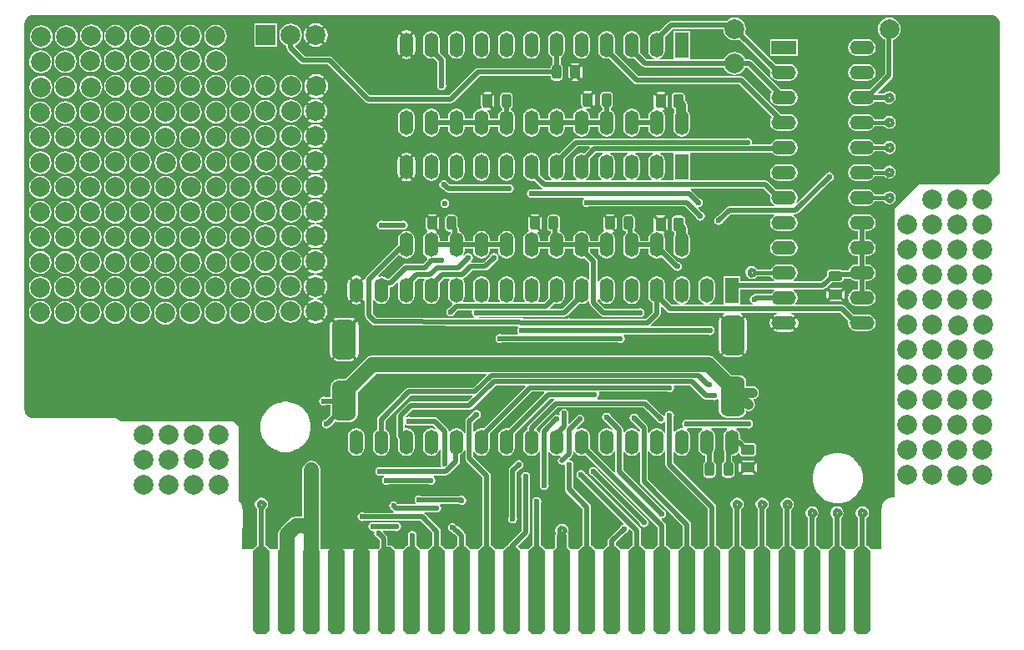
<source format=gbl>
G04*
G04 #@! TF.GenerationSoftware,Altium Limited,Altium Designer,19.0.7 (175)*
G04*
G04 Layer_Physical_Order=2*
G04 Layer_Color=16711680*
%FSLAX25Y25*%
%MOIN*%
G70*
G01*
G75*
%ADD23C,0.01575*%
%ADD24R,0.00394X0.00394*%
%ADD25R,0.00394X0.00394*%
G04:AMPARAMS|DCode=27|XSize=66mil|YSize=350mil|CornerRadius=0mil|HoleSize=0mil|Usage=FLASHONLY|Rotation=0.000|XOffset=0mil|YOffset=0mil|HoleType=Round|Shape=Octagon|*
%AMOCTAGOND27*
4,1,8,-0.01650,0.17500,0.01650,0.17500,0.03300,0.15850,0.03300,-0.15850,0.01650,-0.17500,-0.01650,-0.17500,-0.03300,-0.15850,-0.03300,0.15850,-0.01650,0.17500,0.0*
%
%ADD27OCTAGOND27*%

%ADD28C,0.01968*%
%ADD29C,0.03937*%
%ADD30C,0.07874*%
%ADD31R,0.07874X0.07874*%
%ADD32O,0.05512X0.09843*%
%ADD33R,0.05512X0.09843*%
%ADD34R,0.09843X0.05512*%
%ADD35O,0.09843X0.05512*%
%ADD36C,0.02362*%
G04:AMPARAMS|DCode=37|XSize=55.12mil|YSize=37.4mil|CornerRadius=9.35mil|HoleSize=0mil|Usage=FLASHONLY|Rotation=270.000|XOffset=0mil|YOffset=0mil|HoleType=Round|Shape=RoundedRectangle|*
%AMROUNDEDRECTD37*
21,1,0.05512,0.01870,0,0,270.0*
21,1,0.03642,0.03740,0,0,270.0*
1,1,0.01870,-0.00935,-0.01821*
1,1,0.01870,-0.00935,0.01821*
1,1,0.01870,0.00935,0.01821*
1,1,0.01870,0.00935,-0.01821*
%
%ADD37ROUNDEDRECTD37*%
G04:AMPARAMS|DCode=38|XSize=55.12mil|YSize=41.34mil|CornerRadius=10.34mil|HoleSize=0mil|Usage=FLASHONLY|Rotation=90.000|XOffset=0mil|YOffset=0mil|HoleType=Round|Shape=RoundedRectangle|*
%AMROUNDEDRECTD38*
21,1,0.05512,0.02067,0,0,90.0*
21,1,0.03445,0.04134,0,0,90.0*
1,1,0.02067,0.01034,0.01722*
1,1,0.02067,0.01034,-0.01722*
1,1,0.02067,-0.01034,-0.01722*
1,1,0.02067,-0.01034,0.01722*
%
%ADD38ROUNDEDRECTD38*%
G04:AMPARAMS|DCode=39|XSize=55.12mil|YSize=41.34mil|CornerRadius=10.34mil|HoleSize=0mil|Usage=FLASHONLY|Rotation=180.000|XOffset=0mil|YOffset=0mil|HoleType=Round|Shape=RoundedRectangle|*
%AMROUNDEDRECTD39*
21,1,0.05512,0.02067,0,0,180.0*
21,1,0.03445,0.04134,0,0,180.0*
1,1,0.02067,-0.01722,0.01034*
1,1,0.02067,0.01722,0.01034*
1,1,0.02067,0.01722,-0.01034*
1,1,0.02067,-0.01722,-0.01034*
%
%ADD39ROUNDEDRECTD39*%
G04:AMPARAMS|DCode=40|XSize=96.46mil|YSize=157.48mil|CornerRadius=24.11mil|HoleSize=0mil|Usage=FLASHONLY|Rotation=0.000|XOffset=0mil|YOffset=0mil|HoleType=Round|Shape=RoundedRectangle|*
%AMROUNDEDRECTD40*
21,1,0.09646,0.10925,0,0,0.0*
21,1,0.04823,0.15748,0,0,0.0*
1,1,0.04823,0.02411,-0.05463*
1,1,0.04823,-0.02411,-0.05463*
1,1,0.04823,-0.02411,0.05463*
1,1,0.04823,0.02411,0.05463*
%
%ADD40ROUNDEDRECTD40*%
G04:AMPARAMS|DCode=41|XSize=55.12mil|YSize=37.4mil|CornerRadius=9.35mil|HoleSize=0mil|Usage=FLASHONLY|Rotation=0.000|XOffset=0mil|YOffset=0mil|HoleType=Round|Shape=RoundedRectangle|*
%AMROUNDEDRECTD41*
21,1,0.05512,0.01870,0,0,0.0*
21,1,0.03642,0.03740,0,0,0.0*
1,1,0.01870,0.01821,-0.00935*
1,1,0.01870,-0.01821,-0.00935*
1,1,0.01870,-0.01821,0.00935*
1,1,0.01870,0.01821,0.00935*
%
%ADD41ROUNDEDRECTD41*%
%ADD42C,0.05906*%
G36*
X201252Y-149509D02*
X184495Y-166265D01*
X183543Y-166076D01*
X182238Y-166336D01*
X181131Y-167076D01*
X180846Y-167502D01*
X180346Y-167350D01*
Y-164051D01*
X182076Y-162321D01*
X182187Y-162299D01*
X182773Y-161907D01*
X183165Y-161321D01*
X183302Y-160630D01*
X183165Y-159939D01*
X182773Y-159353D01*
X182187Y-158961D01*
X181496Y-158824D01*
X180805Y-158961D01*
X180219Y-159353D01*
X179827Y-159939D01*
X179805Y-160050D01*
X177605Y-162250D01*
X177257Y-162771D01*
X177135Y-163386D01*
X177135Y-163386D01*
Y-168008D01*
X177083Y-168028D01*
X176635Y-168091D01*
X175956Y-167076D01*
X174849Y-166336D01*
X173543Y-166076D01*
X172238Y-166336D01*
X171131Y-167076D01*
X170983Y-167296D01*
X170469Y-167166D01*
X170381Y-166726D01*
X170033Y-166205D01*
X170033Y-166205D01*
X166078Y-162250D01*
X165557Y-161902D01*
X164943Y-161780D01*
X164943Y-161780D01*
X155510D01*
X155416Y-161717D01*
X154724Y-161580D01*
X154033Y-161717D01*
X153745Y-161910D01*
X153174Y-161690D01*
X153156Y-161617D01*
X155993Y-158780D01*
X178731D01*
X178731Y-158780D01*
X179345Y-158658D01*
X179866Y-158310D01*
X189130Y-149047D01*
X201061D01*
X201252Y-149509D01*
D02*
G37*
G36*
X388068Y-1228D02*
X388730Y-1503D01*
X389325Y-1900D01*
X389832Y-2407D01*
X390230Y-3002D01*
X390504Y-3664D01*
X390644Y-4366D01*
Y-4724D01*
Y-64081D01*
X385827Y-68898D01*
X358268D01*
X348425Y-78740D01*
Y-193892D01*
X347638D01*
X347618Y-193895D01*
X347598Y-193893D01*
X347262Y-193909D01*
X347204Y-193924D01*
X347145Y-193923D01*
X346485Y-194055D01*
X346412Y-194085D01*
X346335Y-194100D01*
X345713Y-194357D01*
X345648Y-194401D01*
X345575Y-194431D01*
X345015Y-194805D01*
X344959Y-194860D01*
X344894Y-194904D01*
X344418Y-195379D01*
X344373Y-195445D01*
X344318Y-195501D01*
X343943Y-196060D01*
X343913Y-196133D01*
X343869Y-196198D01*
X343611Y-196819D01*
X343595Y-196897D01*
X343565Y-196969D01*
X343432Y-197629D01*
X343432Y-197688D01*
X343418Y-197746D01*
X343401Y-198082D01*
X343404Y-198101D01*
X343400Y-198120D01*
X343334Y-214567D01*
X339170D01*
X337615Y-213012D01*
X337275D01*
Y-202005D01*
X337514Y-201845D01*
X338080Y-200998D01*
X338279Y-200000D01*
X338080Y-199002D01*
X337514Y-198155D01*
X336668Y-197589D01*
X335669Y-197391D01*
X334671Y-197589D01*
X333824Y-198155D01*
X333259Y-199002D01*
X333060Y-200000D01*
X333259Y-200998D01*
X333824Y-201845D01*
X334064Y-202005D01*
Y-213012D01*
X333724D01*
X332169Y-214567D01*
X329170D01*
X327615Y-213012D01*
X327275D01*
Y-201972D01*
X327435Y-201865D01*
X328001Y-201018D01*
X328200Y-200020D01*
X328001Y-199021D01*
X327435Y-198175D01*
X326589Y-197609D01*
X325590Y-197411D01*
X324592Y-197609D01*
X323746Y-198175D01*
X323180Y-199021D01*
X322981Y-200020D01*
X323180Y-201018D01*
X323746Y-201865D01*
X324064Y-202077D01*
Y-213012D01*
X323724D01*
X322169Y-214567D01*
X319170D01*
X317615Y-213012D01*
X317275D01*
Y-201992D01*
X317495Y-201845D01*
X318060Y-200998D01*
X318259Y-200000D01*
X318060Y-199002D01*
X317495Y-198155D01*
X316648Y-197589D01*
X315650Y-197391D01*
X314651Y-197589D01*
X313805Y-198155D01*
X313239Y-199002D01*
X313040Y-200000D01*
X313239Y-200998D01*
X313805Y-201845D01*
X314064Y-202018D01*
Y-213012D01*
X313724D01*
X312169Y-214567D01*
X309170D01*
X307615Y-213012D01*
X307150D01*
Y-198644D01*
X307514Y-198400D01*
X308080Y-197554D01*
X308278Y-196555D01*
X308080Y-195557D01*
X307514Y-194710D01*
X306668Y-194145D01*
X305669Y-193946D01*
X304671Y-194145D01*
X303824Y-194710D01*
X303259Y-195557D01*
X303060Y-196555D01*
X303259Y-197554D01*
X303824Y-198400D01*
X303938Y-198476D01*
Y-213012D01*
X303724D01*
X302169Y-214567D01*
X299170D01*
X297615Y-213012D01*
X297275D01*
Y-198560D01*
X297514Y-198400D01*
X298080Y-197554D01*
X298278Y-196555D01*
X298080Y-195557D01*
X297514Y-194710D01*
X296668Y-194145D01*
X295669Y-193946D01*
X294671Y-194145D01*
X293824Y-194710D01*
X293259Y-195557D01*
X293060Y-196555D01*
X293259Y-197554D01*
X293824Y-198400D01*
X294064Y-198560D01*
Y-213012D01*
X293724D01*
X292169Y-214567D01*
X289170D01*
X287615Y-213012D01*
X287275D01*
Y-198560D01*
X287514Y-198400D01*
X288080Y-197554D01*
X288279Y-196555D01*
X288080Y-195557D01*
X287514Y-194710D01*
X286668Y-194145D01*
X285669Y-193946D01*
X284671Y-194145D01*
X283824Y-194710D01*
X283259Y-195557D01*
X283060Y-196555D01*
X283259Y-197554D01*
X283824Y-198400D01*
X284064Y-198560D01*
Y-213012D01*
X283724D01*
X282169Y-214567D01*
X279170D01*
X277615Y-213012D01*
X277275D01*
Y-197717D01*
X277275Y-197716D01*
X277153Y-197102D01*
X276805Y-196581D01*
X260267Y-180044D01*
Y-175839D01*
X260767Y-175687D01*
X261131Y-176232D01*
X262238Y-176971D01*
X263543Y-177231D01*
X264849Y-176971D01*
X265956Y-176232D01*
X266696Y-175125D01*
X266955Y-173819D01*
Y-169488D01*
X266696Y-168183D01*
X265956Y-167076D01*
X265610Y-166845D01*
X265716Y-166314D01*
X266108Y-166236D01*
X266214Y-166165D01*
X271593D01*
X271745Y-166665D01*
X271131Y-167076D01*
X270391Y-168183D01*
X270131Y-169488D01*
Y-173819D01*
X270391Y-175125D01*
X271131Y-176232D01*
X272238Y-176971D01*
X273001Y-177123D01*
Y-179404D01*
X272571Y-179691D01*
X272234Y-180195D01*
X272116Y-180791D01*
Y-184432D01*
X272234Y-185028D01*
X272571Y-185532D01*
X273076Y-185870D01*
X273671Y-185988D01*
X275541D01*
X276137Y-185870D01*
X276641Y-185532D01*
X276978Y-185028D01*
X277097Y-184432D01*
Y-180791D01*
X276978Y-180195D01*
X276641Y-179691D01*
X276212Y-179404D01*
Y-175848D01*
X276696Y-175125D01*
X276955Y-173819D01*
Y-169488D01*
X276696Y-168183D01*
X275956Y-167076D01*
X275342Y-166665D01*
X275493Y-166165D01*
X281593D01*
X281745Y-166665D01*
X281131Y-167076D01*
X280391Y-168183D01*
X280131Y-169488D01*
Y-173819D01*
X280391Y-175125D01*
X280481Y-175259D01*
Y-179404D01*
X280052Y-179691D01*
X279714Y-180195D01*
X279596Y-180791D01*
Y-184432D01*
X279714Y-185028D01*
X280052Y-185532D01*
X280556Y-185870D01*
X281152Y-185988D01*
X283022D01*
X283617Y-185870D01*
X284121Y-185532D01*
X284459Y-185028D01*
X284577Y-184432D01*
Y-180791D01*
X284459Y-180195D01*
X284121Y-179691D01*
X283692Y-179404D01*
Y-177201D01*
X284849Y-176971D01*
X285956Y-176232D01*
X286118Y-175990D01*
X286648Y-176095D01*
X286725Y-176481D01*
X287084Y-177019D01*
X287621Y-177378D01*
X288255Y-177504D01*
X291700D01*
X292334Y-177378D01*
X292871Y-177019D01*
X293230Y-176481D01*
X293356Y-175848D01*
Y-173781D01*
X293230Y-173147D01*
X292871Y-172610D01*
X292334Y-172251D01*
X291700Y-172125D01*
X288920D01*
X287616Y-170822D01*
X287095Y-170474D01*
X286955Y-170446D01*
Y-169488D01*
X286696Y-168183D01*
X285956Y-167076D01*
X285342Y-166665D01*
X285493Y-166165D01*
X289463D01*
X289558Y-166228D01*
X290249Y-166366D01*
X290940Y-166228D01*
X291526Y-165837D01*
X291918Y-165251D01*
X292055Y-164559D01*
X291918Y-163868D01*
X291526Y-163282D01*
X290940Y-162891D01*
X290249Y-162753D01*
X289558Y-162891D01*
X289463Y-162954D01*
X266191D01*
X266108Y-162898D01*
X265417Y-162761D01*
X264726Y-162898D01*
X264140Y-163290D01*
X263748Y-163876D01*
X263611Y-164567D01*
X263748Y-165258D01*
X264017Y-165661D01*
X263716Y-166111D01*
X263543Y-166076D01*
X262238Y-166336D01*
X261131Y-167076D01*
X260767Y-167620D01*
X260267Y-167468D01*
Y-161810D01*
X260330Y-161715D01*
X260468Y-161024D01*
X260330Y-160332D01*
X259939Y-159746D01*
X259353Y-159355D01*
X258661Y-159217D01*
X257970Y-159355D01*
X257384Y-159746D01*
X256993Y-160332D01*
X256855Y-161024D01*
X256879Y-161145D01*
X256408Y-161340D01*
X256395Y-161321D01*
X255809Y-160930D01*
X255698Y-160907D01*
X249954Y-155164D01*
X249433Y-154816D01*
X248819Y-154694D01*
X248819Y-154694D01*
X229929D01*
X229777Y-154194D01*
X230017Y-154033D01*
X230409Y-153447D01*
X230546Y-152756D01*
X230417Y-152106D01*
X230430Y-151985D01*
X230633Y-151606D01*
X257876D01*
X257970Y-151669D01*
X258661Y-151806D01*
X259353Y-151669D01*
X259939Y-151277D01*
X260330Y-150691D01*
X260468Y-150000D01*
X260378Y-149547D01*
X260711Y-149047D01*
X266951D01*
X272245Y-154341D01*
X272245Y-154341D01*
X272766Y-154689D01*
X273380Y-154811D01*
X275910D01*
X276004Y-154874D01*
X276696Y-155011D01*
X277387Y-154874D01*
X277886Y-154541D01*
X278205Y-154639D01*
X278386Y-154762D01*
Y-159006D01*
X278619Y-160177D01*
X279283Y-161170D01*
X280276Y-161834D01*
X281447Y-162067D01*
X286270D01*
X287441Y-161834D01*
X288434Y-161170D01*
X289097Y-160177D01*
X289305Y-159133D01*
X290158Y-159302D01*
X291156Y-159104D01*
X292002Y-158538D01*
X292568Y-157691D01*
X292767Y-156693D01*
X292568Y-155694D01*
X292118Y-155020D01*
X292258Y-154551D01*
X292330Y-154468D01*
X292777Y-154379D01*
X293624Y-153814D01*
X294189Y-152967D01*
X294388Y-151969D01*
X294189Y-150970D01*
X293624Y-150124D01*
X292777Y-149558D01*
X291779Y-149359D01*
X289331D01*
Y-148081D01*
X289097Y-146909D01*
X288434Y-145916D01*
X287441Y-145253D01*
X286270Y-145020D01*
X283495D01*
X276669Y-138194D01*
X275497Y-137410D01*
X274114Y-137135D01*
X140059D01*
X138677Y-137410D01*
X137504Y-138194D01*
X129103Y-146595D01*
X126329D01*
X125157Y-146828D01*
X124164Y-147491D01*
X123501Y-148484D01*
X123268Y-149655D01*
Y-153711D01*
X121258D01*
X121164Y-153648D01*
X120472Y-153511D01*
X119781Y-153648D01*
X119195Y-154040D01*
X118804Y-154626D01*
X118666Y-155317D01*
X118804Y-156008D01*
X119195Y-156594D01*
X119781Y-156986D01*
X120472Y-157123D01*
X121164Y-156986D01*
X121258Y-156923D01*
X123268D01*
Y-160581D01*
X123301Y-160748D01*
X121207Y-162842D01*
X120962Y-162891D01*
X120376Y-163282D01*
X119985Y-163868D01*
X119847Y-164559D01*
X119985Y-165251D01*
X120376Y-165837D01*
X120962Y-166228D01*
X121653Y-166366D01*
X122345Y-166228D01*
X122931Y-165837D01*
X123288Y-165302D01*
X125178Y-163412D01*
X126329Y-163642D01*
X131152D01*
X132323Y-163409D01*
X133316Y-162745D01*
X133979Y-161752D01*
X134212Y-160581D01*
Y-151704D01*
X141556Y-144361D01*
X185280D01*
X185471Y-144823D01*
X180325Y-149969D01*
X154725D01*
X154724Y-149969D01*
X154110Y-150091D01*
X153589Y-150439D01*
X153589Y-150440D01*
X142408Y-161620D01*
X142060Y-162142D01*
X141938Y-162756D01*
X141938Y-162756D01*
Y-166536D01*
X141131Y-167076D01*
X140391Y-168183D01*
X140131Y-169488D01*
Y-173819D01*
X140391Y-175125D01*
X141131Y-176232D01*
X142238Y-176971D01*
X143543Y-177231D01*
X144849Y-176971D01*
X145956Y-176232D01*
X146696Y-175125D01*
X146955Y-173819D01*
Y-169488D01*
X146696Y-168183D01*
X145956Y-167076D01*
X145149Y-166536D01*
Y-163421D01*
X155389Y-153180D01*
X179801D01*
X179992Y-153642D01*
X178066Y-155569D01*
X155328D01*
X154713Y-155691D01*
X154192Y-156039D01*
X154192Y-156039D01*
X150140Y-160092D01*
X149792Y-160613D01*
X149670Y-161227D01*
X149670Y-161227D01*
Y-169385D01*
X149670Y-169385D01*
X149792Y-170000D01*
X150131Y-170508D01*
Y-173819D01*
X150391Y-175125D01*
X151131Y-176232D01*
X152238Y-176971D01*
X153543Y-177231D01*
X154849Y-176971D01*
X155956Y-176232D01*
X156696Y-175125D01*
X156955Y-173819D01*
Y-169488D01*
X156696Y-168183D01*
X155956Y-167076D01*
X154849Y-166336D01*
X153543Y-166076D01*
X153267Y-166131D01*
X152881Y-165814D01*
Y-164716D01*
X153381Y-164564D01*
X153447Y-164663D01*
X154033Y-165055D01*
X154724Y-165192D01*
X155416Y-165055D01*
X155510Y-164991D01*
X164278D01*
X165367Y-166081D01*
X165048Y-166469D01*
X164849Y-166336D01*
X163543Y-166076D01*
X162238Y-166336D01*
X161131Y-167076D01*
X160391Y-168183D01*
X160131Y-169488D01*
Y-173819D01*
X160391Y-175125D01*
X161131Y-176232D01*
X162238Y-176971D01*
X163543Y-177231D01*
X164849Y-176971D01*
X165956Y-176232D01*
X166696Y-175125D01*
X166792Y-174640D01*
X167292Y-174689D01*
Y-179529D01*
X167229Y-179624D01*
X167091Y-180315D01*
X167229Y-181006D01*
X167464Y-181359D01*
X167197Y-181859D01*
X143699D01*
X143605Y-181796D01*
X142913Y-181658D01*
X142222Y-181796D01*
X141636Y-182187D01*
X141244Y-182773D01*
X141107Y-183465D01*
X141244Y-184156D01*
X141636Y-184742D01*
X142222Y-185133D01*
X142913Y-185271D01*
X143605Y-185133D01*
X143699Y-185070D01*
X144480D01*
X144632Y-185570D01*
X144392Y-185731D01*
X144000Y-186317D01*
X143863Y-187008D01*
X144000Y-187699D01*
X144392Y-188285D01*
X144978Y-188677D01*
X145669Y-188814D01*
X146361Y-188677D01*
X146455Y-188613D01*
X162600D01*
X162695Y-188677D01*
X163386Y-188814D01*
X164077Y-188677D01*
X164663Y-188285D01*
X165055Y-187699D01*
X165192Y-187008D01*
X165055Y-186317D01*
X164663Y-185731D01*
X164423Y-185570D01*
X164575Y-185070D01*
X169367D01*
X169367Y-185070D01*
X169982Y-184948D01*
X170502Y-184600D01*
X174439Y-180663D01*
X174440Y-180663D01*
X174787Y-180142D01*
X174910Y-179527D01*
X174910Y-179527D01*
Y-176931D01*
X175956Y-176232D01*
X176635Y-175216D01*
X177083Y-175279D01*
X177135Y-175299D01*
Y-178268D01*
X177135Y-178268D01*
X177257Y-178882D01*
X177605Y-179403D01*
X184064Y-185862D01*
Y-213012D01*
X183724D01*
X182169Y-214567D01*
X179170D01*
X177615Y-213012D01*
X177216D01*
Y-209075D01*
X177216Y-209075D01*
X177094Y-208460D01*
X176746Y-207939D01*
X176746Y-207939D01*
X174757Y-205951D01*
X174237Y-205603D01*
X174094Y-205575D01*
X173681Y-205163D01*
X173325Y-204628D01*
X172739Y-204237D01*
X172047Y-204099D01*
X171356Y-204237D01*
X170770Y-204628D01*
X170378Y-205214D01*
X170241Y-205906D01*
X170378Y-206597D01*
X170770Y-207183D01*
X171356Y-207574D01*
X171600Y-207623D01*
X172199Y-208222D01*
X172199Y-208222D01*
X172720Y-208570D01*
X172863Y-208598D01*
X174005Y-209740D01*
Y-213012D01*
X173724D01*
X172169Y-214567D01*
X169170D01*
X167615Y-213012D01*
X167275D01*
Y-207402D01*
X167275Y-207402D01*
X167153Y-206787D01*
X166805Y-206266D01*
X166805Y-206266D01*
X160978Y-200439D01*
X160643Y-200216D01*
X160795Y-199716D01*
X164883D01*
X164978Y-199779D01*
X165669Y-199917D01*
X166360Y-199779D01*
X166947Y-199388D01*
X167338Y-198802D01*
X167476Y-198110D01*
X167338Y-197419D01*
X167076Y-197027D01*
X167320Y-196527D01*
X174825D01*
X174978Y-196630D01*
X175669Y-196767D01*
X176360Y-196630D01*
X176947Y-196238D01*
X177338Y-195652D01*
X177476Y-194961D01*
X177338Y-194269D01*
X176947Y-193683D01*
X176360Y-193292D01*
X175669Y-193154D01*
X174978Y-193292D01*
X174942Y-193316D01*
X159506D01*
X159353Y-193213D01*
X158661Y-193076D01*
X157970Y-193213D01*
X157384Y-193605D01*
X156993Y-194191D01*
X156855Y-194882D01*
X156993Y-195573D01*
X157281Y-196005D01*
X157070Y-196505D01*
X150062D01*
X149703Y-195967D01*
X149117Y-195575D01*
X148425Y-195438D01*
X147734Y-195575D01*
X147148Y-195967D01*
X146756Y-196553D01*
X146619Y-197244D01*
X146756Y-197935D01*
X147148Y-198521D01*
X147734Y-198913D01*
X147845Y-198935D01*
X148156Y-199246D01*
X148156Y-199246D01*
X148491Y-199469D01*
X148339Y-199969D01*
X136613D01*
X136518Y-199906D01*
X135827Y-199768D01*
X135135Y-199906D01*
X134549Y-200297D01*
X134158Y-200884D01*
X134020Y-201575D01*
X134158Y-202266D01*
X134549Y-202852D01*
X135135Y-203244D01*
X135827Y-203381D01*
X136518Y-203244D01*
X136613Y-203181D01*
X159177D01*
X164064Y-208067D01*
Y-213012D01*
X163724D01*
X162169Y-214567D01*
X159170D01*
X157615Y-213012D01*
X157436D01*
Y-209954D01*
X157574Y-209746D01*
X157712Y-209055D01*
X157574Y-208364D01*
X157183Y-207778D01*
X156597Y-207386D01*
X155905Y-207249D01*
X155214Y-207386D01*
X154628Y-207778D01*
X154237Y-208364D01*
X154099Y-209055D01*
X154225Y-209685D01*
Y-213012D01*
X153724D01*
X152169Y-214567D01*
X149170D01*
X147615Y-213012D01*
X146033D01*
Y-210175D01*
X146033Y-210175D01*
X145910Y-209561D01*
X145562Y-209040D01*
X145562Y-209040D01*
X144211Y-207688D01*
X144197Y-207617D01*
X144209Y-207497D01*
X144412Y-207118D01*
X148820D01*
X148915Y-207181D01*
X149606Y-207318D01*
X150298Y-207181D01*
X150884Y-206789D01*
X151275Y-206203D01*
X151413Y-205512D01*
X151275Y-204821D01*
X150884Y-204235D01*
X150298Y-203843D01*
X149606Y-203705D01*
X148915Y-203843D01*
X148820Y-203906D01*
X140943D01*
X140849Y-203843D01*
X140157Y-203705D01*
X139466Y-203843D01*
X138880Y-204235D01*
X138489Y-204821D01*
X138351Y-205512D01*
X138489Y-206203D01*
X138880Y-206789D01*
X139466Y-207181D01*
X140157Y-207318D01*
X140463Y-207258D01*
X140603Y-207373D01*
X140827Y-207695D01*
X140713Y-208268D01*
X140851Y-208959D01*
X141242Y-209545D01*
X141828Y-209937D01*
X141940Y-209959D01*
X142821Y-210840D01*
Y-213914D01*
X142169Y-214567D01*
X119282D01*
Y-207424D01*
Y-185827D01*
Y-182857D01*
X119007Y-181475D01*
X118224Y-180303D01*
X117052Y-179520D01*
X115669Y-179245D01*
X114287Y-179520D01*
X113115Y-180303D01*
X112332Y-181475D01*
X112057Y-182857D01*
Y-185827D01*
Y-201238D01*
X111670Y-201556D01*
X111417Y-201505D01*
X109449D01*
X108066Y-201780D01*
X106894Y-202564D01*
X103462Y-205996D01*
X102679Y-207168D01*
X102404Y-208550D01*
Y-214332D01*
X102169Y-214567D01*
X99170D01*
X97615Y-213012D01*
X97275D01*
Y-198560D01*
X97514Y-198400D01*
X98080Y-197554D01*
X98278Y-196555D01*
X98080Y-195557D01*
X97514Y-194710D01*
X96668Y-194145D01*
X95669Y-193946D01*
X94671Y-194145D01*
X93824Y-194710D01*
X93259Y-195557D01*
X93060Y-196555D01*
X93259Y-197554D01*
X93824Y-198400D01*
X94064Y-198560D01*
Y-213012D01*
X93724D01*
X92169Y-214567D01*
X88388D01*
X88035Y-214213D01*
X88103Y-198509D01*
X88095Y-198470D01*
X88100Y-198432D01*
X88095Y-198379D01*
X88079Y-198051D01*
X88065Y-197993D01*
X88065Y-197933D01*
X87934Y-197274D01*
X87904Y-197201D01*
X87888Y-197124D01*
X87632Y-196502D01*
X87588Y-196437D01*
X87558Y-196364D01*
X87185Y-195805D01*
X87129Y-195749D01*
X87086Y-195683D01*
X86614Y-195210D01*
Y-165354D01*
X84646Y-163386D01*
X39435D01*
X39164Y-163115D01*
X39099Y-163071D01*
X39043Y-163015D01*
X38483Y-162641D01*
X38410Y-162611D01*
X38344Y-162567D01*
X37722Y-162309D01*
X37644Y-162294D01*
X37571Y-162264D01*
X36911Y-162132D01*
X36851D01*
X36794Y-162118D01*
X36457Y-162101D01*
X36450Y-162102D01*
X36444Y-162101D01*
X36388Y-162099D01*
X36375Y-162101D01*
X36362Y-162099D01*
X4626Y-162100D01*
X4268D01*
X3565Y-161961D01*
X2904Y-161687D01*
X2308Y-161289D01*
X1802Y-160782D01*
X1404Y-160187D01*
X1130Y-159525D01*
X990Y-158823D01*
X990Y-158465D01*
Y-4728D01*
X990Y-4366D01*
X1130Y-3664D01*
X1404Y-3002D01*
X1802Y-2407D01*
X2308Y-1900D01*
X2904Y-1503D01*
X3565Y-1228D01*
X4268Y-1089D01*
X387003D01*
X387366Y-1089D01*
X388068Y-1228D01*
D02*
G37*
G36*
X253427Y-163178D02*
X253449Y-163290D01*
X253841Y-163876D01*
X254427Y-164267D01*
X255118Y-164405D01*
X255809Y-164267D01*
X256395Y-163876D01*
X256556Y-163636D01*
X257056Y-163787D01*
Y-167822D01*
X256556Y-167973D01*
X255956Y-167076D01*
X254849Y-166336D01*
X253543Y-166076D01*
X252238Y-166336D01*
X251131Y-167076D01*
X250531Y-167973D01*
X250031Y-167822D01*
Y-166142D01*
X250031Y-166142D01*
X249909Y-165527D01*
X249561Y-165006D01*
X246179Y-161625D01*
X246157Y-161513D01*
X245765Y-160927D01*
X245179Y-160536D01*
X244488Y-160398D01*
X243797Y-160536D01*
X243211Y-160927D01*
X242819Y-161513D01*
X242682Y-162205D01*
X242819Y-162896D01*
X243211Y-163482D01*
X243797Y-163874D01*
X243909Y-163896D01*
X246819Y-166807D01*
Y-167468D01*
X246320Y-167620D01*
X245956Y-167076D01*
X244849Y-166336D01*
X243543Y-166076D01*
X242238Y-166336D01*
X241131Y-167076D01*
X240688Y-167737D01*
X240188Y-167586D01*
Y-166850D01*
X240188Y-166850D01*
X240066Y-166236D01*
X239718Y-165715D01*
X235234Y-161231D01*
X235212Y-161120D01*
X234821Y-160534D01*
X234235Y-160142D01*
X233543Y-160005D01*
X232852Y-160142D01*
X232266Y-160534D01*
X231874Y-161120D01*
X231737Y-161811D01*
X231874Y-162502D01*
X232266Y-163088D01*
X232852Y-163480D01*
X232964Y-163502D01*
X235895Y-166433D01*
X235576Y-166822D01*
X234849Y-166336D01*
X233543Y-166076D01*
X232238Y-166336D01*
X231131Y-167076D01*
X230391Y-168183D01*
X230131Y-169488D01*
Y-173819D01*
X230391Y-175125D01*
X231131Y-176232D01*
X232238Y-176971D01*
X233543Y-177231D01*
X234849Y-176971D01*
X235956Y-176232D01*
X236477Y-175452D01*
X236977Y-175603D01*
Y-183465D01*
X236977Y-183465D01*
X237012Y-183641D01*
X236551Y-183887D01*
X226877Y-174213D01*
X226955Y-173819D01*
Y-169488D01*
X226696Y-168183D01*
X225956Y-167076D01*
X224849Y-166336D01*
X223543Y-166076D01*
X222238Y-166336D01*
X221748Y-166663D01*
X221429Y-166275D01*
X223414Y-164289D01*
X223526Y-164267D01*
X224112Y-163876D01*
X224503Y-163290D01*
X224641Y-162598D01*
X224503Y-161907D01*
X224112Y-161321D01*
X223526Y-160930D01*
X222835Y-160792D01*
X222143Y-160930D01*
X221557Y-161321D01*
X221166Y-161907D01*
X221144Y-162019D01*
X218603Y-164559D01*
X218141Y-164368D01*
Y-161022D01*
X218204Y-160927D01*
X218342Y-160236D01*
X218204Y-159545D01*
X217813Y-158959D01*
X217227Y-158567D01*
X216535Y-158430D01*
X215844Y-158567D01*
X215258Y-158959D01*
X214867Y-159545D01*
X214729Y-160236D01*
X214826Y-160723D01*
X214376Y-161024D01*
X214235Y-160930D01*
X213543Y-160792D01*
X212852Y-160930D01*
X212266Y-161321D01*
X212012Y-161702D01*
X207526Y-166188D01*
X207178Y-166708D01*
X207056Y-167323D01*
X207056Y-167323D01*
Y-167822D01*
X206556Y-167973D01*
X205956Y-167076D01*
X205639Y-166864D01*
X205590Y-166366D01*
X214051Y-157905D01*
X248154D01*
X253427Y-163178D01*
D02*
G37*
G36*
X257056Y-175486D02*
Y-180709D01*
X257056Y-180709D01*
X257178Y-181323D01*
X257526Y-181844D01*
X274064Y-198382D01*
Y-213012D01*
X273724D01*
X272169Y-214567D01*
X269170D01*
X267615Y-213012D01*
X267275D01*
Y-204663D01*
X267275Y-204663D01*
X267153Y-204049D01*
X266805Y-203528D01*
X250031Y-186754D01*
Y-175486D01*
X250531Y-175334D01*
X251131Y-176232D01*
X252238Y-176971D01*
X253543Y-177231D01*
X254849Y-176971D01*
X255956Y-176232D01*
X256556Y-175334D01*
X257056Y-175486D01*
D02*
G37*
G36*
X208655Y-152106D02*
X194495Y-166265D01*
X193543Y-166076D01*
X192238Y-166336D01*
X191131Y-167076D01*
X190391Y-168183D01*
X190131Y-169488D01*
Y-173819D01*
X190391Y-175125D01*
X191131Y-176232D01*
X192238Y-176971D01*
X193543Y-177231D01*
X194849Y-176971D01*
X195956Y-176232D01*
X196696Y-175125D01*
X196955Y-173819D01*
Y-169488D01*
X196766Y-168536D01*
X210941Y-154362D01*
X212620D01*
X212694Y-154584D01*
X212703Y-154862D01*
X212250Y-155164D01*
X212250Y-155164D01*
X202408Y-165006D01*
X202060Y-165527D01*
X201938Y-166142D01*
X201938Y-166142D01*
Y-166536D01*
X201131Y-167076D01*
X200391Y-168183D01*
X200131Y-169488D01*
Y-173819D01*
X200391Y-175125D01*
X201131Y-176232D01*
X202238Y-176971D01*
X203543Y-177231D01*
X204849Y-176971D01*
X205956Y-176232D01*
X206556Y-175334D01*
X207056Y-175486D01*
Y-188190D01*
X206993Y-188285D01*
X206855Y-188976D01*
X206993Y-189668D01*
X207384Y-190254D01*
X207970Y-190645D01*
X208661Y-190783D01*
X209353Y-190645D01*
X209939Y-190254D01*
X210330Y-189668D01*
X210468Y-188976D01*
X210330Y-188285D01*
X210267Y-188190D01*
Y-175839D01*
X210767Y-175687D01*
X211131Y-176232D01*
X212238Y-176971D01*
X213543Y-177231D01*
X214849Y-176971D01*
X214864Y-176961D01*
X215183Y-177349D01*
X214534Y-177998D01*
X214186Y-178519D01*
X214064Y-179134D01*
X214186Y-179748D01*
X214534Y-180269D01*
X215055Y-180617D01*
X215669Y-180739D01*
X216211Y-180632D01*
X216294Y-180645D01*
X216371Y-180674D01*
X216739Y-180915D01*
X216835Y-181400D01*
X216898Y-181494D01*
Y-190551D01*
X216898Y-190551D01*
X217021Y-191166D01*
X217369Y-191687D01*
X224064Y-198382D01*
Y-213012D01*
X223724D01*
X222169Y-214567D01*
X219170D01*
X218279Y-213676D01*
Y-209449D01*
X218080Y-208450D01*
X217926Y-208220D01*
X218080Y-207989D01*
X218279Y-206991D01*
X218080Y-205992D01*
X217514Y-205146D01*
X216668Y-204580D01*
X215669Y-204381D01*
X214671Y-204580D01*
X213824Y-205146D01*
X213259Y-205992D01*
X213060Y-206991D01*
X213259Y-207989D01*
X213413Y-208220D01*
X213259Y-208450D01*
X213060Y-209449D01*
Y-213676D01*
X212169Y-214567D01*
X209170D01*
X207615Y-213012D01*
X207275D01*
Y-196219D01*
X207338Y-196124D01*
X207476Y-195433D01*
X207338Y-194742D01*
X206947Y-194156D01*
X206361Y-193764D01*
X205669Y-193627D01*
X204978Y-193764D01*
X204392Y-194156D01*
X204000Y-194742D01*
X203863Y-195433D01*
X204000Y-196124D01*
X204064Y-196219D01*
Y-213012D01*
X203724D01*
X202169Y-214567D01*
X199170D01*
X197964Y-213362D01*
X202316Y-209009D01*
X202316Y-209009D01*
X202664Y-208488D01*
X202787Y-207874D01*
X202787Y-207874D01*
Y-186219D01*
X202850Y-186124D01*
X202988Y-185433D01*
X202850Y-184742D01*
X202458Y-184156D01*
X201872Y-183764D01*
X201181Y-183627D01*
X200490Y-183764D01*
X199904Y-184156D01*
X199512Y-184742D01*
X199375Y-185433D01*
X199512Y-186124D01*
X199575Y-186219D01*
Y-207209D01*
X194534Y-212250D01*
X194186Y-212771D01*
X194138Y-213012D01*
X193724D01*
X192169Y-214567D01*
X189170D01*
X187615Y-213012D01*
X187275D01*
Y-185197D01*
X187275Y-185197D01*
X187153Y-184582D01*
X186805Y-184062D01*
X180346Y-177603D01*
Y-175957D01*
X180846Y-175805D01*
X181131Y-176232D01*
X182238Y-176971D01*
X183543Y-177231D01*
X184849Y-176971D01*
X185956Y-176232D01*
X186696Y-175125D01*
X186955Y-173819D01*
Y-169488D01*
X186766Y-168536D01*
X203697Y-151606D01*
X208448D01*
X208655Y-152106D01*
D02*
G37*
G36*
X221131Y-176232D02*
X222238Y-176971D01*
X223543Y-177231D01*
X224849Y-176971D01*
X224996Y-176873D01*
X229825Y-181702D01*
X229507Y-182091D01*
X229342Y-181981D01*
X229038Y-181778D01*
X228346Y-181640D01*
X227655Y-181778D01*
X227069Y-182169D01*
X226678Y-182755D01*
X226540Y-183446D01*
X226678Y-184138D01*
X227069Y-184724D01*
X227655Y-185115D01*
X227767Y-185137D01*
X246632Y-204002D01*
X246756Y-204628D01*
X247148Y-205214D01*
X247734Y-205606D01*
X248425Y-205743D01*
X249116Y-205606D01*
X249703Y-205214D01*
X250094Y-204628D01*
X250232Y-203937D01*
X250094Y-203246D01*
X249839Y-202864D01*
X249833Y-202835D01*
X249485Y-202314D01*
X249485Y-202314D01*
X230037Y-182867D01*
X230015Y-182755D01*
X229812Y-182451D01*
X229702Y-182286D01*
X230090Y-181967D01*
X254064Y-205941D01*
Y-213012D01*
X253724D01*
X252169Y-214567D01*
X249170D01*
X247615Y-213012D01*
X247275D01*
Y-207087D01*
X247153Y-206472D01*
X246805Y-205951D01*
X246805Y-205951D01*
X224919Y-184066D01*
X224897Y-183954D01*
X224506Y-183368D01*
X223920Y-182977D01*
X223228Y-182839D01*
X222537Y-182977D01*
X221951Y-183368D01*
X221560Y-183954D01*
X221422Y-184646D01*
X221560Y-185337D01*
X221951Y-185923D01*
X222537Y-186314D01*
X222649Y-186337D01*
X240337Y-204026D01*
X240173Y-204568D01*
X239860Y-204630D01*
X239274Y-205022D01*
X238882Y-205608D01*
X238860Y-205719D01*
X234534Y-210046D01*
X234186Y-210567D01*
X234064Y-211181D01*
X234064Y-211181D01*
Y-213012D01*
X233724D01*
X232169Y-214567D01*
X229170D01*
X227615Y-213012D01*
X227275D01*
Y-197717D01*
X227275Y-197716D01*
X227153Y-197102D01*
X226805Y-196581D01*
X220110Y-189886D01*
Y-181494D01*
X220173Y-181400D01*
X220310Y-180709D01*
X220173Y-180017D01*
X219781Y-179431D01*
X219195Y-179040D01*
X218816Y-178964D01*
X218652Y-178422D01*
X219639Y-177435D01*
X219639Y-177435D01*
X219987Y-176914D01*
X220110Y-176299D01*
X220110Y-176299D01*
Y-175603D01*
X220610Y-175452D01*
X221131Y-176232D01*
D02*
G37*
G36*
X241131D02*
X242238Y-176971D01*
X243543Y-177231D01*
X244849Y-176971D01*
X245956Y-176232D01*
X246320Y-175687D01*
X246819Y-175839D01*
Y-187419D01*
X246819Y-187419D01*
X246942Y-188034D01*
X247290Y-188555D01*
X264064Y-205328D01*
Y-213012D01*
X263724D01*
X262169Y-214567D01*
X259170D01*
X257615Y-213012D01*
X257275D01*
Y-205276D01*
X257275Y-205276D01*
X257153Y-204661D01*
X256805Y-204140D01*
X255340Y-202676D01*
X255450Y-202371D01*
X255562Y-202190D01*
X256203Y-202063D01*
X256789Y-201671D01*
X257181Y-201085D01*
X257318Y-200394D01*
X257181Y-199702D01*
X256789Y-199116D01*
X256203Y-198725D01*
X256091Y-198703D01*
X244049Y-186660D01*
X244049Y-186660D01*
X240188Y-182799D01*
Y-175721D01*
X240688Y-175570D01*
X241131Y-176232D01*
D02*
G37*
G36*
X244064Y-207752D02*
Y-213012D01*
X243724D01*
X242169Y-214567D01*
X239170D01*
X237615Y-213012D01*
X237275D01*
Y-211846D01*
X241131Y-207990D01*
X241242Y-207968D01*
X241828Y-207576D01*
X242220Y-206991D01*
X242282Y-206678D01*
X242825Y-206513D01*
X244064Y-207752D01*
D02*
G37*
%LPC*%
G36*
X284646Y-2126D02*
X283464Y-2282D01*
X282362Y-2738D01*
X281417Y-3464D01*
X281379Y-3512D01*
X259252D01*
X259252Y-3512D01*
X258637Y-3635D01*
X258117Y-3983D01*
X258117Y-3983D01*
X254495Y-7604D01*
X253543Y-7415D01*
X252238Y-7675D01*
X251131Y-8414D01*
X250391Y-9521D01*
X250131Y-10827D01*
Y-15157D01*
X250391Y-16463D01*
X251131Y-17570D01*
X252238Y-18310D01*
X252524Y-18367D01*
X252475Y-18867D01*
X249484D01*
X246759Y-16142D01*
X246955Y-15157D01*
Y-10827D01*
X246696Y-9521D01*
X245956Y-8414D01*
X244849Y-7675D01*
X243543Y-7415D01*
X242238Y-7675D01*
X241131Y-8414D01*
X240391Y-9521D01*
X240131Y-10827D01*
Y-15157D01*
X240391Y-16463D01*
X241131Y-17570D01*
X242238Y-18310D01*
X243543Y-18570D01*
X244462Y-18387D01*
X247684Y-21608D01*
X247684Y-21608D01*
X248204Y-21956D01*
X248819Y-22078D01*
X248819Y-22078D01*
X280410D01*
X280691Y-22756D01*
X281417Y-23701D01*
X282362Y-24427D01*
X283464Y-24883D01*
X284646Y-25039D01*
X285828Y-24883D01*
X286929Y-24427D01*
X287875Y-23701D01*
X288600Y-22756D01*
X288881Y-22078D01*
X290044D01*
X299710Y-31745D01*
X299013Y-32789D01*
X298753Y-34095D01*
X299013Y-35400D01*
X299753Y-36507D01*
X300860Y-37247D01*
X302165Y-37506D01*
X306496D01*
X307802Y-37247D01*
X308909Y-36507D01*
X309648Y-35400D01*
X309908Y-34095D01*
X309648Y-32789D01*
X308909Y-31682D01*
X307802Y-30942D01*
X306496Y-30683D01*
X303189D01*
X291844Y-19337D01*
X291323Y-18989D01*
X290709Y-18867D01*
X290709Y-18867D01*
X288881D01*
X288600Y-18189D01*
X287875Y-17243D01*
X286929Y-16518D01*
X285828Y-16061D01*
X284646Y-15906D01*
X283464Y-16061D01*
X282362Y-16518D01*
X281417Y-17243D01*
X280691Y-18189D01*
X280410Y-18867D01*
X267221D01*
X266890Y-18504D01*
X266890Y-18367D01*
Y-7480D01*
X260197D01*
Y-18367D01*
X260197Y-18504D01*
X259866Y-18867D01*
X254612D01*
X254562Y-18367D01*
X254849Y-18310D01*
X255956Y-17570D01*
X256696Y-16463D01*
X256955Y-15157D01*
Y-10827D01*
X256766Y-9875D01*
X259917Y-6724D01*
X280083D01*
X280235Y-7875D01*
X280691Y-8976D01*
X281417Y-9922D01*
X282362Y-10648D01*
X283464Y-11104D01*
X284646Y-11260D01*
X285828Y-11104D01*
X286547Y-10806D01*
X298933Y-23192D01*
X298753Y-24094D01*
X299013Y-25400D01*
X299753Y-26507D01*
X300860Y-27247D01*
X302165Y-27507D01*
X306496D01*
X307802Y-27247D01*
X308909Y-26507D01*
X309648Y-25400D01*
X309908Y-24094D01*
X309648Y-22789D01*
X308909Y-21682D01*
X307802Y-20942D01*
X306496Y-20683D01*
X302165D01*
X301164Y-20882D01*
X288793Y-8511D01*
X289057Y-7875D01*
X289212Y-6693D01*
X289057Y-5511D01*
X288600Y-4410D01*
X287875Y-3464D01*
X286929Y-2738D01*
X285828Y-2282D01*
X284646Y-2126D01*
D02*
G37*
G36*
X117323Y-4374D02*
X116089Y-4536D01*
X114940Y-5012D01*
X114426Y-5407D01*
X117323Y-8304D01*
X120220Y-5407D01*
X119705Y-5012D01*
X118556Y-4536D01*
X117323Y-4374D01*
D02*
G37*
G36*
X153543Y-7214D02*
X152161Y-7489D01*
X151489Y-7938D01*
X153543Y-9992D01*
X155597Y-7938D01*
X154926Y-7489D01*
X153543Y-7214D01*
D02*
G37*
G36*
X156432Y-8773D02*
X153961Y-11244D01*
X153543Y-10827D01*
X153126Y-11244D01*
X150654Y-8773D01*
X150206Y-9444D01*
X149931Y-10827D01*
Y-15157D01*
X150206Y-16540D01*
X150654Y-17211D01*
X153126Y-14740D01*
X153543Y-15157D01*
X153961Y-14740D01*
X156432Y-17211D01*
X156881Y-16540D01*
X157156Y-15157D01*
Y-10827D01*
X156881Y-9444D01*
X156432Y-8773D01*
D02*
G37*
G36*
X121055Y-6242D02*
X118158Y-9139D01*
X121055Y-12036D01*
X121450Y-11522D01*
X121926Y-10372D01*
X122088Y-9139D01*
X121926Y-7906D01*
X121450Y-6757D01*
X121055Y-6242D01*
D02*
G37*
G36*
X113591D02*
X113196Y-6757D01*
X112720Y-7906D01*
X112558Y-9139D01*
X112720Y-10372D01*
X113196Y-11522D01*
X113591Y-12036D01*
X116488Y-9139D01*
X113591Y-6242D01*
D02*
G37*
G36*
X101850Y-4611D02*
X92795D01*
Y-13667D01*
X101850D01*
Y-4611D01*
D02*
G37*
G36*
X117323Y-9974D02*
X114426Y-12871D01*
X114940Y-13266D01*
X116089Y-13742D01*
X117323Y-13904D01*
X118556Y-13742D01*
X119705Y-13266D01*
X120220Y-12871D01*
X117323Y-9974D01*
D02*
G37*
G36*
X47323Y-4871D02*
X46141Y-5026D01*
X45039Y-5482D01*
X44094Y-6208D01*
X43368Y-7154D01*
X42912Y-8255D01*
X42756Y-9437D01*
X42912Y-10619D01*
X43368Y-11720D01*
X44094Y-12666D01*
X45039Y-13392D01*
X46141Y-13848D01*
X47323Y-14004D01*
X48505Y-13848D01*
X49606Y-13392D01*
X50552Y-12666D01*
X51278Y-11720D01*
X51734Y-10619D01*
X51889Y-9437D01*
X51734Y-8255D01*
X51278Y-7154D01*
X50552Y-6208D01*
X49606Y-5482D01*
X48505Y-5026D01*
X47323Y-4871D01*
D02*
G37*
G36*
X27716Y-4889D02*
X26535Y-5045D01*
X25433Y-5501D01*
X24487Y-6227D01*
X23762Y-7173D01*
X23305Y-8274D01*
X23150Y-9456D01*
X23305Y-10638D01*
X23762Y-11739D01*
X24487Y-12685D01*
X25433Y-13411D01*
X26535Y-13867D01*
X27716Y-14023D01*
X28899Y-13867D01*
X30000Y-13411D01*
X30946Y-12685D01*
X31671Y-11739D01*
X32128Y-10638D01*
X32283Y-9456D01*
X32128Y-8274D01*
X31671Y-7173D01*
X30946Y-6227D01*
X30000Y-5501D01*
X28899Y-5045D01*
X27716Y-4889D01*
D02*
G37*
G36*
X57323Y-4969D02*
X56141Y-5125D01*
X55040Y-5581D01*
X54094Y-6306D01*
X53368Y-7252D01*
X52912Y-8354D01*
X52756Y-9536D01*
X52912Y-10718D01*
X53368Y-11819D01*
X54094Y-12765D01*
X55040Y-13490D01*
X56141Y-13947D01*
X57323Y-14102D01*
X58505Y-13947D01*
X59606Y-13490D01*
X60552Y-12765D01*
X61278Y-11819D01*
X61734Y-10718D01*
X61889Y-9536D01*
X61734Y-8354D01*
X61278Y-7252D01*
X60552Y-6306D01*
X59606Y-5581D01*
X58505Y-5125D01*
X57323Y-4969D01*
D02*
G37*
G36*
X77323Y-5048D02*
X76141Y-5203D01*
X75039Y-5660D01*
X74094Y-6385D01*
X73368Y-7331D01*
X72912Y-8432D01*
X72756Y-9614D01*
X72912Y-10796D01*
X73368Y-11898D01*
X74094Y-12843D01*
X75039Y-13569D01*
X76141Y-14025D01*
X77323Y-14181D01*
X78505Y-14025D01*
X79606Y-13569D01*
X80552Y-12843D01*
X81278Y-11898D01*
X81734Y-10796D01*
X81889Y-9614D01*
X81734Y-8432D01*
X81278Y-7331D01*
X80552Y-6385D01*
X79606Y-5660D01*
X78505Y-5203D01*
X77323Y-5048D01*
D02*
G37*
G36*
X67323D02*
X66141Y-5203D01*
X65039Y-5660D01*
X64094Y-6385D01*
X63368Y-7331D01*
X62912Y-8432D01*
X62756Y-9614D01*
X62912Y-10796D01*
X63368Y-11898D01*
X64094Y-12843D01*
X65039Y-13569D01*
X66141Y-14025D01*
X67323Y-14181D01*
X68505Y-14025D01*
X69606Y-13569D01*
X70552Y-12843D01*
X71278Y-11898D01*
X71734Y-10796D01*
X71890Y-9614D01*
X71734Y-8432D01*
X71278Y-7331D01*
X70552Y-6385D01*
X69606Y-5660D01*
X68505Y-5203D01*
X67323Y-5048D01*
D02*
G37*
G36*
X37402D02*
X36220Y-5203D01*
X35118Y-5660D01*
X34172Y-6385D01*
X33447Y-7331D01*
X32991Y-8432D01*
X32835Y-9614D01*
X32991Y-10796D01*
X33447Y-11898D01*
X34172Y-12843D01*
X35118Y-13569D01*
X36220Y-14025D01*
X37402Y-14181D01*
X38583Y-14025D01*
X39685Y-13569D01*
X40631Y-12843D01*
X41356Y-11898D01*
X41813Y-10796D01*
X41968Y-9614D01*
X41813Y-8432D01*
X41356Y-7331D01*
X40631Y-6385D01*
X39685Y-5660D01*
X38583Y-5203D01*
X37402Y-5048D01*
D02*
G37*
G36*
X17717Y-5227D02*
X16535Y-5382D01*
X15433Y-5838D01*
X14487Y-6564D01*
X13762Y-7510D01*
X13306Y-8611D01*
X13150Y-9793D01*
X13306Y-10975D01*
X13762Y-12077D01*
X14487Y-13022D01*
X15433Y-13748D01*
X16535Y-14204D01*
X17717Y-14360D01*
X18899Y-14204D01*
X20000Y-13748D01*
X20946Y-13022D01*
X21671Y-12077D01*
X22128Y-10975D01*
X22283Y-9793D01*
X22128Y-8611D01*
X21671Y-7510D01*
X20946Y-6564D01*
X20000Y-5838D01*
X18899Y-5382D01*
X17717Y-5227D01*
D02*
G37*
G36*
X7717Y-5251D02*
X6535Y-5407D01*
X5433Y-5863D01*
X4487Y-6588D01*
X3762Y-7534D01*
X3306Y-8636D01*
X3150Y-9817D01*
X3306Y-11000D01*
X3762Y-12101D01*
X4487Y-13047D01*
X5433Y-13772D01*
X6535Y-14229D01*
X7717Y-14384D01*
X8899Y-14229D01*
X10000Y-13772D01*
X10946Y-13047D01*
X11671Y-12101D01*
X12128Y-11000D01*
X12283Y-9817D01*
X12128Y-8636D01*
X11671Y-7534D01*
X10946Y-6588D01*
X10000Y-5863D01*
X8899Y-5407D01*
X7717Y-5251D01*
D02*
G37*
G36*
X309842Y-10748D02*
X298819D01*
Y-17441D01*
X309842D01*
Y-10748D01*
D02*
G37*
G36*
X337598Y-10683D02*
X333268D01*
X331962Y-10942D01*
X330855Y-11682D01*
X330115Y-12789D01*
X329856Y-14095D01*
X330115Y-15400D01*
X330855Y-16507D01*
X331962Y-17247D01*
X333268Y-17506D01*
X337598D01*
X338904Y-17247D01*
X340011Y-16507D01*
X340751Y-15400D01*
X341010Y-14095D01*
X340751Y-12789D01*
X340011Y-11682D01*
X338904Y-10942D01*
X337598Y-10683D01*
D02*
G37*
G36*
X223543Y-7415D02*
X222238Y-7675D01*
X221131Y-8414D01*
X220391Y-9521D01*
X220131Y-10827D01*
Y-15157D01*
X220391Y-16463D01*
X221131Y-17570D01*
X222238Y-18310D01*
X223543Y-18570D01*
X224849Y-18310D01*
X225956Y-17570D01*
X226696Y-16463D01*
X226955Y-15157D01*
Y-10827D01*
X226696Y-9521D01*
X225956Y-8414D01*
X224849Y-7675D01*
X223543Y-7415D01*
D02*
G37*
G36*
X203543D02*
X202238Y-7675D01*
X201131Y-8414D01*
X200391Y-9521D01*
X200131Y-10827D01*
Y-15157D01*
X200391Y-16463D01*
X201131Y-17570D01*
X202238Y-18310D01*
X203543Y-18570D01*
X204849Y-18310D01*
X205956Y-17570D01*
X206696Y-16463D01*
X206955Y-15157D01*
Y-10827D01*
X206696Y-9521D01*
X205956Y-8414D01*
X204849Y-7675D01*
X203543Y-7415D01*
D02*
G37*
G36*
X193543D02*
X192238Y-7675D01*
X191131Y-8414D01*
X190391Y-9521D01*
X190131Y-10827D01*
Y-15157D01*
X190391Y-16463D01*
X191131Y-17570D01*
X192238Y-18310D01*
X193543Y-18570D01*
X194849Y-18310D01*
X195956Y-17570D01*
X196696Y-16463D01*
X196955Y-15157D01*
Y-10827D01*
X196696Y-9521D01*
X195956Y-8414D01*
X194849Y-7675D01*
X193543Y-7415D01*
D02*
G37*
G36*
X183543D02*
X182238Y-7675D01*
X181131Y-8414D01*
X180391Y-9521D01*
X180131Y-10827D01*
Y-15157D01*
X180391Y-16463D01*
X181131Y-17570D01*
X182238Y-18310D01*
X183543Y-18570D01*
X184849Y-18310D01*
X185956Y-17570D01*
X186696Y-16463D01*
X186955Y-15157D01*
Y-10827D01*
X186696Y-9521D01*
X185956Y-8414D01*
X184849Y-7675D01*
X183543Y-7415D01*
D02*
G37*
G36*
X173543D02*
X172238Y-7675D01*
X171131Y-8414D01*
X170391Y-9521D01*
X170131Y-10827D01*
Y-15157D01*
X170391Y-16463D01*
X171131Y-17570D01*
X172238Y-18310D01*
X173543Y-18570D01*
X174849Y-18310D01*
X175956Y-17570D01*
X176696Y-16463D01*
X176955Y-15157D01*
Y-10827D01*
X176696Y-9521D01*
X175956Y-8414D01*
X174849Y-7675D01*
X173543Y-7415D01*
D02*
G37*
G36*
X153543Y-15993D02*
X151489Y-18047D01*
X152161Y-18495D01*
X153543Y-18770D01*
X154926Y-18495D01*
X155597Y-18047D01*
X153543Y-15993D01*
D02*
G37*
G36*
X221998Y-20364D02*
X220128D01*
X219456Y-20498D01*
X219387Y-20544D01*
X221063Y-22220D01*
X222739Y-20544D01*
X222670Y-20498D01*
X221998Y-20364D01*
D02*
G37*
G36*
X27323Y-14811D02*
X26141Y-14966D01*
X25039Y-15423D01*
X24094Y-16148D01*
X23368Y-17094D01*
X22912Y-18196D01*
X22756Y-19377D01*
X22912Y-20559D01*
X23368Y-21661D01*
X24094Y-22607D01*
X25039Y-23332D01*
X26141Y-23788D01*
X27323Y-23944D01*
X28505Y-23788D01*
X29606Y-23332D01*
X30552Y-22607D01*
X31278Y-21661D01*
X31734Y-20559D01*
X31890Y-19377D01*
X31734Y-18196D01*
X31278Y-17094D01*
X30552Y-16148D01*
X29606Y-15423D01*
X28505Y-14966D01*
X27323Y-14811D01*
D02*
G37*
G36*
X77497Y-14876D02*
X76315Y-15032D01*
X75214Y-15488D01*
X74268Y-16214D01*
X73542Y-17159D01*
X73086Y-18261D01*
X72930Y-19443D01*
X73086Y-20625D01*
X73542Y-21726D01*
X74268Y-22672D01*
X75214Y-23397D01*
X76315Y-23854D01*
X77497Y-24009D01*
X78679Y-23854D01*
X79780Y-23397D01*
X80726Y-22672D01*
X81452Y-21726D01*
X81908Y-20625D01*
X82064Y-19443D01*
X81908Y-18261D01*
X81452Y-17159D01*
X80726Y-16214D01*
X79780Y-15488D01*
X78679Y-15032D01*
X77497Y-14876D01*
D02*
G37*
G36*
X37323D02*
X36141Y-15032D01*
X35039Y-15488D01*
X34094Y-16214D01*
X33368Y-17159D01*
X32912Y-18261D01*
X32756Y-19443D01*
X32912Y-20625D01*
X33368Y-21726D01*
X34094Y-22672D01*
X35039Y-23397D01*
X36141Y-23854D01*
X37323Y-24009D01*
X38505Y-23854D01*
X39606Y-23397D01*
X40552Y-22672D01*
X41278Y-21726D01*
X41734Y-20625D01*
X41890Y-19443D01*
X41734Y-18261D01*
X41278Y-17159D01*
X40552Y-16214D01*
X39606Y-15488D01*
X38505Y-15032D01*
X37323Y-14876D01*
D02*
G37*
G36*
X67323Y-14882D02*
X66141Y-15038D01*
X65039Y-15494D01*
X64094Y-16220D01*
X63368Y-17165D01*
X62912Y-18267D01*
X62756Y-19449D01*
X62912Y-20631D01*
X63368Y-21732D01*
X64094Y-22678D01*
X65039Y-23404D01*
X66141Y-23860D01*
X67323Y-24015D01*
X68505Y-23860D01*
X69606Y-23404D01*
X70552Y-22678D01*
X71278Y-21732D01*
X71734Y-20631D01*
X71890Y-19449D01*
X71734Y-18267D01*
X71278Y-17165D01*
X70552Y-16220D01*
X69606Y-15494D01*
X68505Y-15038D01*
X67323Y-14882D01*
D02*
G37*
G36*
X57323D02*
X56141Y-15038D01*
X55040Y-15494D01*
X54094Y-16220D01*
X53368Y-17165D01*
X52912Y-18267D01*
X52756Y-19449D01*
X52912Y-20631D01*
X53368Y-21732D01*
X54094Y-22678D01*
X55040Y-23404D01*
X56141Y-23860D01*
X57323Y-24015D01*
X58505Y-23860D01*
X59606Y-23404D01*
X60552Y-22678D01*
X61278Y-21732D01*
X61734Y-20631D01*
X61889Y-19449D01*
X61734Y-18267D01*
X61278Y-17165D01*
X60552Y-16220D01*
X59606Y-15494D01*
X58505Y-15038D01*
X57323Y-14882D01*
D02*
G37*
G36*
X47323D02*
X46141Y-15038D01*
X45039Y-15494D01*
X44094Y-16220D01*
X43368Y-17165D01*
X42912Y-18267D01*
X42756Y-19449D01*
X42912Y-20631D01*
X43368Y-21732D01*
X44094Y-22678D01*
X45039Y-23404D01*
X46141Y-23860D01*
X47323Y-24015D01*
X48505Y-23860D01*
X49606Y-23404D01*
X50552Y-22678D01*
X51278Y-21732D01*
X51734Y-20631D01*
X51889Y-19449D01*
X51734Y-18267D01*
X51278Y-17165D01*
X50552Y-16220D01*
X49606Y-15494D01*
X48505Y-15038D01*
X47323Y-14882D01*
D02*
G37*
G36*
X17323Y-15148D02*
X16141Y-15304D01*
X15040Y-15760D01*
X14094Y-16486D01*
X13368Y-17431D01*
X12912Y-18533D01*
X12756Y-19715D01*
X12912Y-20897D01*
X13368Y-21998D01*
X14094Y-22944D01*
X15040Y-23670D01*
X16141Y-24126D01*
X17323Y-24281D01*
X18505Y-24126D01*
X19606Y-23670D01*
X20552Y-22944D01*
X21278Y-21998D01*
X21734Y-20897D01*
X21890Y-19715D01*
X21734Y-18533D01*
X21278Y-17431D01*
X20552Y-16486D01*
X19606Y-15760D01*
X18505Y-15304D01*
X17323Y-15148D01*
D02*
G37*
G36*
X7480Y-15247D02*
X6298Y-15403D01*
X5197Y-15859D01*
X4251Y-16585D01*
X3525Y-17530D01*
X3069Y-18632D01*
X2914Y-19814D01*
X3069Y-20996D01*
X3525Y-22097D01*
X4251Y-23043D01*
X5197Y-23769D01*
X6298Y-24225D01*
X7480Y-24380D01*
X8662Y-24225D01*
X9764Y-23769D01*
X10709Y-23043D01*
X11435Y-22097D01*
X11891Y-20996D01*
X12047Y-19814D01*
X11891Y-18632D01*
X11435Y-17530D01*
X10709Y-16585D01*
X9764Y-15859D01*
X8662Y-15403D01*
X7480Y-15247D01*
D02*
G37*
G36*
X218552Y-21379D02*
X218505Y-21448D01*
X218372Y-22120D01*
Y-25762D01*
X218505Y-26434D01*
X218552Y-26503D01*
X220645Y-24409D01*
X221063Y-24827D01*
X221481Y-24409D01*
X223574Y-26503D01*
X223621Y-26434D01*
X223754Y-25762D01*
Y-22120D01*
X223621Y-21448D01*
X223574Y-21379D01*
X221481Y-23473D01*
X221063Y-23055D01*
X220645Y-23473D01*
X218552Y-21379D01*
D02*
G37*
G36*
X107323Y-4572D02*
X106141Y-4728D01*
X105040Y-5184D01*
X104094Y-5910D01*
X103368Y-6856D01*
X102912Y-7957D01*
X102756Y-9139D01*
X102912Y-10321D01*
X103368Y-11422D01*
X104094Y-12368D01*
X105040Y-13094D01*
X105717Y-13375D01*
Y-14215D01*
X105717Y-14215D01*
X105839Y-14830D01*
X106187Y-15351D01*
X111264Y-20427D01*
X111784Y-20775D01*
X112399Y-20897D01*
X112399Y-20897D01*
X122082D01*
X137083Y-35898D01*
X137604Y-36246D01*
X138218Y-36368D01*
X138219Y-36368D01*
X171362D01*
X171362Y-36368D01*
X171977Y-36246D01*
X172498Y-35898D01*
X182849Y-25547D01*
X211092D01*
Y-25762D01*
X211211Y-26357D01*
X211548Y-26862D01*
X212052Y-27199D01*
X212648Y-27318D01*
X214518D01*
X215113Y-27199D01*
X215618Y-26862D01*
X215955Y-26357D01*
X216073Y-25762D01*
Y-22120D01*
X215955Y-21525D01*
X215618Y-21021D01*
X215169Y-20720D01*
Y-18096D01*
X215956Y-17570D01*
X216696Y-16463D01*
X216955Y-15157D01*
Y-10827D01*
X216696Y-9521D01*
X215956Y-8414D01*
X214849Y-7675D01*
X213543Y-7415D01*
X212238Y-7675D01*
X211131Y-8414D01*
X210391Y-9521D01*
X210131Y-10827D01*
Y-15157D01*
X210391Y-16463D01*
X211131Y-17570D01*
X211957Y-18123D01*
Y-20747D01*
X211548Y-21021D01*
X211211Y-21525D01*
X211092Y-22120D01*
Y-22336D01*
X182184D01*
X182184Y-22336D01*
X181569Y-22458D01*
X181048Y-22806D01*
X181048Y-22806D01*
X170697Y-33157D01*
X138884D01*
X123883Y-18156D01*
X123362Y-17808D01*
X122748Y-17686D01*
X122747Y-17686D01*
X113064D01*
X109187Y-13809D01*
X109304Y-13219D01*
X109606Y-13094D01*
X110552Y-12368D01*
X111278Y-11422D01*
X111734Y-10321D01*
X111890Y-9139D01*
X111734Y-7957D01*
X111278Y-6856D01*
X110552Y-5910D01*
X109606Y-5184D01*
X108505Y-4728D01*
X107323Y-4572D01*
D02*
G37*
G36*
X337598Y-20683D02*
X333268D01*
X331962Y-20942D01*
X330855Y-21682D01*
X330115Y-22789D01*
X329856Y-24094D01*
X330115Y-25400D01*
X330855Y-26507D01*
X331962Y-27247D01*
X333268Y-27507D01*
X337598D01*
X338904Y-27247D01*
X340011Y-26507D01*
X340751Y-25400D01*
X341010Y-24094D01*
X340751Y-22789D01*
X340011Y-21682D01*
X338904Y-20942D01*
X337598Y-20683D01*
D02*
G37*
G36*
X221063Y-25662D02*
X219387Y-27338D01*
X219456Y-27385D01*
X220128Y-27518D01*
X221998D01*
X222670Y-27385D01*
X222739Y-27338D01*
X221063Y-25662D01*
D02*
G37*
G36*
X117531Y-24762D02*
X116298Y-24925D01*
X115148Y-25401D01*
X114634Y-25796D01*
X117531Y-28692D01*
X120428Y-25796D01*
X119913Y-25401D01*
X118764Y-24925D01*
X117531Y-24762D01*
D02*
G37*
G36*
X346457Y-2126D02*
X345275Y-2282D01*
X344173Y-2738D01*
X343228Y-3464D01*
X342502Y-4410D01*
X342046Y-5511D01*
X341890Y-6693D01*
X342046Y-7875D01*
X342502Y-8976D01*
X343228Y-9922D01*
X344173Y-10648D01*
X344753Y-10888D01*
Y-24532D01*
X338435Y-30849D01*
X337598Y-30683D01*
X333268D01*
X331962Y-30942D01*
X330855Y-31682D01*
X330115Y-32789D01*
X329856Y-34095D01*
X330115Y-35400D01*
X330855Y-36507D01*
X331962Y-37247D01*
X333268Y-37506D01*
X337598D01*
X338904Y-37247D01*
X340011Y-36507D01*
X340550Y-35700D01*
X344353D01*
X344513Y-35939D01*
X345360Y-36505D01*
X346358Y-36704D01*
X347357Y-36505D01*
X348203Y-35939D01*
X348647Y-35276D01*
X348769Y-35093D01*
X348968Y-34095D01*
X348769Y-33096D01*
X348203Y-32250D01*
X347471Y-31760D01*
X347357Y-31684D01*
X347002Y-31613D01*
X347002Y-31613D01*
X346358Y-31485D01*
X345360Y-31684D01*
X344513Y-32250D01*
X344353Y-32489D01*
X341990D01*
X341799Y-32027D01*
X347494Y-26332D01*
X347494Y-26332D01*
X347842Y-25811D01*
X347964Y-25197D01*
Y-10969D01*
X348740Y-10648D01*
X349686Y-9922D01*
X350412Y-8976D01*
X350868Y-7875D01*
X351023Y-6693D01*
X350868Y-5511D01*
X350412Y-4410D01*
X349686Y-3464D01*
X348740Y-2738D01*
X347639Y-2282D01*
X346457Y-2126D01*
D02*
G37*
G36*
X163543Y-7415D02*
X162238Y-7675D01*
X161131Y-8414D01*
X160391Y-9521D01*
X160131Y-10827D01*
Y-15157D01*
X160391Y-16463D01*
X161131Y-17570D01*
X162238Y-18310D01*
X163543Y-18570D01*
X164495Y-18380D01*
X166071Y-19956D01*
Y-28512D01*
X166008Y-28607D01*
X165871Y-29298D01*
X166008Y-29989D01*
X166400Y-30575D01*
X166986Y-30967D01*
X167677Y-31104D01*
X168368Y-30967D01*
X168954Y-30575D01*
X169346Y-29989D01*
X169483Y-29298D01*
X169346Y-28607D01*
X169283Y-28512D01*
Y-19291D01*
X169283Y-19291D01*
X169161Y-18677D01*
X168813Y-18156D01*
X168813Y-18156D01*
X166766Y-16109D01*
X166955Y-15157D01*
Y-10827D01*
X166696Y-9521D01*
X165956Y-8414D01*
X164849Y-7675D01*
X163543Y-7415D01*
D02*
G37*
G36*
X121263Y-26631D02*
X118366Y-29528D01*
X121263Y-32425D01*
X121658Y-31910D01*
X122134Y-30761D01*
X122296Y-29528D01*
X122134Y-28294D01*
X121658Y-27145D01*
X121263Y-26631D01*
D02*
G37*
G36*
X113799D02*
X113404Y-27145D01*
X112928Y-28294D01*
X112766Y-29528D01*
X112928Y-30761D01*
X113404Y-31910D01*
X113799Y-32425D01*
X116696Y-29528D01*
X113799Y-26631D01*
D02*
G37*
G36*
X226998Y-31462D02*
X225128D01*
X224456Y-31596D01*
X224387Y-31642D01*
X226063Y-33318D01*
X227739Y-31642D01*
X227670Y-31596D01*
X226998Y-31462D01*
D02*
G37*
G36*
X186959Y-31856D02*
X185089D01*
X184416Y-31990D01*
X184347Y-32036D01*
X186024Y-33712D01*
X187700Y-32036D01*
X187631Y-31990D01*
X186959Y-31856D01*
D02*
G37*
G36*
X256152Y-31854D02*
X254085D01*
X253374Y-31995D01*
X253273Y-32063D01*
X255118Y-33909D01*
X256964Y-32063D01*
X256862Y-31995D01*
X256152Y-31854D01*
D02*
G37*
G36*
X107418Y-24961D02*
X106236Y-25117D01*
X105135Y-25573D01*
X104189Y-26298D01*
X103463Y-27244D01*
X103007Y-28346D01*
X102852Y-29528D01*
X103007Y-30709D01*
X103463Y-31811D01*
X104189Y-32757D01*
X105135Y-33482D01*
X106236Y-33939D01*
X107418Y-34094D01*
X108600Y-33939D01*
X109702Y-33482D01*
X110647Y-32757D01*
X111373Y-31811D01*
X111829Y-30709D01*
X111985Y-29528D01*
X111829Y-28346D01*
X111373Y-27244D01*
X110647Y-26298D01*
X109702Y-25573D01*
X108600Y-25117D01*
X107418Y-24961D01*
D02*
G37*
G36*
X47146D02*
X45964Y-25117D01*
X44862Y-25573D01*
X43917Y-26298D01*
X43191Y-27244D01*
X42735Y-28346D01*
X42579Y-29528D01*
X42735Y-30709D01*
X43191Y-31811D01*
X43917Y-32757D01*
X44862Y-33482D01*
X45964Y-33939D01*
X47146Y-34094D01*
X48328Y-33939D01*
X49429Y-33482D01*
X50375Y-32757D01*
X51100Y-31811D01*
X51557Y-30709D01*
X51712Y-29528D01*
X51557Y-28346D01*
X51100Y-27244D01*
X50375Y-26298D01*
X49429Y-25573D01*
X48328Y-25117D01*
X47146Y-24961D01*
D02*
G37*
G36*
X97244Y-25040D02*
X96062Y-25195D01*
X94961Y-25651D01*
X94015Y-26377D01*
X93289Y-27323D01*
X92833Y-28424D01*
X92677Y-29606D01*
X92833Y-30788D01*
X93289Y-31890D01*
X94015Y-32835D01*
X94961Y-33561D01*
X96062Y-34017D01*
X97244Y-34173D01*
X98426Y-34017D01*
X99527Y-33561D01*
X100473Y-32835D01*
X101199Y-31890D01*
X101655Y-30788D01*
X101811Y-29606D01*
X101655Y-28424D01*
X101199Y-27323D01*
X100473Y-26377D01*
X99527Y-25651D01*
X98426Y-25195D01*
X97244Y-25040D01*
D02*
G37*
G36*
X87323D02*
X86141Y-25195D01*
X85040Y-25651D01*
X84094Y-26377D01*
X83368Y-27323D01*
X82912Y-28424D01*
X82756Y-29606D01*
X82912Y-30788D01*
X83368Y-31890D01*
X84094Y-32835D01*
X85040Y-33561D01*
X86141Y-34017D01*
X87323Y-34173D01*
X88505Y-34017D01*
X89606Y-33561D01*
X90552Y-32835D01*
X91278Y-31890D01*
X91734Y-30788D01*
X91890Y-29606D01*
X91734Y-28424D01*
X91278Y-27323D01*
X90552Y-26377D01*
X89606Y-25651D01*
X88505Y-25195D01*
X87323Y-25040D01*
D02*
G37*
G36*
X77559D02*
X76377Y-25195D01*
X75276Y-25651D01*
X74330Y-26377D01*
X73604Y-27323D01*
X73148Y-28424D01*
X72992Y-29606D01*
X73148Y-30788D01*
X73604Y-31890D01*
X74330Y-32835D01*
X75276Y-33561D01*
X76377Y-34017D01*
X77559Y-34173D01*
X78741Y-34017D01*
X79842Y-33561D01*
X80788Y-32835D01*
X81514Y-31890D01*
X81970Y-30788D01*
X82126Y-29606D01*
X81970Y-28424D01*
X81514Y-27323D01*
X80788Y-26377D01*
X79842Y-25651D01*
X78741Y-25195D01*
X77559Y-25040D01*
D02*
G37*
G36*
X67323D02*
X66141Y-25195D01*
X65039Y-25651D01*
X64094Y-26377D01*
X63368Y-27323D01*
X62912Y-28424D01*
X62756Y-29606D01*
X62912Y-30788D01*
X63368Y-31890D01*
X64094Y-32835D01*
X65039Y-33561D01*
X66141Y-34017D01*
X67323Y-34173D01*
X68505Y-34017D01*
X69606Y-33561D01*
X70552Y-32835D01*
X71278Y-31890D01*
X71734Y-30788D01*
X71890Y-29606D01*
X71734Y-28424D01*
X71278Y-27323D01*
X70552Y-26377D01*
X69606Y-25651D01*
X68505Y-25195D01*
X67323Y-25040D01*
D02*
G37*
G36*
X57323D02*
X56141Y-25195D01*
X55040Y-25651D01*
X54094Y-26377D01*
X53368Y-27323D01*
X52912Y-28424D01*
X52756Y-29606D01*
X52912Y-30788D01*
X53368Y-31890D01*
X54094Y-32835D01*
X55040Y-33561D01*
X56141Y-34017D01*
X57323Y-34173D01*
X58505Y-34017D01*
X59606Y-33561D01*
X60552Y-32835D01*
X61278Y-31890D01*
X61734Y-30788D01*
X61889Y-29606D01*
X61734Y-28424D01*
X61278Y-27323D01*
X60552Y-26377D01*
X59606Y-25651D01*
X58505Y-25195D01*
X57323Y-25040D01*
D02*
G37*
G36*
X37402D02*
X36220Y-25195D01*
X35118Y-25651D01*
X34172Y-26377D01*
X33447Y-27323D01*
X32991Y-28424D01*
X32835Y-29606D01*
X32991Y-30788D01*
X33447Y-31890D01*
X34172Y-32835D01*
X35118Y-33561D01*
X36220Y-34017D01*
X37402Y-34173D01*
X38583Y-34017D01*
X39685Y-33561D01*
X40631Y-32835D01*
X41356Y-31890D01*
X41813Y-30788D01*
X41968Y-29606D01*
X41813Y-28424D01*
X41356Y-27323D01*
X40631Y-26377D01*
X39685Y-25651D01*
X38583Y-25195D01*
X37402Y-25040D01*
D02*
G37*
G36*
X117531Y-30363D02*
X114634Y-33260D01*
X115148Y-33654D01*
X116298Y-34130D01*
X117531Y-34293D01*
X118764Y-34130D01*
X119913Y-33654D01*
X120428Y-33260D01*
X117531Y-30363D01*
D02*
G37*
G36*
X17351Y-25355D02*
X16169Y-25510D01*
X15068Y-25966D01*
X14122Y-26692D01*
X13396Y-27638D01*
X12940Y-28739D01*
X12784Y-29921D01*
X12940Y-31103D01*
X13396Y-32205D01*
X14122Y-33150D01*
X15068Y-33876D01*
X16169Y-34332D01*
X17351Y-34488D01*
X18533Y-34332D01*
X19634Y-33876D01*
X20580Y-33150D01*
X21306Y-32205D01*
X21762Y-31103D01*
X21917Y-29921D01*
X21762Y-28739D01*
X21306Y-27638D01*
X20580Y-26692D01*
X19634Y-25966D01*
X18533Y-25510D01*
X17351Y-25355D01*
D02*
G37*
G36*
X27528Y-25433D02*
X26346Y-25589D01*
X25245Y-26045D01*
X24299Y-26771D01*
X23573Y-27717D01*
X23117Y-28818D01*
X22961Y-30000D01*
X23117Y-31182D01*
X23573Y-32283D01*
X24299Y-33229D01*
X25245Y-33955D01*
X26346Y-34411D01*
X27528Y-34567D01*
X28710Y-34411D01*
X29811Y-33955D01*
X30757Y-33229D01*
X31483Y-32283D01*
X31939Y-31182D01*
X32095Y-30000D01*
X31939Y-28818D01*
X31483Y-27717D01*
X30757Y-26771D01*
X29811Y-26045D01*
X28710Y-25589D01*
X27528Y-25433D01*
D02*
G37*
G36*
X7607D02*
X6425Y-25589D01*
X5324Y-26045D01*
X4378Y-26771D01*
X3652Y-27717D01*
X3196Y-28818D01*
X3040Y-30000D01*
X3196Y-31182D01*
X3652Y-32283D01*
X4378Y-33229D01*
X5324Y-33955D01*
X6425Y-34411D01*
X7607Y-34567D01*
X8789Y-34411D01*
X9890Y-33955D01*
X10836Y-33229D01*
X11562Y-32283D01*
X12018Y-31182D01*
X12173Y-30000D01*
X12018Y-28818D01*
X11562Y-27717D01*
X10836Y-26771D01*
X9890Y-26045D01*
X8789Y-25589D01*
X7607Y-25433D01*
D02*
G37*
G36*
X257799Y-32899D02*
X255536Y-35162D01*
X255118Y-34744D01*
X254700Y-35162D01*
X252437Y-32899D01*
X252369Y-33000D01*
X252228Y-33711D01*
Y-37156D01*
X252369Y-37866D01*
X252590Y-38197D01*
X252364Y-38752D01*
X252238Y-38777D01*
X251131Y-39516D01*
X250391Y-40623D01*
X250131Y-41929D01*
Y-42489D01*
X246955D01*
Y-41929D01*
X246696Y-40623D01*
X245956Y-39516D01*
X244849Y-38777D01*
X243543Y-38517D01*
X242238Y-38777D01*
X241131Y-39516D01*
X240391Y-40623D01*
X240131Y-41929D01*
Y-46260D01*
X240391Y-47566D01*
X241131Y-48673D01*
X242238Y-49412D01*
X243543Y-49672D01*
X244849Y-49412D01*
X245956Y-48673D01*
X246696Y-47566D01*
X246955Y-46260D01*
Y-45700D01*
X250131D01*
Y-46260D01*
X250391Y-47566D01*
X251131Y-48673D01*
X252238Y-49412D01*
X253543Y-49672D01*
X254849Y-49412D01*
X255956Y-48673D01*
X256696Y-47566D01*
X256955Y-46260D01*
Y-41929D01*
X256696Y-40623D01*
X255956Y-39516D01*
X255917Y-39491D01*
X256062Y-39012D01*
X256152D01*
X256862Y-38871D01*
X256964Y-38803D01*
X254700Y-36540D01*
X255536Y-35704D01*
X257799Y-37968D01*
X257867Y-37866D01*
X258008Y-37156D01*
Y-33711D01*
X257867Y-33000D01*
X257799Y-32899D01*
D02*
G37*
G36*
X234478Y-31663D02*
X232608D01*
X232013Y-31781D01*
X231508Y-32119D01*
X231171Y-32623D01*
X231053Y-33219D01*
Y-36860D01*
X231171Y-37455D01*
X231508Y-37960D01*
X231938Y-38247D01*
Y-38977D01*
X231131Y-39516D01*
X230391Y-40623D01*
X230131Y-41929D01*
Y-42489D01*
X226955D01*
Y-41929D01*
X226696Y-40623D01*
X225956Y-39516D01*
X225357Y-39116D01*
X225509Y-38616D01*
X226998D01*
X227670Y-38483D01*
X227739Y-38436D01*
X225645Y-36343D01*
X226481Y-35508D01*
X228574Y-37601D01*
X228621Y-37532D01*
X228754Y-36860D01*
Y-33219D01*
X228621Y-32546D01*
X228574Y-32477D01*
X226481Y-34571D01*
X226063Y-34154D01*
X225645Y-34571D01*
X223552Y-32477D01*
X223505Y-32546D01*
X223372Y-33219D01*
Y-36860D01*
X223505Y-37532D01*
X223866Y-38071D01*
X223831Y-38197D01*
X223635Y-38535D01*
X223543Y-38517D01*
X222238Y-38777D01*
X221131Y-39516D01*
X220391Y-40623D01*
X220131Y-41929D01*
Y-42489D01*
X216955D01*
Y-41929D01*
X216696Y-40623D01*
X215956Y-39516D01*
X214849Y-38777D01*
X213543Y-38517D01*
X212238Y-38777D01*
X211131Y-39516D01*
X210391Y-40623D01*
X210131Y-41929D01*
Y-42489D01*
X206955D01*
Y-41929D01*
X206696Y-40623D01*
X205956Y-39516D01*
X204849Y-38777D01*
X203543Y-38517D01*
X202238Y-38777D01*
X201131Y-39516D01*
X200391Y-40623D01*
X200131Y-41929D01*
Y-46260D01*
X200391Y-47566D01*
X201131Y-48673D01*
X202238Y-49412D01*
X203543Y-49672D01*
X204849Y-49412D01*
X205956Y-48673D01*
X206696Y-47566D01*
X206955Y-46260D01*
Y-45700D01*
X210131D01*
Y-46260D01*
X210391Y-47566D01*
X211131Y-48673D01*
X212238Y-49412D01*
X213543Y-49672D01*
X214849Y-49412D01*
X215956Y-48673D01*
X216696Y-47566D01*
X216955Y-46260D01*
Y-45700D01*
X220131D01*
Y-46260D01*
X220391Y-47566D01*
X221131Y-48673D01*
X222238Y-49412D01*
X223543Y-49672D01*
X224849Y-49412D01*
X225956Y-48673D01*
X226696Y-47566D01*
X226955Y-46260D01*
Y-45700D01*
X230131D01*
Y-46260D01*
X230391Y-47566D01*
X231131Y-48673D01*
X232238Y-49412D01*
X233543Y-49672D01*
X234849Y-49412D01*
X235956Y-48673D01*
X236696Y-47566D01*
X236955Y-46260D01*
Y-41929D01*
X236696Y-40623D01*
X235956Y-39516D01*
X235149Y-38977D01*
Y-38247D01*
X235578Y-37960D01*
X235915Y-37455D01*
X236034Y-36860D01*
Y-33219D01*
X235915Y-32623D01*
X235578Y-32119D01*
X235074Y-31781D01*
X234478Y-31663D01*
D02*
G37*
G36*
X194439Y-32057D02*
X192569D01*
X191974Y-32175D01*
X191469Y-32512D01*
X191132Y-33017D01*
X191013Y-33612D01*
Y-37254D01*
X191132Y-37849D01*
X191469Y-38354D01*
X191763Y-38550D01*
Y-39094D01*
X191131Y-39516D01*
X190391Y-40623D01*
X190131Y-41929D01*
Y-42489D01*
X186955D01*
Y-41929D01*
X186696Y-40623D01*
X185956Y-39516D01*
X185914Y-39489D01*
X186059Y-39010D01*
X186959D01*
X187631Y-38876D01*
X187700Y-38830D01*
X185606Y-36737D01*
X186441Y-35901D01*
X188535Y-37995D01*
X188581Y-37926D01*
X188715Y-37254D01*
Y-33612D01*
X188581Y-32940D01*
X188535Y-32871D01*
X186441Y-34965D01*
X186024Y-34547D01*
X185606Y-34965D01*
X183512Y-32871D01*
X183466Y-32940D01*
X183332Y-33612D01*
Y-37254D01*
X183466Y-37926D01*
X183546Y-38046D01*
X183546Y-38049D01*
X183293Y-38567D01*
X182238Y-38777D01*
X181131Y-39516D01*
X180391Y-40623D01*
X180131Y-41929D01*
Y-42489D01*
X176955D01*
Y-41929D01*
X176696Y-40623D01*
X175956Y-39516D01*
X174849Y-38777D01*
X173543Y-38517D01*
X172238Y-38777D01*
X171131Y-39516D01*
X170391Y-40623D01*
X170131Y-41929D01*
Y-42489D01*
X166955D01*
Y-41929D01*
X166696Y-40623D01*
X165956Y-39516D01*
X164849Y-38777D01*
X163543Y-38517D01*
X162238Y-38777D01*
X161131Y-39516D01*
X160391Y-40623D01*
X160131Y-41929D01*
Y-46260D01*
X160391Y-47566D01*
X161131Y-48673D01*
X162238Y-49412D01*
X163543Y-49672D01*
X164849Y-49412D01*
X165956Y-48673D01*
X166696Y-47566D01*
X166955Y-46260D01*
Y-45700D01*
X170131D01*
Y-46260D01*
X170391Y-47566D01*
X171131Y-48673D01*
X172238Y-49412D01*
X173543Y-49672D01*
X174849Y-49412D01*
X175956Y-48673D01*
X176696Y-47566D01*
X176955Y-46260D01*
Y-45700D01*
X180131D01*
Y-46260D01*
X180391Y-47566D01*
X181131Y-48673D01*
X182238Y-49412D01*
X183543Y-49672D01*
X184849Y-49412D01*
X185956Y-48673D01*
X186696Y-47566D01*
X186955Y-46260D01*
Y-45700D01*
X190131D01*
Y-46260D01*
X190391Y-47566D01*
X191131Y-48673D01*
X192238Y-49412D01*
X193543Y-49672D01*
X194849Y-49412D01*
X195956Y-48673D01*
X196696Y-47566D01*
X196955Y-46260D01*
Y-41929D01*
X196696Y-40623D01*
X195956Y-39516D01*
X195284Y-39068D01*
Y-38524D01*
X195539Y-38354D01*
X195876Y-37849D01*
X195994Y-37254D01*
Y-33612D01*
X195876Y-33017D01*
X195539Y-32512D01*
X195034Y-32175D01*
X194439Y-32057D01*
D02*
G37*
G36*
X117244Y-34762D02*
X116011Y-34925D01*
X114862Y-35401D01*
X114347Y-35796D01*
X117244Y-38692D01*
X120141Y-35796D01*
X119627Y-35401D01*
X118477Y-34925D01*
X117244Y-34762D01*
D02*
G37*
G36*
X120976Y-36631D02*
X118079Y-39528D01*
X120976Y-42424D01*
X121371Y-41910D01*
X121847Y-40761D01*
X122009Y-39528D01*
X121847Y-38294D01*
X121371Y-37145D01*
X120976Y-36631D01*
D02*
G37*
G36*
X113512D02*
X113117Y-37145D01*
X112641Y-38294D01*
X112479Y-39528D01*
X112641Y-40761D01*
X113117Y-41910D01*
X113512Y-42424D01*
X116409Y-39528D01*
X113512Y-36631D01*
D02*
G37*
G36*
X107418Y-34955D02*
X106236Y-35110D01*
X105135Y-35567D01*
X104189Y-36292D01*
X103463Y-37238D01*
X103007Y-38339D01*
X102852Y-39521D01*
X103007Y-40703D01*
X103463Y-41805D01*
X104189Y-42750D01*
X105135Y-43476D01*
X106236Y-43933D01*
X107418Y-44088D01*
X108600Y-43933D01*
X109702Y-43476D01*
X110647Y-42750D01*
X111373Y-41805D01*
X111829Y-40703D01*
X111985Y-39521D01*
X111829Y-38339D01*
X111373Y-37238D01*
X110647Y-36292D01*
X109702Y-35567D01*
X108600Y-35110D01*
X107418Y-34955D01*
D02*
G37*
G36*
X97244Y-34961D02*
X96062Y-35116D01*
X94961Y-35573D01*
X94015Y-36298D01*
X93289Y-37244D01*
X92833Y-38346D01*
X92677Y-39528D01*
X92833Y-40709D01*
X93289Y-41811D01*
X94015Y-42757D01*
X94961Y-43482D01*
X96062Y-43939D01*
X97244Y-44094D01*
X98426Y-43939D01*
X99527Y-43482D01*
X100473Y-42757D01*
X101199Y-41811D01*
X101655Y-40709D01*
X101811Y-39528D01*
X101655Y-38346D01*
X101199Y-37244D01*
X100473Y-36298D01*
X99527Y-35573D01*
X98426Y-35116D01*
X97244Y-34961D01*
D02*
G37*
G36*
X27323Y-35283D02*
X26141Y-35439D01*
X25039Y-35895D01*
X24094Y-36621D01*
X23368Y-37567D01*
X22912Y-38668D01*
X22756Y-39850D01*
X22912Y-41032D01*
X23368Y-42133D01*
X24094Y-43079D01*
X25039Y-43805D01*
X26141Y-44261D01*
X27323Y-44417D01*
X28505Y-44261D01*
X29606Y-43805D01*
X30552Y-43079D01*
X31278Y-42133D01*
X31734Y-41032D01*
X31890Y-39850D01*
X31734Y-38668D01*
X31278Y-37567D01*
X30552Y-36621D01*
X29606Y-35895D01*
X28505Y-35439D01*
X27323Y-35283D01*
D02*
G37*
G36*
X77497Y-35348D02*
X76315Y-35504D01*
X75214Y-35960D01*
X74268Y-36686D01*
X73542Y-37632D01*
X73086Y-38733D01*
X72930Y-39915D01*
X73086Y-41097D01*
X73542Y-42199D01*
X74268Y-43144D01*
X75214Y-43870D01*
X76315Y-44326D01*
X77497Y-44482D01*
X78679Y-44326D01*
X79780Y-43870D01*
X80726Y-43144D01*
X81452Y-42199D01*
X81908Y-41097D01*
X82064Y-39915D01*
X81908Y-38733D01*
X81452Y-37632D01*
X80726Y-36686D01*
X79780Y-35960D01*
X78679Y-35504D01*
X77497Y-35348D01*
D02*
G37*
G36*
X37323D02*
X36141Y-35504D01*
X35039Y-35960D01*
X34094Y-36686D01*
X33368Y-37632D01*
X32912Y-38733D01*
X32756Y-39915D01*
X32912Y-41097D01*
X33368Y-42199D01*
X34094Y-43144D01*
X35039Y-43870D01*
X36141Y-44326D01*
X37323Y-44482D01*
X38505Y-44326D01*
X39606Y-43870D01*
X40552Y-43144D01*
X41278Y-42199D01*
X41734Y-41097D01*
X41890Y-39915D01*
X41734Y-38733D01*
X41278Y-37632D01*
X40552Y-36686D01*
X39606Y-35960D01*
X38505Y-35504D01*
X37323Y-35348D01*
D02*
G37*
G36*
X87323Y-35355D02*
X86141Y-35510D01*
X85040Y-35966D01*
X84094Y-36692D01*
X83368Y-37638D01*
X82912Y-38739D01*
X82756Y-39921D01*
X82912Y-41103D01*
X83368Y-42205D01*
X84094Y-43150D01*
X85040Y-43876D01*
X86141Y-44332D01*
X87323Y-44488D01*
X88505Y-44332D01*
X89606Y-43876D01*
X90552Y-43150D01*
X91278Y-42205D01*
X91734Y-41103D01*
X91890Y-39921D01*
X91734Y-38739D01*
X91278Y-37638D01*
X90552Y-36692D01*
X89606Y-35966D01*
X88505Y-35510D01*
X87323Y-35355D01*
D02*
G37*
G36*
X67323D02*
X66141Y-35510D01*
X65039Y-35966D01*
X64094Y-36692D01*
X63368Y-37638D01*
X62912Y-38739D01*
X62756Y-39921D01*
X62912Y-41103D01*
X63368Y-42205D01*
X64094Y-43150D01*
X65039Y-43876D01*
X66141Y-44332D01*
X67323Y-44488D01*
X68505Y-44332D01*
X69606Y-43876D01*
X70552Y-43150D01*
X71278Y-42205D01*
X71734Y-41103D01*
X71890Y-39921D01*
X71734Y-38739D01*
X71278Y-37638D01*
X70552Y-36692D01*
X69606Y-35966D01*
X68505Y-35510D01*
X67323Y-35355D01*
D02*
G37*
G36*
X57323D02*
X56141Y-35510D01*
X55040Y-35966D01*
X54094Y-36692D01*
X53368Y-37638D01*
X52912Y-38739D01*
X52756Y-39921D01*
X52912Y-41103D01*
X53368Y-42205D01*
X54094Y-43150D01*
X55040Y-43876D01*
X56141Y-44332D01*
X57323Y-44488D01*
X58505Y-44332D01*
X59606Y-43876D01*
X60552Y-43150D01*
X61278Y-42205D01*
X61734Y-41103D01*
X61889Y-39921D01*
X61734Y-38739D01*
X61278Y-37638D01*
X60552Y-36692D01*
X59606Y-35966D01*
X58505Y-35510D01*
X57323Y-35355D01*
D02*
G37*
G36*
X47323D02*
X46141Y-35510D01*
X45039Y-35966D01*
X44094Y-36692D01*
X43368Y-37638D01*
X42912Y-38739D01*
X42756Y-39921D01*
X42912Y-41103D01*
X43368Y-42205D01*
X44094Y-43150D01*
X45039Y-43876D01*
X46141Y-44332D01*
X47323Y-44488D01*
X48505Y-44332D01*
X49606Y-43876D01*
X50552Y-43150D01*
X51278Y-42205D01*
X51734Y-41103D01*
X51889Y-39921D01*
X51734Y-38739D01*
X51278Y-37638D01*
X50552Y-36692D01*
X49606Y-35966D01*
X48505Y-35510D01*
X47323Y-35355D01*
D02*
G37*
G36*
X17323Y-35620D02*
X16141Y-35776D01*
X15040Y-36232D01*
X14094Y-36958D01*
X13368Y-37904D01*
X12912Y-39005D01*
X12756Y-40187D01*
X12912Y-41369D01*
X13368Y-42470D01*
X14094Y-43416D01*
X15040Y-44142D01*
X16141Y-44598D01*
X17323Y-44754D01*
X18505Y-44598D01*
X19606Y-44142D01*
X20552Y-43416D01*
X21278Y-42470D01*
X21734Y-41369D01*
X21890Y-40187D01*
X21734Y-39005D01*
X21278Y-37904D01*
X20552Y-36958D01*
X19606Y-36232D01*
X18505Y-35776D01*
X17323Y-35620D01*
D02*
G37*
G36*
X7323Y-35645D02*
X6141Y-35800D01*
X5040Y-36257D01*
X4094Y-36982D01*
X3368Y-37928D01*
X2912Y-39029D01*
X2756Y-40211D01*
X2912Y-41393D01*
X3368Y-42495D01*
X4094Y-43440D01*
X5040Y-44166D01*
X6141Y-44622D01*
X7323Y-44778D01*
X8505Y-44622D01*
X9606Y-44166D01*
X10552Y-43440D01*
X11278Y-42495D01*
X11734Y-41393D01*
X11890Y-40211D01*
X11734Y-39029D01*
X11278Y-37928D01*
X10552Y-36982D01*
X9606Y-36257D01*
X8505Y-35800D01*
X7323Y-35645D01*
D02*
G37*
G36*
X337598Y-40683D02*
X333268D01*
X331962Y-40942D01*
X330855Y-41682D01*
X330115Y-42789D01*
X329856Y-44094D01*
X330115Y-45400D01*
X330855Y-46507D01*
X331962Y-47247D01*
X333268Y-47506D01*
X337598D01*
X338904Y-47247D01*
X340011Y-46507D01*
X340684Y-45499D01*
X344384D01*
X344612Y-45841D01*
X345458Y-46407D01*
X346457Y-46605D01*
X347455Y-46407D01*
X348302Y-45841D01*
X348867Y-44995D01*
X349066Y-43996D01*
X348867Y-42998D01*
X348302Y-42151D01*
X347455Y-41585D01*
X346457Y-41387D01*
X345458Y-41585D01*
X344612Y-42151D01*
X344252Y-42689D01*
X340684D01*
X340011Y-41682D01*
X338904Y-40942D01*
X337598Y-40683D01*
D02*
G37*
G36*
X233543Y-7415D02*
X232238Y-7675D01*
X231131Y-8414D01*
X230391Y-9521D01*
X230131Y-10827D01*
Y-15157D01*
X230391Y-16463D01*
X231131Y-17570D01*
X232238Y-18310D01*
X233543Y-18570D01*
X234495Y-18380D01*
X244416Y-28301D01*
X244416Y-28301D01*
X244937Y-28649D01*
X245551Y-28771D01*
X286736D01*
X299710Y-41745D01*
X299013Y-42789D01*
X298753Y-44094D01*
X299013Y-45400D01*
X299753Y-46507D01*
X300860Y-47247D01*
X302165Y-47506D01*
X306496D01*
X307802Y-47247D01*
X308909Y-46507D01*
X309648Y-45400D01*
X309908Y-44094D01*
X309648Y-42789D01*
X308909Y-41682D01*
X307802Y-40942D01*
X306496Y-40683D01*
X303189D01*
X288537Y-26030D01*
X288016Y-25682D01*
X287402Y-25560D01*
X287402Y-25560D01*
X246216D01*
X236766Y-16109D01*
X236955Y-15157D01*
Y-10827D01*
X236696Y-9521D01*
X235956Y-8414D01*
X234849Y-7675D01*
X233543Y-7415D01*
D02*
G37*
G36*
X117244Y-40363D02*
X114347Y-43260D01*
X114862Y-43654D01*
X116011Y-44130D01*
X116888Y-44246D01*
X117112Y-44275D01*
Y-44780D01*
X116888Y-44809D01*
X116011Y-44925D01*
X114862Y-45401D01*
X114347Y-45796D01*
X117244Y-48692D01*
X120141Y-45796D01*
X119627Y-45401D01*
X118477Y-44925D01*
X117600Y-44809D01*
X117376Y-44780D01*
Y-44275D01*
X117600Y-44246D01*
X118477Y-44130D01*
X119627Y-43654D01*
X120141Y-43260D01*
X117244Y-40363D01*
D02*
G37*
G36*
X263238Y-32055D02*
X261171D01*
X260538Y-32181D01*
X260000Y-32540D01*
X259642Y-33077D01*
X259515Y-33711D01*
Y-37156D01*
X259642Y-37789D01*
X260000Y-38326D01*
X260538Y-38685D01*
X260633Y-38704D01*
Y-40262D01*
X260391Y-40623D01*
X260131Y-41929D01*
Y-46260D01*
X260391Y-47566D01*
X261131Y-48673D01*
X262238Y-49412D01*
X263543Y-49672D01*
X264849Y-49412D01*
X265956Y-48673D01*
X266696Y-47566D01*
X266955Y-46260D01*
Y-41929D01*
X266696Y-40623D01*
X265956Y-39516D01*
X265851Y-39446D01*
Y-37159D01*
X265653Y-36161D01*
X265087Y-35314D01*
X264894Y-35121D01*
Y-33711D01*
X264768Y-33077D01*
X264409Y-32540D01*
X263872Y-32181D01*
X263238Y-32055D01*
D02*
G37*
G36*
X153543Y-38517D02*
X152238Y-38777D01*
X151131Y-39516D01*
X150391Y-40623D01*
X150131Y-41929D01*
Y-46260D01*
X150391Y-47566D01*
X151131Y-48673D01*
X152238Y-49412D01*
X153543Y-49672D01*
X154849Y-49412D01*
X155956Y-48673D01*
X156696Y-47566D01*
X156955Y-46260D01*
Y-41929D01*
X156696Y-40623D01*
X155956Y-39516D01*
X154849Y-38777D01*
X153543Y-38517D01*
D02*
G37*
G36*
X289764Y-50162D02*
X289072Y-50300D01*
X288978Y-50363D01*
X221220D01*
X221220Y-50363D01*
X220606Y-50485D01*
X220085Y-50833D01*
X220085Y-50833D01*
X214495Y-56423D01*
X213543Y-56234D01*
X212238Y-56493D01*
X211131Y-57233D01*
X210391Y-58340D01*
X210131Y-59646D01*
Y-63976D01*
X210391Y-65282D01*
X211131Y-66389D01*
X211734Y-66792D01*
X211582Y-67292D01*
X209130D01*
X206766Y-64928D01*
X206955Y-63976D01*
Y-59646D01*
X206696Y-58340D01*
X205956Y-57233D01*
X204849Y-56493D01*
X203543Y-56234D01*
X202238Y-56493D01*
X201131Y-57233D01*
X200391Y-58340D01*
X200131Y-59646D01*
Y-63976D01*
X200391Y-65282D01*
X201131Y-66389D01*
X202238Y-67129D01*
X203543Y-67388D01*
X204495Y-67199D01*
X207329Y-70033D01*
X207329Y-70033D01*
X207782Y-70335D01*
X207773Y-70613D01*
X207698Y-70835D01*
X204329D01*
X204235Y-70772D01*
X203543Y-70635D01*
X202852Y-70772D01*
X202266Y-71164D01*
X201874Y-71750D01*
X201737Y-72441D01*
X201874Y-73132D01*
X202266Y-73718D01*
X202852Y-74110D01*
X203543Y-74247D01*
X204235Y-74110D01*
X204329Y-74047D01*
X224402D01*
X224553Y-74547D01*
X224313Y-74707D01*
X223922Y-75293D01*
X223784Y-75984D01*
X223922Y-76675D01*
X224313Y-77262D01*
X224899Y-77653D01*
X225590Y-77791D01*
X226282Y-77653D01*
X226376Y-77590D01*
X264785D01*
X269271Y-82076D01*
X269293Y-82187D01*
X269685Y-82773D01*
X270271Y-83165D01*
X270962Y-83302D01*
X271654Y-83165D01*
X272240Y-82773D01*
X272631Y-82187D01*
X272769Y-81496D01*
X272631Y-80805D01*
X272240Y-80219D01*
X271654Y-79827D01*
X271542Y-79805D01*
X270156Y-78419D01*
X270357Y-77913D01*
X270859Y-77813D01*
X271445Y-77421D01*
X271837Y-76835D01*
X271974Y-76144D01*
X271837Y-75453D01*
X271445Y-74867D01*
X270859Y-74475D01*
X270729Y-74449D01*
X267586Y-71306D01*
X267133Y-71003D01*
X267142Y-70726D01*
X267216Y-70503D01*
X296303D01*
X298943Y-73143D01*
X298753Y-74094D01*
X299013Y-75400D01*
X299753Y-76507D01*
X300533Y-77028D01*
X300381Y-77528D01*
X282488D01*
X282488Y-77528D01*
X281874Y-77650D01*
X281353Y-77999D01*
X277767Y-81585D01*
X277655Y-81607D01*
X277069Y-81998D01*
X276678Y-82585D01*
X276540Y-83276D01*
X276678Y-83967D01*
X277069Y-84553D01*
X277655Y-84945D01*
X278346Y-85082D01*
X279038Y-84945D01*
X279624Y-84553D01*
X280015Y-83967D01*
X280037Y-83855D01*
X283153Y-80739D01*
X300263D01*
X300415Y-81239D01*
X299753Y-81682D01*
X299013Y-82789D01*
X298753Y-84095D01*
X299013Y-85400D01*
X299753Y-86507D01*
X300860Y-87247D01*
X302165Y-87507D01*
X306496D01*
X307802Y-87247D01*
X308909Y-86507D01*
X309648Y-85400D01*
X309908Y-84095D01*
X309648Y-82789D01*
X308909Y-81682D01*
X308247Y-81239D01*
X308398Y-80739D01*
X309055D01*
X309055Y-80739D01*
X309670Y-80617D01*
X310191Y-80269D01*
X323021Y-67439D01*
X323132Y-67417D01*
X323718Y-67025D01*
X324110Y-66439D01*
X324247Y-65748D01*
X324110Y-65057D01*
X323718Y-64471D01*
X323132Y-64079D01*
X322441Y-63942D01*
X321750Y-64079D01*
X321164Y-64471D01*
X320772Y-65057D01*
X320750Y-65168D01*
X309709Y-76209D01*
X309321Y-75890D01*
X309648Y-75400D01*
X309908Y-74094D01*
X309648Y-72789D01*
X308909Y-71682D01*
X307802Y-70942D01*
X306496Y-70683D01*
X302165D01*
X301213Y-70872D01*
X298104Y-67762D01*
X297583Y-67414D01*
X296969Y-67292D01*
X296969Y-67292D01*
X266890D01*
Y-56299D01*
X267321Y-56133D01*
X299503D01*
X299753Y-56507D01*
X300860Y-57247D01*
X302165Y-57507D01*
X306496D01*
X307802Y-57247D01*
X308909Y-56507D01*
X309648Y-55400D01*
X309908Y-54094D01*
X309648Y-52789D01*
X308909Y-51682D01*
X307802Y-50942D01*
X306496Y-50682D01*
X302165D01*
X300860Y-50942D01*
X299753Y-51682D01*
X299013Y-52789D01*
X298987Y-52922D01*
X291813D01*
X291480Y-52422D01*
X291570Y-51968D01*
X291433Y-51277D01*
X291041Y-50691D01*
X290455Y-50300D01*
X289764Y-50162D01*
D02*
G37*
G36*
X120976Y-46631D02*
X118079Y-49528D01*
X120976Y-52425D01*
X121371Y-51910D01*
X121847Y-50761D01*
X122009Y-49528D01*
X121847Y-48294D01*
X121371Y-47145D01*
X120976Y-46631D01*
D02*
G37*
G36*
X113512D02*
X113117Y-47145D01*
X112641Y-48294D01*
X112479Y-49528D01*
X112641Y-50761D01*
X113117Y-51910D01*
X113512Y-52425D01*
X116409Y-49528D01*
X113512Y-46631D01*
D02*
G37*
G36*
X107418Y-44961D02*
X106236Y-45116D01*
X105135Y-45573D01*
X104189Y-46299D01*
X103463Y-47244D01*
X103007Y-48346D01*
X102852Y-49528D01*
X103007Y-50709D01*
X103463Y-51811D01*
X104189Y-52757D01*
X105135Y-53482D01*
X106236Y-53939D01*
X107418Y-54094D01*
X108600Y-53939D01*
X109702Y-53482D01*
X110647Y-52757D01*
X111373Y-51811D01*
X111829Y-50709D01*
X111985Y-49528D01*
X111829Y-48346D01*
X111373Y-47244D01*
X110647Y-46299D01*
X109702Y-45573D01*
X108600Y-45116D01*
X107418Y-44961D01*
D02*
G37*
G36*
X97244Y-45009D02*
X96062Y-45164D01*
X94961Y-45621D01*
X94015Y-46346D01*
X93289Y-47292D01*
X92833Y-48393D01*
X92677Y-49575D01*
X92833Y-50757D01*
X93289Y-51859D01*
X94015Y-52804D01*
X94961Y-53530D01*
X96062Y-53987D01*
X97244Y-54142D01*
X98426Y-53987D01*
X99527Y-53530D01*
X100473Y-52804D01*
X101199Y-51859D01*
X101655Y-50757D01*
X101811Y-49575D01*
X101655Y-48393D01*
X101199Y-47292D01*
X100473Y-46346D01*
X99527Y-45621D01*
X98426Y-45164D01*
X97244Y-45009D01*
D02*
G37*
G36*
X87323Y-45355D02*
X86141Y-45510D01*
X85040Y-45966D01*
X84094Y-46692D01*
X83368Y-47638D01*
X82912Y-48739D01*
X82756Y-49921D01*
X82912Y-51103D01*
X83368Y-52205D01*
X84094Y-53150D01*
X85040Y-53876D01*
X86141Y-54332D01*
X87323Y-54488D01*
X88505Y-54332D01*
X89606Y-53876D01*
X90552Y-53150D01*
X91278Y-52205D01*
X91734Y-51103D01*
X91890Y-49921D01*
X91734Y-48739D01*
X91278Y-47638D01*
X90552Y-46692D01*
X89606Y-45966D01*
X88505Y-45510D01*
X87323Y-45355D01*
D02*
G37*
G36*
X77497D02*
X76315Y-45510D01*
X75214Y-45966D01*
X74268Y-46692D01*
X73542Y-47638D01*
X73086Y-48739D01*
X72930Y-49921D01*
X73086Y-51103D01*
X73542Y-52205D01*
X74268Y-53150D01*
X75214Y-53876D01*
X76315Y-54332D01*
X77497Y-54488D01*
X78679Y-54332D01*
X79780Y-53876D01*
X80726Y-53150D01*
X81452Y-52205D01*
X81908Y-51103D01*
X82064Y-49921D01*
X81908Y-48739D01*
X81452Y-47638D01*
X80726Y-46692D01*
X79780Y-45966D01*
X78679Y-45510D01*
X77497Y-45355D01*
D02*
G37*
G36*
X47323D02*
X46141Y-45510D01*
X45039Y-45966D01*
X44094Y-46692D01*
X43368Y-47638D01*
X42912Y-48739D01*
X42756Y-49921D01*
X42912Y-51103D01*
X43368Y-52205D01*
X44094Y-53150D01*
X45039Y-53876D01*
X46141Y-54332D01*
X47323Y-54488D01*
X48505Y-54332D01*
X49606Y-53876D01*
X50552Y-53150D01*
X51278Y-52205D01*
X51734Y-51103D01*
X51889Y-49921D01*
X51734Y-48739D01*
X51278Y-47638D01*
X50552Y-46692D01*
X49606Y-45966D01*
X48505Y-45510D01*
X47323Y-45355D01*
D02*
G37*
G36*
X37323D02*
X36141Y-45510D01*
X35039Y-45966D01*
X34094Y-46692D01*
X33368Y-47638D01*
X32912Y-48739D01*
X32756Y-49921D01*
X32912Y-51103D01*
X33368Y-52205D01*
X34094Y-53150D01*
X35039Y-53876D01*
X36141Y-54332D01*
X37323Y-54488D01*
X38505Y-54332D01*
X39606Y-53876D01*
X40552Y-53150D01*
X41278Y-52205D01*
X41734Y-51103D01*
X41890Y-49921D01*
X41734Y-48739D01*
X41278Y-47638D01*
X40552Y-46692D01*
X39606Y-45966D01*
X38505Y-45510D01*
X37323Y-45355D01*
D02*
G37*
G36*
X27323D02*
X26141Y-45510D01*
X25039Y-45966D01*
X24094Y-46692D01*
X23368Y-47638D01*
X22912Y-48739D01*
X22756Y-49921D01*
X22912Y-51103D01*
X23368Y-52205D01*
X24094Y-53150D01*
X25039Y-53876D01*
X26141Y-54332D01*
X27323Y-54488D01*
X28505Y-54332D01*
X29606Y-53876D01*
X30552Y-53150D01*
X31278Y-52205D01*
X31734Y-51103D01*
X31890Y-49921D01*
X31734Y-48739D01*
X31278Y-47638D01*
X30552Y-46692D01*
X29606Y-45966D01*
X28505Y-45510D01*
X27323Y-45355D01*
D02*
G37*
G36*
X17323D02*
X16141Y-45510D01*
X15040Y-45966D01*
X14094Y-46692D01*
X13368Y-47638D01*
X12912Y-48739D01*
X12756Y-49921D01*
X12912Y-51103D01*
X13368Y-52205D01*
X14094Y-53150D01*
X15040Y-53876D01*
X16141Y-54332D01*
X17323Y-54488D01*
X18505Y-54332D01*
X19606Y-53876D01*
X20552Y-53150D01*
X21278Y-52205D01*
X21734Y-51103D01*
X21890Y-49921D01*
X21734Y-48739D01*
X21278Y-47638D01*
X20552Y-46692D01*
X19606Y-45966D01*
X18505Y-45510D01*
X17323Y-45355D01*
D02*
G37*
G36*
X7323D02*
X6141Y-45510D01*
X5040Y-45966D01*
X4094Y-46692D01*
X3368Y-47638D01*
X2912Y-48739D01*
X2756Y-49921D01*
X2912Y-51103D01*
X3368Y-52205D01*
X4094Y-53150D01*
X5040Y-53876D01*
X6141Y-54332D01*
X7323Y-54488D01*
X8505Y-54332D01*
X9606Y-53876D01*
X10552Y-53150D01*
X11278Y-52205D01*
X11734Y-51103D01*
X11890Y-49921D01*
X11734Y-48739D01*
X11278Y-47638D01*
X10552Y-46692D01*
X9606Y-45966D01*
X8505Y-45510D01*
X7323Y-45355D01*
D02*
G37*
G36*
X67323Y-45403D02*
X66141Y-45558D01*
X65039Y-46014D01*
X64094Y-46740D01*
X63368Y-47686D01*
X62912Y-48787D01*
X62756Y-49969D01*
X62912Y-51151D01*
X63368Y-52253D01*
X64094Y-53198D01*
X65039Y-53924D01*
X66141Y-54380D01*
X67323Y-54536D01*
X68505Y-54380D01*
X69606Y-53924D01*
X70552Y-53198D01*
X71278Y-52253D01*
X71734Y-51151D01*
X71890Y-49969D01*
X71734Y-48787D01*
X71278Y-47686D01*
X70552Y-46740D01*
X69606Y-46014D01*
X68505Y-45558D01*
X67323Y-45403D01*
D02*
G37*
G36*
X57323D02*
X56141Y-45558D01*
X55040Y-46014D01*
X54094Y-46740D01*
X53368Y-47686D01*
X52912Y-48787D01*
X52756Y-49969D01*
X52912Y-51151D01*
X53368Y-52253D01*
X54094Y-53198D01*
X55040Y-53924D01*
X56141Y-54380D01*
X57323Y-54536D01*
X58505Y-54380D01*
X59606Y-53924D01*
X60552Y-53198D01*
X61278Y-52253D01*
X61734Y-51151D01*
X61889Y-49969D01*
X61734Y-48787D01*
X61278Y-47686D01*
X60552Y-46740D01*
X59606Y-46014D01*
X58505Y-45558D01*
X57323Y-45403D01*
D02*
G37*
G36*
X337598Y-50682D02*
X333268D01*
X331962Y-50942D01*
X330855Y-51682D01*
X330115Y-52789D01*
X329856Y-54094D01*
X330115Y-55400D01*
X330855Y-56507D01*
X331962Y-57247D01*
X333268Y-57507D01*
X337598D01*
X338904Y-57247D01*
X340011Y-56507D01*
X340684Y-55499D01*
X344357D01*
X344612Y-55880D01*
X345458Y-56446D01*
X346457Y-56645D01*
X347455Y-56446D01*
X348302Y-55880D01*
X348867Y-55034D01*
X349066Y-54035D01*
X348867Y-53037D01*
X348302Y-52191D01*
X347455Y-51625D01*
X346457Y-51426D01*
X345458Y-51625D01*
X344612Y-52191D01*
X344278Y-52689D01*
X340684D01*
X340011Y-51682D01*
X338904Y-50942D01*
X337598Y-50682D01*
D02*
G37*
G36*
X117244Y-50363D02*
X114347Y-53260D01*
X114862Y-53654D01*
X116011Y-54130D01*
X116888Y-54246D01*
X117112Y-54275D01*
Y-54780D01*
X116888Y-54809D01*
X116011Y-54925D01*
X114862Y-55401D01*
X114347Y-55796D01*
X117244Y-58692D01*
X120141Y-55796D01*
X119627Y-55401D01*
X118477Y-54925D01*
X117600Y-54809D01*
X117376Y-54780D01*
Y-54275D01*
X117600Y-54246D01*
X118477Y-54130D01*
X119627Y-53654D01*
X120141Y-53260D01*
X117244Y-50363D01*
D02*
G37*
G36*
X153543Y-56033D02*
X152161Y-56308D01*
X151489Y-56757D01*
X153543Y-58811D01*
X155597Y-56757D01*
X154926Y-56308D01*
X153543Y-56033D01*
D02*
G37*
G36*
X120976Y-56631D02*
X118079Y-59528D01*
X120976Y-62424D01*
X121371Y-61910D01*
X121847Y-60761D01*
X122009Y-59528D01*
X121847Y-58294D01*
X121371Y-57145D01*
X120976Y-56631D01*
D02*
G37*
G36*
X113512D02*
X113117Y-57145D01*
X112641Y-58294D01*
X112479Y-59528D01*
X112641Y-60761D01*
X113117Y-61910D01*
X113512Y-62424D01*
X116409Y-59528D01*
X113512Y-56631D01*
D02*
G37*
G36*
X97418Y-54898D02*
X96236Y-55053D01*
X95135Y-55510D01*
X94189Y-56235D01*
X93463Y-57181D01*
X93007Y-58282D01*
X92852Y-59464D01*
X93007Y-60646D01*
X93463Y-61748D01*
X94189Y-62693D01*
X95135Y-63419D01*
X96236Y-63875D01*
X97418Y-64031D01*
X98600Y-63875D01*
X99702Y-63419D01*
X100647Y-62693D01*
X101373Y-61748D01*
X101829Y-60646D01*
X101985Y-59464D01*
X101829Y-58282D01*
X101373Y-57181D01*
X100647Y-56235D01*
X99702Y-55510D01*
X98600Y-55053D01*
X97418Y-54898D01*
D02*
G37*
G36*
X107418Y-54961D02*
X106236Y-55116D01*
X105135Y-55573D01*
X104189Y-56299D01*
X103463Y-57244D01*
X103007Y-58346D01*
X102852Y-59528D01*
X103007Y-60710D01*
X103463Y-61811D01*
X104189Y-62757D01*
X105135Y-63482D01*
X106236Y-63939D01*
X107418Y-64094D01*
X108600Y-63939D01*
X109702Y-63482D01*
X110647Y-62757D01*
X111373Y-61811D01*
X111829Y-60710D01*
X111985Y-59528D01*
X111829Y-58346D01*
X111373Y-57244D01*
X110647Y-56299D01*
X109702Y-55573D01*
X108600Y-55116D01*
X107418Y-54961D01*
D02*
G37*
G36*
X67497Y-55291D02*
X66315Y-55447D01*
X65214Y-55903D01*
X64268Y-56629D01*
X63542Y-57575D01*
X63086Y-58676D01*
X62930Y-59858D01*
X63086Y-61040D01*
X63542Y-62141D01*
X64268Y-63087D01*
X65214Y-63813D01*
X66315Y-64269D01*
X67497Y-64425D01*
X68679Y-64269D01*
X69780Y-63813D01*
X70726Y-63087D01*
X71452Y-62141D01*
X71908Y-61040D01*
X72064Y-59858D01*
X71908Y-58676D01*
X71452Y-57575D01*
X70726Y-56629D01*
X69780Y-55903D01*
X68679Y-55447D01*
X67497Y-55291D01*
D02*
G37*
G36*
X27323D02*
X26141Y-55447D01*
X25039Y-55903D01*
X24094Y-56629D01*
X23368Y-57575D01*
X22912Y-58676D01*
X22756Y-59858D01*
X22912Y-61040D01*
X23368Y-62141D01*
X24094Y-63087D01*
X25039Y-63813D01*
X26141Y-64269D01*
X27323Y-64425D01*
X28505Y-64269D01*
X29606Y-63813D01*
X30552Y-63087D01*
X31278Y-62141D01*
X31734Y-61040D01*
X31890Y-59858D01*
X31734Y-58676D01*
X31278Y-57575D01*
X30552Y-56629D01*
X29606Y-55903D01*
X28505Y-55447D01*
X27323Y-55291D01*
D02*
G37*
G36*
X87323Y-55355D02*
X86141Y-55510D01*
X85040Y-55966D01*
X84094Y-56692D01*
X83368Y-57638D01*
X82912Y-58739D01*
X82756Y-59921D01*
X82912Y-61103D01*
X83368Y-62205D01*
X84094Y-63150D01*
X85040Y-63876D01*
X86141Y-64332D01*
X87323Y-64488D01*
X88505Y-64332D01*
X89606Y-63876D01*
X90552Y-63150D01*
X91278Y-62205D01*
X91734Y-61103D01*
X91890Y-59921D01*
X91734Y-58739D01*
X91278Y-57638D01*
X90552Y-56692D01*
X89606Y-55966D01*
X88505Y-55510D01*
X87323Y-55355D01*
D02*
G37*
G36*
X77497D02*
X76315Y-55510D01*
X75214Y-55966D01*
X74268Y-56692D01*
X73542Y-57638D01*
X73086Y-58739D01*
X72930Y-59921D01*
X73086Y-61103D01*
X73542Y-62205D01*
X74268Y-63150D01*
X75214Y-63876D01*
X76315Y-64332D01*
X77497Y-64488D01*
X78679Y-64332D01*
X79780Y-63876D01*
X80726Y-63150D01*
X81452Y-62205D01*
X81908Y-61103D01*
X82064Y-59921D01*
X81908Y-58739D01*
X81452Y-57638D01*
X80726Y-56692D01*
X79780Y-55966D01*
X78679Y-55510D01*
X77497Y-55355D01*
D02*
G37*
G36*
X47323D02*
X46141Y-55510D01*
X45039Y-55966D01*
X44094Y-56692D01*
X43368Y-57638D01*
X42912Y-58739D01*
X42756Y-59921D01*
X42912Y-61103D01*
X43368Y-62205D01*
X44094Y-63150D01*
X45039Y-63876D01*
X46141Y-64332D01*
X47323Y-64488D01*
X48505Y-64332D01*
X49606Y-63876D01*
X50552Y-63150D01*
X51278Y-62205D01*
X51734Y-61103D01*
X51889Y-59921D01*
X51734Y-58739D01*
X51278Y-57638D01*
X50552Y-56692D01*
X49606Y-55966D01*
X48505Y-55510D01*
X47323Y-55355D01*
D02*
G37*
G36*
X37323D02*
X36141Y-55510D01*
X35039Y-55966D01*
X34094Y-56692D01*
X33368Y-57638D01*
X32912Y-58739D01*
X32756Y-59921D01*
X32912Y-61103D01*
X33368Y-62205D01*
X34094Y-63150D01*
X35039Y-63876D01*
X36141Y-64332D01*
X37323Y-64488D01*
X38505Y-64332D01*
X39606Y-63876D01*
X40552Y-63150D01*
X41278Y-62205D01*
X41734Y-61103D01*
X41890Y-59921D01*
X41734Y-58739D01*
X41278Y-57638D01*
X40552Y-56692D01*
X39606Y-55966D01*
X38505Y-55510D01*
X37323Y-55355D01*
D02*
G37*
G36*
X57497Y-55616D02*
X56315Y-55772D01*
X55214Y-56228D01*
X54268Y-56954D01*
X53542Y-57900D01*
X53086Y-59001D01*
X52930Y-60183D01*
X53086Y-61365D01*
X53542Y-62466D01*
X54268Y-63412D01*
X55214Y-64138D01*
X56315Y-64594D01*
X57497Y-64749D01*
X58679Y-64594D01*
X59780Y-64138D01*
X60726Y-63412D01*
X61452Y-62466D01*
X61908Y-61365D01*
X62064Y-60183D01*
X61908Y-59001D01*
X61452Y-57900D01*
X60726Y-56954D01*
X59780Y-56228D01*
X58679Y-55772D01*
X57497Y-55616D01*
D02*
G37*
G36*
X17323D02*
X16141Y-55772D01*
X15040Y-56228D01*
X14094Y-56954D01*
X13368Y-57900D01*
X12912Y-59001D01*
X12756Y-60183D01*
X12912Y-61365D01*
X13368Y-62466D01*
X14094Y-63412D01*
X15040Y-64138D01*
X16141Y-64594D01*
X17323Y-64749D01*
X18505Y-64594D01*
X19606Y-64138D01*
X20552Y-63412D01*
X21278Y-62466D01*
X21734Y-61365D01*
X21890Y-60183D01*
X21734Y-59001D01*
X21278Y-57900D01*
X20552Y-56954D01*
X19606Y-56228D01*
X18505Y-55772D01*
X17323Y-55616D01*
D02*
G37*
G36*
X7323D02*
X6141Y-55772D01*
X5040Y-56228D01*
X4094Y-56954D01*
X3368Y-57900D01*
X2912Y-59001D01*
X2756Y-60183D01*
X2912Y-61365D01*
X3368Y-62466D01*
X4094Y-63412D01*
X5040Y-64138D01*
X6141Y-64594D01*
X7323Y-64749D01*
X8505Y-64594D01*
X9606Y-64138D01*
X10552Y-63412D01*
X11278Y-62466D01*
X11734Y-61365D01*
X11890Y-60183D01*
X11734Y-59001D01*
X11278Y-57900D01*
X10552Y-56954D01*
X9606Y-56228D01*
X8505Y-55772D01*
X7323Y-55616D01*
D02*
G37*
G36*
X150654Y-57592D02*
X150206Y-58263D01*
X149931Y-59646D01*
Y-63976D01*
X150206Y-65359D01*
X150654Y-66030D01*
X153126Y-63559D01*
X153543Y-63976D01*
X153961Y-63559D01*
X156432Y-66030D01*
X156881Y-65359D01*
X157156Y-63976D01*
Y-59646D01*
X156881Y-58263D01*
X156432Y-57592D01*
X153961Y-60063D01*
X153543Y-59646D01*
X153126Y-60063D01*
X150654Y-57592D01*
D02*
G37*
G36*
X337598Y-60682D02*
X333268D01*
X331962Y-60942D01*
X330855Y-61682D01*
X330115Y-62789D01*
X329856Y-64095D01*
X330115Y-65400D01*
X330855Y-66507D01*
X331962Y-67247D01*
X333268Y-67506D01*
X337598D01*
X338904Y-67247D01*
X340011Y-66507D01*
X340684Y-65499D01*
X344212D01*
X344459Y-65548D01*
X344495D01*
X344612Y-65723D01*
X345458Y-66289D01*
X346457Y-66487D01*
X347455Y-66289D01*
X348302Y-65723D01*
X348867Y-64876D01*
X349066Y-63878D01*
X348867Y-62880D01*
X348302Y-62033D01*
X347455Y-61467D01*
X346457Y-61269D01*
X345458Y-61467D01*
X344612Y-62033D01*
X344173Y-62690D01*
X340684D01*
X340011Y-61682D01*
X338904Y-60942D01*
X337598Y-60682D01*
D02*
G37*
G36*
X193543Y-56234D02*
X192238Y-56493D01*
X191131Y-57233D01*
X190391Y-58340D01*
X190131Y-59646D01*
Y-63976D01*
X190391Y-65282D01*
X191131Y-66389D01*
X192238Y-67129D01*
X193543Y-67388D01*
X194849Y-67129D01*
X195956Y-66389D01*
X196696Y-65282D01*
X196955Y-63976D01*
Y-59646D01*
X196696Y-58340D01*
X195956Y-57233D01*
X194849Y-56493D01*
X193543Y-56234D01*
D02*
G37*
G36*
X183543D02*
X182238Y-56493D01*
X181131Y-57233D01*
X180391Y-58340D01*
X180131Y-59646D01*
Y-63976D01*
X180391Y-65282D01*
X181131Y-66389D01*
X182238Y-67129D01*
X183543Y-67388D01*
X184849Y-67129D01*
X185956Y-66389D01*
X186696Y-65282D01*
X186955Y-63976D01*
Y-59646D01*
X186696Y-58340D01*
X185956Y-57233D01*
X184849Y-56493D01*
X183543Y-56234D01*
D02*
G37*
G36*
X173543D02*
X172238Y-56493D01*
X171131Y-57233D01*
X170391Y-58340D01*
X170131Y-59646D01*
Y-63976D01*
X170391Y-65282D01*
X171131Y-66389D01*
X172238Y-67129D01*
X173543Y-67388D01*
X174849Y-67129D01*
X175956Y-66389D01*
X176696Y-65282D01*
X176955Y-63976D01*
Y-59646D01*
X176696Y-58340D01*
X175956Y-57233D01*
X174849Y-56493D01*
X173543Y-56234D01*
D02*
G37*
G36*
X163543D02*
X162238Y-56493D01*
X161131Y-57233D01*
X160391Y-58340D01*
X160131Y-59646D01*
Y-63976D01*
X160391Y-65282D01*
X161131Y-66389D01*
X162238Y-67129D01*
X163543Y-67388D01*
X164849Y-67129D01*
X165956Y-66389D01*
X166696Y-65282D01*
X166955Y-63976D01*
Y-59646D01*
X166696Y-58340D01*
X165956Y-57233D01*
X164849Y-56493D01*
X163543Y-56234D01*
D02*
G37*
G36*
X306496Y-60682D02*
X302165D01*
X300860Y-60942D01*
X299753Y-61682D01*
X299013Y-62789D01*
X298753Y-64095D01*
X299013Y-65400D01*
X299753Y-66507D01*
X300860Y-67247D01*
X302165Y-67506D01*
X306496D01*
X307802Y-67247D01*
X308909Y-66507D01*
X309648Y-65400D01*
X309908Y-64095D01*
X309648Y-62789D01*
X308909Y-61682D01*
X307802Y-60942D01*
X306496Y-60682D01*
D02*
G37*
G36*
X153543Y-64811D02*
X151489Y-66865D01*
X152161Y-67314D01*
X153543Y-67589D01*
X154926Y-67314D01*
X155597Y-66865D01*
X153543Y-64811D01*
D02*
G37*
G36*
X117244Y-60363D02*
X114347Y-63260D01*
X114862Y-63654D01*
X116011Y-64130D01*
X116888Y-64246D01*
X117112Y-64275D01*
Y-64780D01*
X116888Y-64809D01*
X116011Y-64925D01*
X114862Y-65401D01*
X114347Y-65795D01*
X117244Y-68692D01*
X120141Y-65795D01*
X119627Y-65401D01*
X118477Y-64925D01*
X117600Y-64809D01*
X117376Y-64780D01*
Y-64275D01*
X117600Y-64246D01*
X118477Y-64130D01*
X119627Y-63654D01*
X120141Y-63260D01*
X117244Y-60363D01*
D02*
G37*
G36*
X168506Y-67133D02*
X167815Y-67270D01*
X167229Y-67662D01*
X166837Y-68248D01*
X166700Y-68939D01*
X166837Y-69630D01*
X167229Y-70216D01*
X167815Y-70608D01*
X168175Y-70679D01*
X169103Y-71608D01*
X169103Y-71608D01*
X169624Y-71956D01*
X170238Y-72078D01*
X193888D01*
X193983Y-72141D01*
X194674Y-72279D01*
X195365Y-72141D01*
X195951Y-71750D01*
X196343Y-71164D01*
X196481Y-70472D01*
X196343Y-69781D01*
X195951Y-69195D01*
X195365Y-68804D01*
X194674Y-68666D01*
X193983Y-68804D01*
X193888Y-68867D01*
X170903D01*
X169954Y-67918D01*
X169783Y-67662D01*
X169197Y-67270D01*
X168506Y-67133D01*
D02*
G37*
G36*
X120976Y-66631D02*
X118079Y-69528D01*
X120976Y-72425D01*
X121371Y-71910D01*
X121847Y-70761D01*
X122009Y-69528D01*
X121847Y-68294D01*
X121371Y-67145D01*
X120976Y-66631D01*
D02*
G37*
G36*
X113512D02*
X113117Y-67145D01*
X112641Y-68294D01*
X112479Y-69528D01*
X112641Y-70761D01*
X113117Y-71910D01*
X113512Y-72425D01*
X116409Y-69528D01*
X113512Y-66631D01*
D02*
G37*
G36*
X107418Y-64961D02*
X106236Y-65117D01*
X105135Y-65573D01*
X104189Y-66299D01*
X103463Y-67244D01*
X103007Y-68346D01*
X102852Y-69528D01*
X103007Y-70710D01*
X103463Y-71811D01*
X104189Y-72757D01*
X105135Y-73482D01*
X106236Y-73939D01*
X107418Y-74094D01*
X108600Y-73939D01*
X109702Y-73482D01*
X110647Y-72757D01*
X111373Y-71811D01*
X111829Y-70710D01*
X111985Y-69528D01*
X111829Y-68346D01*
X111373Y-67244D01*
X110647Y-66299D01*
X109702Y-65573D01*
X108600Y-65117D01*
X107418Y-64961D01*
D02*
G37*
G36*
X97418D02*
X96236Y-65117D01*
X95135Y-65573D01*
X94189Y-66299D01*
X93463Y-67244D01*
X93007Y-68346D01*
X92852Y-69528D01*
X93007Y-70710D01*
X93463Y-71811D01*
X94189Y-72757D01*
X95135Y-73482D01*
X96236Y-73939D01*
X97418Y-74094D01*
X98600Y-73939D01*
X99702Y-73482D01*
X100647Y-72757D01*
X101373Y-71811D01*
X101829Y-70710D01*
X101985Y-69528D01*
X101829Y-68346D01*
X101373Y-67244D01*
X100647Y-66299D01*
X99702Y-65573D01*
X98600Y-65117D01*
X97418Y-64961D01*
D02*
G37*
G36*
X87323Y-65355D02*
X86141Y-65510D01*
X85040Y-65966D01*
X84094Y-66692D01*
X83368Y-67638D01*
X82912Y-68739D01*
X82756Y-69921D01*
X82912Y-71103D01*
X83368Y-72205D01*
X84094Y-73150D01*
X85040Y-73876D01*
X86141Y-74332D01*
X87323Y-74488D01*
X88505Y-74332D01*
X89606Y-73876D01*
X90552Y-73150D01*
X91278Y-72205D01*
X91734Y-71103D01*
X91890Y-69921D01*
X91734Y-68739D01*
X91278Y-67638D01*
X90552Y-66692D01*
X89606Y-65966D01*
X88505Y-65510D01*
X87323Y-65355D01*
D02*
G37*
G36*
X77497D02*
X76315Y-65510D01*
X75214Y-65966D01*
X74268Y-66692D01*
X73542Y-67638D01*
X73086Y-68739D01*
X72930Y-69921D01*
X73086Y-71103D01*
X73542Y-72205D01*
X74268Y-73150D01*
X75214Y-73876D01*
X76315Y-74332D01*
X77497Y-74488D01*
X78679Y-74332D01*
X79780Y-73876D01*
X80726Y-73150D01*
X81452Y-72205D01*
X81908Y-71103D01*
X82064Y-69921D01*
X81908Y-68739D01*
X81452Y-67638D01*
X80726Y-66692D01*
X79780Y-65966D01*
X78679Y-65510D01*
X77497Y-65355D01*
D02*
G37*
G36*
X67497D02*
X66315Y-65510D01*
X65214Y-65966D01*
X64268Y-66692D01*
X63542Y-67638D01*
X63086Y-68739D01*
X62930Y-69921D01*
X63086Y-71103D01*
X63542Y-72205D01*
X64268Y-73150D01*
X65214Y-73876D01*
X66315Y-74332D01*
X67497Y-74488D01*
X68679Y-74332D01*
X69780Y-73876D01*
X70726Y-73150D01*
X71452Y-72205D01*
X71908Y-71103D01*
X72064Y-69921D01*
X71908Y-68739D01*
X71452Y-67638D01*
X70726Y-66692D01*
X69780Y-65966D01*
X68679Y-65510D01*
X67497Y-65355D01*
D02*
G37*
G36*
X57323D02*
X56141Y-65510D01*
X55040Y-65966D01*
X54094Y-66692D01*
X53368Y-67638D01*
X52912Y-68739D01*
X52756Y-69921D01*
X52912Y-71103D01*
X53368Y-72205D01*
X54094Y-73150D01*
X55040Y-73876D01*
X56141Y-74332D01*
X57323Y-74488D01*
X58505Y-74332D01*
X59606Y-73876D01*
X60552Y-73150D01*
X61278Y-72205D01*
X61734Y-71103D01*
X61889Y-69921D01*
X61734Y-68739D01*
X61278Y-67638D01*
X60552Y-66692D01*
X59606Y-65966D01*
X58505Y-65510D01*
X57323Y-65355D01*
D02*
G37*
G36*
X47323D02*
X46141Y-65510D01*
X45039Y-65966D01*
X44094Y-66692D01*
X43368Y-67638D01*
X42912Y-68739D01*
X42756Y-69921D01*
X42912Y-71103D01*
X43368Y-72205D01*
X44094Y-73150D01*
X45039Y-73876D01*
X46141Y-74332D01*
X47323Y-74488D01*
X48505Y-74332D01*
X49606Y-73876D01*
X50552Y-73150D01*
X51278Y-72205D01*
X51734Y-71103D01*
X51889Y-69921D01*
X51734Y-68739D01*
X51278Y-67638D01*
X50552Y-66692D01*
X49606Y-65966D01*
X48505Y-65510D01*
X47323Y-65355D01*
D02*
G37*
G36*
X37323D02*
X36141Y-65510D01*
X35039Y-65966D01*
X34094Y-66692D01*
X33368Y-67638D01*
X32912Y-68739D01*
X32756Y-69921D01*
X32912Y-71103D01*
X33368Y-72205D01*
X34094Y-73150D01*
X35039Y-73876D01*
X36141Y-74332D01*
X37323Y-74488D01*
X38505Y-74332D01*
X39606Y-73876D01*
X40552Y-73150D01*
X41278Y-72205D01*
X41734Y-71103D01*
X41890Y-69921D01*
X41734Y-68739D01*
X41278Y-67638D01*
X40552Y-66692D01*
X39606Y-65966D01*
X38505Y-65510D01*
X37323Y-65355D01*
D02*
G37*
G36*
X27323D02*
X26141Y-65510D01*
X25039Y-65966D01*
X24094Y-66692D01*
X23368Y-67638D01*
X22912Y-68739D01*
X22756Y-69921D01*
X22912Y-71103D01*
X23368Y-72205D01*
X24094Y-73150D01*
X25039Y-73876D01*
X26141Y-74332D01*
X27323Y-74488D01*
X28505Y-74332D01*
X29606Y-73876D01*
X30552Y-73150D01*
X31278Y-72205D01*
X31734Y-71103D01*
X31890Y-69921D01*
X31734Y-68739D01*
X31278Y-67638D01*
X30552Y-66692D01*
X29606Y-65966D01*
X28505Y-65510D01*
X27323Y-65355D01*
D02*
G37*
G36*
X17323D02*
X16141Y-65510D01*
X15040Y-65966D01*
X14094Y-66692D01*
X13368Y-67638D01*
X12912Y-68739D01*
X12756Y-69921D01*
X12912Y-71103D01*
X13368Y-72205D01*
X14094Y-73150D01*
X15040Y-73876D01*
X16141Y-74332D01*
X17323Y-74488D01*
X18505Y-74332D01*
X19606Y-73876D01*
X20552Y-73150D01*
X21278Y-72205D01*
X21734Y-71103D01*
X21890Y-69921D01*
X21734Y-68739D01*
X21278Y-67638D01*
X20552Y-66692D01*
X19606Y-65966D01*
X18505Y-65510D01*
X17323Y-65355D01*
D02*
G37*
G36*
X7323D02*
X6141Y-65510D01*
X5040Y-65966D01*
X4094Y-66692D01*
X3368Y-67638D01*
X2912Y-68739D01*
X2756Y-69921D01*
X2912Y-71103D01*
X3368Y-72205D01*
X4094Y-73150D01*
X5040Y-73876D01*
X6141Y-74332D01*
X7323Y-74488D01*
X8505Y-74332D01*
X9606Y-73876D01*
X10552Y-73150D01*
X11278Y-72205D01*
X11734Y-71103D01*
X11890Y-69921D01*
X11734Y-68739D01*
X11278Y-67638D01*
X10552Y-66692D01*
X9606Y-65966D01*
X8505Y-65510D01*
X7323Y-65355D01*
D02*
G37*
G36*
X337598Y-70683D02*
X333268D01*
X331962Y-70942D01*
X330855Y-71682D01*
X330115Y-72789D01*
X329856Y-74094D01*
X330115Y-75400D01*
X330855Y-76507D01*
X331962Y-77247D01*
X333268Y-77507D01*
X337598D01*
X338904Y-77247D01*
X340011Y-76507D01*
X340684Y-75499D01*
X344305D01*
X344612Y-75959D01*
X345458Y-76525D01*
X346457Y-76723D01*
X347455Y-76525D01*
X348302Y-75959D01*
X348867Y-75113D01*
X349066Y-74114D01*
X348867Y-73116D01*
X348302Y-72269D01*
X347455Y-71704D01*
X346457Y-71505D01*
X345458Y-71704D01*
X344612Y-72269D01*
X344331Y-72689D01*
X340684D01*
X340011Y-71682D01*
X338904Y-70942D01*
X337598Y-70683D01*
D02*
G37*
G36*
X168898Y-74572D02*
X168206Y-74709D01*
X167620Y-75101D01*
X167229Y-75687D01*
X167091Y-76378D01*
X167229Y-77069D01*
X167620Y-77655D01*
X168206Y-78047D01*
X168898Y-78184D01*
X169589Y-78047D01*
X170175Y-77655D01*
X170566Y-77069D01*
X170704Y-76378D01*
X170566Y-75687D01*
X170175Y-75101D01*
X169589Y-74709D01*
X168898Y-74572D01*
D02*
G37*
G36*
X117244Y-70363D02*
X114347Y-73260D01*
X114862Y-73654D01*
X116011Y-74130D01*
X116888Y-74246D01*
X117113Y-74275D01*
Y-74780D01*
X116888Y-74809D01*
X116011Y-74925D01*
X114862Y-75401D01*
X114347Y-75796D01*
X117244Y-78692D01*
X120141Y-75796D01*
X119627Y-75401D01*
X118477Y-74925D01*
X117600Y-74809D01*
X117376Y-74780D01*
Y-74275D01*
X117600Y-74246D01*
X118477Y-74130D01*
X119627Y-73654D01*
X120141Y-73260D01*
X117244Y-70363D01*
D02*
G37*
G36*
X120976Y-76631D02*
X118079Y-79528D01*
X120976Y-82424D01*
X121371Y-81910D01*
X121847Y-80761D01*
X122009Y-79528D01*
X121847Y-78294D01*
X121371Y-77145D01*
X120976Y-76631D01*
D02*
G37*
G36*
X113512D02*
X113117Y-77145D01*
X112641Y-78294D01*
X112479Y-79528D01*
X112641Y-80761D01*
X113117Y-81910D01*
X113512Y-82424D01*
X116409Y-79528D01*
X113512Y-76631D01*
D02*
G37*
G36*
X205856Y-80675D02*
X203986D01*
X203314Y-80809D01*
X203245Y-80855D01*
X204921Y-82531D01*
X206597Y-80855D01*
X206528Y-80809D01*
X205856Y-80675D01*
D02*
G37*
G36*
X164911D02*
X163041D01*
X162369Y-80809D01*
X162300Y-80855D01*
X163976Y-82531D01*
X165653Y-80855D01*
X165584Y-80809D01*
X164911Y-80675D01*
D02*
G37*
G36*
X235778D02*
X233908D01*
X233235Y-80809D01*
X233166Y-80855D01*
X234842Y-82531D01*
X236519Y-80855D01*
X236450Y-80809D01*
X235778Y-80675D01*
D02*
G37*
G36*
X256152Y-81067D02*
X254085D01*
X253374Y-81208D01*
X253273Y-81276D01*
X255118Y-83122D01*
X256964Y-81276D01*
X256862Y-81208D01*
X256152Y-81067D01*
D02*
G37*
G36*
X152362Y-83233D02*
X151671Y-83371D01*
X151576Y-83434D01*
X144329D01*
X144235Y-83371D01*
X143543Y-83233D01*
X142852Y-83371D01*
X142266Y-83762D01*
X141874Y-84348D01*
X141737Y-85039D01*
X141874Y-85731D01*
X142266Y-86317D01*
X142852Y-86708D01*
X143543Y-86846D01*
X144235Y-86708D01*
X144329Y-86645D01*
X151576D01*
X151671Y-86708D01*
X152362Y-86846D01*
X153053Y-86708D01*
X153639Y-86317D01*
X154031Y-85731D01*
X154169Y-85039D01*
X154031Y-84348D01*
X153639Y-83762D01*
X153053Y-83371D01*
X152362Y-83233D01*
D02*
G37*
G36*
X97244Y-74890D02*
X96062Y-75045D01*
X94961Y-75501D01*
X94015Y-76227D01*
X93289Y-77173D01*
X92833Y-78274D01*
X92677Y-79456D01*
X92833Y-80638D01*
X93289Y-81739D01*
X94015Y-82685D01*
X94961Y-83411D01*
X96062Y-83867D01*
X97244Y-84023D01*
X98426Y-83867D01*
X99527Y-83411D01*
X100473Y-82685D01*
X101199Y-81739D01*
X101655Y-80638D01*
X101811Y-79456D01*
X101655Y-78274D01*
X101199Y-77173D01*
X100473Y-76227D01*
X99527Y-75501D01*
X98426Y-75045D01*
X97244Y-74890D01*
D02*
G37*
G36*
X107418Y-74955D02*
X106236Y-75110D01*
X105135Y-75567D01*
X104189Y-76292D01*
X103463Y-77238D01*
X103007Y-78339D01*
X102852Y-79521D01*
X103007Y-80703D01*
X103463Y-81805D01*
X104189Y-82750D01*
X105135Y-83476D01*
X106236Y-83933D01*
X107418Y-84088D01*
X108600Y-83933D01*
X109702Y-83476D01*
X110647Y-82750D01*
X111373Y-81805D01*
X111829Y-80703D01*
X111985Y-79521D01*
X111829Y-78339D01*
X111373Y-77238D01*
X110647Y-76292D01*
X109702Y-75567D01*
X108600Y-75110D01*
X107418Y-74955D01*
D02*
G37*
G36*
X67323Y-75283D02*
X66141Y-75439D01*
X65039Y-75895D01*
X64094Y-76621D01*
X63368Y-77567D01*
X62912Y-78668D01*
X62756Y-79850D01*
X62912Y-81032D01*
X63368Y-82133D01*
X64094Y-83079D01*
X65039Y-83805D01*
X66141Y-84261D01*
X67323Y-84417D01*
X68505Y-84261D01*
X69606Y-83805D01*
X70552Y-83079D01*
X71278Y-82133D01*
X71734Y-81032D01*
X71890Y-79850D01*
X71734Y-78668D01*
X71278Y-77567D01*
X70552Y-76621D01*
X69606Y-75895D01*
X68505Y-75439D01*
X67323Y-75283D01*
D02*
G37*
G36*
X27323D02*
X26141Y-75439D01*
X25039Y-75895D01*
X24094Y-76621D01*
X23368Y-77567D01*
X22912Y-78668D01*
X22756Y-79850D01*
X22912Y-81032D01*
X23368Y-82133D01*
X24094Y-83079D01*
X25039Y-83805D01*
X26141Y-84261D01*
X27323Y-84417D01*
X28505Y-84261D01*
X29606Y-83805D01*
X30552Y-83079D01*
X31278Y-82133D01*
X31734Y-81032D01*
X31890Y-79850D01*
X31734Y-78668D01*
X31278Y-77567D01*
X30552Y-76621D01*
X29606Y-75895D01*
X28505Y-75439D01*
X27323Y-75283D01*
D02*
G37*
G36*
X77497Y-75349D02*
X76315Y-75504D01*
X75214Y-75960D01*
X74268Y-76686D01*
X73542Y-77632D01*
X73086Y-78733D01*
X72930Y-79915D01*
X73086Y-81097D01*
X73542Y-82199D01*
X74268Y-83144D01*
X75214Y-83870D01*
X76315Y-84326D01*
X77497Y-84482D01*
X78679Y-84326D01*
X79780Y-83870D01*
X80726Y-83144D01*
X81452Y-82199D01*
X81908Y-81097D01*
X82064Y-79915D01*
X81908Y-78733D01*
X81452Y-77632D01*
X80726Y-76686D01*
X79780Y-75960D01*
X78679Y-75504D01*
X77497Y-75349D01*
D02*
G37*
G36*
X57323D02*
X56141Y-75504D01*
X55040Y-75960D01*
X54094Y-76686D01*
X53368Y-77632D01*
X52912Y-78733D01*
X52756Y-79915D01*
X52912Y-81097D01*
X53368Y-82199D01*
X54094Y-83144D01*
X55040Y-83870D01*
X56141Y-84326D01*
X57323Y-84482D01*
X58505Y-84326D01*
X59606Y-83870D01*
X60552Y-83144D01*
X61278Y-82199D01*
X61734Y-81097D01*
X61889Y-79915D01*
X61734Y-78733D01*
X61278Y-77632D01*
X60552Y-76686D01*
X59606Y-75960D01*
X58505Y-75504D01*
X57323Y-75349D01*
D02*
G37*
G36*
X37323D02*
X36141Y-75504D01*
X35039Y-75960D01*
X34094Y-76686D01*
X33368Y-77632D01*
X32912Y-78733D01*
X32756Y-79915D01*
X32912Y-81097D01*
X33368Y-82199D01*
X34094Y-83144D01*
X35039Y-83870D01*
X36141Y-84326D01*
X37323Y-84482D01*
X38505Y-84326D01*
X39606Y-83870D01*
X40552Y-83144D01*
X41278Y-82199D01*
X41734Y-81097D01*
X41890Y-79915D01*
X41734Y-78733D01*
X41278Y-77632D01*
X40552Y-76686D01*
X39606Y-75960D01*
X38505Y-75504D01*
X37323Y-75349D01*
D02*
G37*
G36*
X87323Y-75355D02*
X86141Y-75510D01*
X85040Y-75966D01*
X84094Y-76692D01*
X83368Y-77638D01*
X82912Y-78739D01*
X82756Y-79921D01*
X82912Y-81103D01*
X83368Y-82205D01*
X84094Y-83150D01*
X85040Y-83876D01*
X86141Y-84332D01*
X87323Y-84488D01*
X88505Y-84332D01*
X89606Y-83876D01*
X90552Y-83150D01*
X91278Y-82205D01*
X91734Y-81103D01*
X91890Y-79921D01*
X91734Y-78739D01*
X91278Y-77638D01*
X90552Y-76692D01*
X89606Y-75966D01*
X88505Y-75510D01*
X87323Y-75355D01*
D02*
G37*
G36*
X47323D02*
X46141Y-75510D01*
X45039Y-75966D01*
X44094Y-76692D01*
X43368Y-77638D01*
X42912Y-78739D01*
X42756Y-79921D01*
X42912Y-81103D01*
X43368Y-82205D01*
X44094Y-83150D01*
X45039Y-83876D01*
X46141Y-84332D01*
X47323Y-84488D01*
X48505Y-84332D01*
X49606Y-83876D01*
X50552Y-83150D01*
X51278Y-82205D01*
X51734Y-81103D01*
X51889Y-79921D01*
X51734Y-78739D01*
X51278Y-77638D01*
X50552Y-76692D01*
X49606Y-75966D01*
X48505Y-75510D01*
X47323Y-75355D01*
D02*
G37*
G36*
X17323D02*
X16141Y-75510D01*
X15040Y-75966D01*
X14094Y-76692D01*
X13368Y-77638D01*
X12912Y-78739D01*
X12756Y-79921D01*
X12912Y-81103D01*
X13368Y-82205D01*
X14094Y-83150D01*
X15040Y-83876D01*
X16141Y-84332D01*
X17323Y-84488D01*
X18505Y-84332D01*
X19606Y-83876D01*
X20552Y-83150D01*
X21278Y-82205D01*
X21734Y-81103D01*
X21890Y-79921D01*
X21734Y-78739D01*
X21278Y-77638D01*
X20552Y-76692D01*
X19606Y-75966D01*
X18505Y-75510D01*
X17323Y-75355D01*
D02*
G37*
G36*
X7323D02*
X6141Y-75510D01*
X5040Y-75966D01*
X4094Y-76692D01*
X3368Y-77638D01*
X2912Y-78739D01*
X2756Y-79921D01*
X2912Y-81103D01*
X3368Y-82205D01*
X4094Y-83150D01*
X5040Y-83876D01*
X6141Y-84332D01*
X7323Y-84488D01*
X8505Y-84332D01*
X9606Y-83876D01*
X10552Y-83150D01*
X11278Y-82205D01*
X11734Y-81103D01*
X11890Y-79921D01*
X11734Y-78739D01*
X11278Y-77638D01*
X10552Y-76692D01*
X9606Y-75966D01*
X8505Y-75510D01*
X7323Y-75355D01*
D02*
G37*
G36*
X337598Y-80682D02*
X333268D01*
X331962Y-80942D01*
X330855Y-81682D01*
X330115Y-82789D01*
X329856Y-84095D01*
X330115Y-85400D01*
X330855Y-86507D01*
X331962Y-87247D01*
X333268Y-87507D01*
X333827D01*
Y-90683D01*
X333268D01*
X331962Y-90942D01*
X330855Y-91682D01*
X330115Y-92789D01*
X329856Y-94095D01*
X330115Y-95400D01*
X330855Y-96507D01*
X331962Y-97247D01*
X333268Y-97506D01*
X333827D01*
Y-100682D01*
X333268D01*
X331962Y-100942D01*
X330855Y-101682D01*
X330115Y-102789D01*
X330054Y-103099D01*
X327632D01*
X327398Y-102943D01*
X326803Y-102824D01*
X323162D01*
X322566Y-102943D01*
X322062Y-103280D01*
X321724Y-103785D01*
X321606Y-104380D01*
Y-105257D01*
X319414Y-107449D01*
X308398D01*
X308247Y-106949D01*
X308909Y-106507D01*
X309648Y-105400D01*
X309908Y-104095D01*
X309648Y-102789D01*
X308909Y-101682D01*
X307802Y-100942D01*
X306496Y-100682D01*
X302165D01*
X300860Y-100942D01*
X299753Y-101682D01*
X299079Y-102690D01*
X293770D01*
X293371Y-102092D01*
X292525Y-101526D01*
X291526Y-101328D01*
X290528Y-101526D01*
X289681Y-102092D01*
X289116Y-102938D01*
X288917Y-103937D01*
X289116Y-104936D01*
X289681Y-105782D01*
X290528Y-106348D01*
X291526Y-106546D01*
X292525Y-106348D01*
X293371Y-105782D01*
X293560Y-105499D01*
X299079D01*
X299753Y-106507D01*
X300415Y-106949D01*
X300263Y-107449D01*
X286890D01*
Y-105512D01*
X280197D01*
Y-116398D01*
X280197Y-116535D01*
X279866Y-116898D01*
X274612D01*
X274562Y-116398D01*
X274849Y-116341D01*
X275956Y-115602D01*
X276696Y-114495D01*
X276955Y-113189D01*
Y-108858D01*
X276696Y-107553D01*
X275956Y-106446D01*
X274849Y-105706D01*
X273543Y-105446D01*
X272238Y-105706D01*
X271131Y-106446D01*
X270391Y-107553D01*
X270131Y-108858D01*
Y-113189D01*
X270391Y-114495D01*
X271131Y-115602D01*
X272238Y-116341D01*
X272524Y-116398D01*
X272475Y-116898D01*
X264612D01*
X264562Y-116398D01*
X264849Y-116341D01*
X265956Y-115602D01*
X266696Y-114495D01*
X266955Y-113189D01*
Y-108858D01*
X266696Y-107553D01*
X265956Y-106446D01*
X264849Y-105706D01*
X263543Y-105446D01*
X262238Y-105706D01*
X261131Y-106446D01*
X260391Y-107553D01*
X260131Y-108858D01*
Y-113189D01*
X260391Y-114495D01*
X261131Y-115602D01*
X262238Y-116341D01*
X262524Y-116398D01*
X262475Y-116898D01*
X259523D01*
X256766Y-114141D01*
X256955Y-113189D01*
Y-108858D01*
X256696Y-107553D01*
X255956Y-106446D01*
X254849Y-105706D01*
X253543Y-105446D01*
X252238Y-105706D01*
X251131Y-106446D01*
X250391Y-107553D01*
X250131Y-108858D01*
Y-113189D01*
X250391Y-114495D01*
X251131Y-115602D01*
X251938Y-116141D01*
Y-119807D01*
X249335Y-122410D01*
X219290D01*
X219195Y-122347D01*
X218504Y-122209D01*
X217813Y-122347D01*
X217724Y-122406D01*
X182887Y-122229D01*
X182641Y-121728D01*
X182674Y-121684D01*
X216653D01*
X216653Y-121684D01*
X217268Y-121562D01*
X217789Y-121214D01*
X222591Y-116412D01*
X223543Y-116601D01*
X224849Y-116341D01*
X225956Y-115602D01*
X226241Y-115175D01*
X226741Y-115327D01*
Y-116142D01*
X226741Y-116142D01*
X226863Y-116756D01*
X227211Y-117277D01*
X231148Y-121214D01*
X231148Y-121214D01*
X231669Y-121562D01*
X232283Y-121684D01*
X246064D01*
X246159Y-121748D01*
X246850Y-121885D01*
X247542Y-121748D01*
X248128Y-121356D01*
X248519Y-120770D01*
X248657Y-120079D01*
X248519Y-119387D01*
X248128Y-118801D01*
X247542Y-118410D01*
X246850Y-118272D01*
X246159Y-118410D01*
X246064Y-118473D01*
X232948D01*
X229952Y-115477D01*
Y-114669D01*
X230004Y-114649D01*
X230452Y-114586D01*
X231131Y-115602D01*
X232238Y-116341D01*
X233543Y-116601D01*
X234849Y-116341D01*
X235956Y-115602D01*
X236696Y-114495D01*
X236955Y-113189D01*
Y-108858D01*
X236696Y-107553D01*
X235956Y-106446D01*
X234849Y-105706D01*
X233543Y-105446D01*
X232238Y-105706D01*
X231131Y-106446D01*
X230452Y-107461D01*
X230004Y-107398D01*
X229952Y-107378D01*
Y-99606D01*
X229830Y-98992D01*
X229482Y-98471D01*
X229482Y-98471D01*
X226812Y-95801D01*
X226955Y-95079D01*
Y-94519D01*
X230131D01*
Y-95079D01*
X230391Y-96385D01*
X231131Y-97491D01*
X232238Y-98231D01*
X233543Y-98491D01*
X234849Y-98231D01*
X235956Y-97491D01*
X236696Y-96385D01*
X236955Y-95079D01*
Y-90748D01*
X236696Y-89442D01*
X235956Y-88335D01*
X235919Y-88311D01*
X236025Y-87780D01*
X236450Y-87695D01*
X236519Y-87649D01*
X234425Y-85555D01*
X235260Y-84720D01*
X237354Y-86814D01*
X237400Y-86745D01*
X237534Y-86073D01*
Y-82431D01*
X237400Y-81759D01*
X237354Y-81690D01*
X235260Y-83784D01*
X234842Y-83366D01*
X234425Y-83784D01*
X232331Y-81690D01*
X232285Y-81759D01*
X232151Y-82431D01*
Y-86073D01*
X232285Y-86745D01*
X232481Y-87038D01*
X232251Y-87593D01*
X232238Y-87596D01*
X231131Y-88335D01*
X230391Y-89442D01*
X230131Y-90748D01*
Y-91308D01*
X226955D01*
Y-90748D01*
X226696Y-89442D01*
X225956Y-88335D01*
X224849Y-87596D01*
X223543Y-87336D01*
X222238Y-87596D01*
X221131Y-88335D01*
X220391Y-89442D01*
X220131Y-90748D01*
Y-91308D01*
X216955D01*
Y-90748D01*
X216696Y-89442D01*
X215956Y-88335D01*
X214849Y-87596D01*
X214578Y-87542D01*
Y-86961D01*
X214774Y-86668D01*
X214892Y-86073D01*
Y-82431D01*
X214774Y-81836D01*
X214437Y-81331D01*
X213932Y-80994D01*
X213337Y-80876D01*
X211467D01*
X210871Y-80994D01*
X210367Y-81331D01*
X210029Y-81836D01*
X209911Y-82431D01*
Y-86073D01*
X210029Y-86668D01*
X210367Y-87173D01*
X210871Y-87510D01*
X211367Y-87608D01*
Y-88178D01*
X211131Y-88335D01*
X210391Y-89442D01*
X210131Y-90748D01*
Y-91308D01*
X206955D01*
Y-90748D01*
X206696Y-89442D01*
X205956Y-88335D01*
X205923Y-88313D01*
X206043Y-87792D01*
X206528Y-87695D01*
X206597Y-87649D01*
X204504Y-85555D01*
X205339Y-84720D01*
X207433Y-86814D01*
X207479Y-86745D01*
X207612Y-86073D01*
Y-82431D01*
X207479Y-81759D01*
X207433Y-81690D01*
X205339Y-83784D01*
X204921Y-83366D01*
X204504Y-83784D01*
X202410Y-81690D01*
X202364Y-81759D01*
X202230Y-82431D01*
Y-86073D01*
X202364Y-86745D01*
X202550Y-87024D01*
X202320Y-87579D01*
X202238Y-87596D01*
X201131Y-88335D01*
X200391Y-89442D01*
X200131Y-90748D01*
Y-95079D01*
X200391Y-96385D01*
X201131Y-97491D01*
X202238Y-98231D01*
X203543Y-98491D01*
X204849Y-98231D01*
X205956Y-97491D01*
X206696Y-96385D01*
X206955Y-95079D01*
Y-94519D01*
X210131D01*
Y-95079D01*
X210391Y-96385D01*
X211131Y-97491D01*
X212238Y-98231D01*
X213543Y-98491D01*
X214849Y-98231D01*
X215956Y-97491D01*
X216696Y-96385D01*
X216955Y-95079D01*
Y-94519D01*
X220131D01*
Y-95079D01*
X220391Y-96385D01*
X221131Y-97491D01*
X222238Y-98231D01*
X223543Y-98491D01*
X224725Y-98256D01*
X226741Y-100271D01*
Y-106720D01*
X226241Y-106872D01*
X225956Y-106446D01*
X224849Y-105706D01*
X223543Y-105446D01*
X222238Y-105706D01*
X221131Y-106446D01*
X220391Y-107553D01*
X220131Y-108858D01*
Y-113189D01*
X220321Y-114141D01*
X215988Y-118473D01*
X211183D01*
X210992Y-118011D01*
X212591Y-116412D01*
X213543Y-116601D01*
X214849Y-116341D01*
X215956Y-115602D01*
X216696Y-114495D01*
X216955Y-113189D01*
Y-108858D01*
X216696Y-107553D01*
X215956Y-106446D01*
X214849Y-105706D01*
X213543Y-105446D01*
X212238Y-105706D01*
X211131Y-106446D01*
X210391Y-107553D01*
X210131Y-108858D01*
Y-113189D01*
X210321Y-114141D01*
X208547Y-115914D01*
X206320D01*
X206081Y-115414D01*
X206696Y-114495D01*
X206955Y-113189D01*
Y-108858D01*
X206696Y-107553D01*
X205956Y-106446D01*
X204849Y-105706D01*
X203543Y-105446D01*
X202238Y-105706D01*
X201131Y-106446D01*
X200391Y-107553D01*
X200131Y-108858D01*
Y-113189D01*
X200391Y-114495D01*
X201005Y-115414D01*
X200767Y-115914D01*
X196320D01*
X196081Y-115414D01*
X196696Y-114495D01*
X196955Y-113189D01*
Y-108858D01*
X196696Y-107553D01*
X195956Y-106446D01*
X194849Y-105706D01*
X193543Y-105446D01*
X192238Y-105706D01*
X191131Y-106446D01*
X190391Y-107553D01*
X190131Y-108858D01*
Y-113189D01*
X190391Y-114495D01*
X191005Y-115414D01*
X190767Y-115914D01*
X186320D01*
X186081Y-115414D01*
X186696Y-114495D01*
X186955Y-113189D01*
Y-108858D01*
X186696Y-107553D01*
X185956Y-106446D01*
X184849Y-105706D01*
X183543Y-105446D01*
X182238Y-105706D01*
X181131Y-106446D01*
X180391Y-107553D01*
X180131Y-108858D01*
Y-113189D01*
X180391Y-114495D01*
X181005Y-115414D01*
X180767Y-115914D01*
X176320D01*
X176081Y-115414D01*
X176696Y-114495D01*
X176955Y-113189D01*
Y-108858D01*
X176696Y-107553D01*
X176192Y-106799D01*
X176422Y-106243D01*
X176599Y-106208D01*
X177120Y-105860D01*
X179799Y-103181D01*
X185039D01*
X185039Y-103181D01*
X185654Y-103058D01*
X186175Y-102710D01*
X189162Y-99723D01*
X189274Y-99700D01*
X189860Y-99309D01*
X190252Y-98723D01*
X190389Y-98032D01*
X190252Y-97340D01*
X189860Y-96754D01*
X189274Y-96363D01*
X188583Y-96225D01*
X187891Y-96363D01*
X187305Y-96754D01*
X186914Y-97340D01*
X186892Y-97452D01*
X184374Y-99969D01*
X179535D01*
X179384Y-99469D01*
X179624Y-99309D01*
X180015Y-98723D01*
X180153Y-98032D01*
X180015Y-97340D01*
X179624Y-96754D01*
X179038Y-96363D01*
X178347Y-96225D01*
X177655Y-96363D01*
X177069Y-96754D01*
X176731Y-97260D01*
X176704Y-97272D01*
X176368Y-96875D01*
X176696Y-96385D01*
X176955Y-95079D01*
Y-94519D01*
X180131D01*
Y-95079D01*
X180391Y-96385D01*
X181131Y-97491D01*
X182238Y-98231D01*
X183543Y-98491D01*
X184849Y-98231D01*
X185956Y-97491D01*
X186696Y-96385D01*
X186955Y-95079D01*
Y-94519D01*
X190131D01*
Y-95079D01*
X190391Y-96385D01*
X191131Y-97491D01*
X192238Y-98231D01*
X193543Y-98491D01*
X194849Y-98231D01*
X195956Y-97491D01*
X196696Y-96385D01*
X196955Y-95079D01*
Y-90748D01*
X196696Y-89442D01*
X195956Y-88335D01*
X194849Y-87596D01*
X193543Y-87336D01*
X192238Y-87596D01*
X191131Y-88335D01*
X190391Y-89442D01*
X190131Y-90748D01*
Y-91308D01*
X186955D01*
Y-90748D01*
X186696Y-89442D01*
X185956Y-88335D01*
X184849Y-87596D01*
X183543Y-87336D01*
X182238Y-87596D01*
X181131Y-88335D01*
X180391Y-89442D01*
X180131Y-90748D01*
Y-91308D01*
X176955D01*
Y-90748D01*
X176696Y-89442D01*
X175956Y-88335D01*
X174849Y-87596D01*
X174471Y-87520D01*
Y-86546D01*
X174349Y-85932D01*
X174001Y-85411D01*
X174001Y-85411D01*
X173947Y-85358D01*
Y-82431D01*
X173829Y-81836D01*
X173492Y-81331D01*
X172987Y-80994D01*
X172392Y-80876D01*
X170522D01*
X169926Y-80994D01*
X169422Y-81331D01*
X169085Y-81836D01*
X168966Y-82431D01*
Y-86073D01*
X169085Y-86668D01*
X169422Y-87173D01*
X169926Y-87510D01*
X170522Y-87628D01*
X171260D01*
Y-88249D01*
X171131Y-88335D01*
X170391Y-89442D01*
X170131Y-90748D01*
Y-91308D01*
X166955D01*
Y-90748D01*
X166696Y-89442D01*
X165956Y-88335D01*
X165676Y-88148D01*
X165725Y-87722D01*
X163559Y-85555D01*
X164394Y-84720D01*
X166488Y-86814D01*
X166534Y-86745D01*
X166668Y-86073D01*
Y-82431D01*
X166534Y-81759D01*
X166488Y-81690D01*
X164394Y-83784D01*
X163976Y-83366D01*
X163559Y-83784D01*
X161465Y-81690D01*
X161419Y-81759D01*
X161285Y-82431D01*
Y-86073D01*
X161419Y-86745D01*
X161800Y-87315D01*
X161855Y-87352D01*
Y-87852D01*
X161131Y-88335D01*
X160391Y-89442D01*
X160131Y-90748D01*
Y-95079D01*
X160391Y-96385D01*
X161131Y-97491D01*
X161965Y-98049D01*
X162056Y-98666D01*
X160359Y-100363D01*
X153346D01*
X152732Y-100485D01*
X152211Y-100833D01*
X152211Y-100833D01*
X146506Y-106538D01*
X145997Y-106508D01*
X145956Y-106446D01*
X144849Y-105706D01*
X143543Y-105446D01*
X142624Y-105629D01*
X142378Y-105168D01*
X150421Y-97125D01*
X150919Y-97174D01*
X151131Y-97491D01*
X152238Y-98231D01*
X153543Y-98491D01*
X154849Y-98231D01*
X155956Y-97491D01*
X156696Y-96385D01*
X156955Y-95079D01*
Y-90748D01*
X156696Y-89442D01*
X155956Y-88335D01*
X154849Y-87596D01*
X153543Y-87336D01*
X152238Y-87596D01*
X151131Y-88335D01*
X150391Y-89442D01*
X150131Y-90748D01*
Y-92902D01*
X150046Y-92959D01*
X150046Y-92959D01*
X137447Y-105558D01*
X137099Y-106079D01*
X136977Y-106693D01*
X136977Y-106693D01*
Y-106719D01*
X136477Y-106871D01*
X136432Y-106804D01*
X133961Y-109276D01*
X133543Y-108858D01*
X133126Y-109276D01*
X130654Y-106804D01*
X130206Y-107476D01*
X129931Y-108858D01*
Y-113189D01*
X130206Y-114571D01*
X130654Y-115243D01*
X133126Y-112771D01*
X133543Y-113189D01*
X133961Y-112771D01*
X136432Y-115243D01*
X136477Y-115176D01*
X136977Y-115328D01*
Y-121288D01*
X136977Y-121288D01*
X137099Y-121902D01*
X137447Y-122423D01*
X139781Y-124757D01*
X140039Y-124929D01*
X140295Y-125102D01*
X140299Y-125103D01*
X140303Y-125106D01*
X140607Y-125166D01*
X140909Y-125228D01*
X198052Y-125518D01*
X198241Y-126019D01*
X197937Y-126474D01*
X197800Y-127166D01*
X197937Y-127857D01*
X198172Y-128209D01*
X197905Y-128709D01*
X191731D01*
X191636Y-128646D01*
X190945Y-128509D01*
X190254Y-128646D01*
X189668Y-129038D01*
X189276Y-129624D01*
X189138Y-130315D01*
X189276Y-131006D01*
X189668Y-131592D01*
X190254Y-131984D01*
X190945Y-132121D01*
X191636Y-131984D01*
X191731Y-131921D01*
X238191D01*
X238285Y-131984D01*
X238976Y-132121D01*
X239668Y-131984D01*
X240254Y-131592D01*
X240645Y-131006D01*
X240783Y-130315D01*
X240645Y-129624D01*
X240410Y-129271D01*
X240677Y-128771D01*
X274116D01*
X274211Y-128834D01*
X274902Y-128972D01*
X275593Y-128834D01*
X276179Y-128443D01*
X276571Y-127857D01*
X276708Y-127166D01*
X276571Y-126474D01*
X276179Y-125888D01*
X275593Y-125497D01*
X274902Y-125359D01*
X274211Y-125497D01*
X274116Y-125560D01*
X251418D01*
X251318Y-125416D01*
X251226Y-125060D01*
X254679Y-121608D01*
X254679Y-121608D01*
X255027Y-121087D01*
X255149Y-120473D01*
X255149Y-120472D01*
Y-117719D01*
X255611Y-117527D01*
X257723Y-119639D01*
X257723Y-119639D01*
X258244Y-119987D01*
X258858Y-120110D01*
X280393D01*
X280442Y-120610D01*
X280199Y-120658D01*
X279641Y-121030D01*
X283858Y-125248D01*
X288075Y-121030D01*
X287518Y-120658D01*
X287274Y-120610D01*
X287323Y-120110D01*
X301473D01*
X301523Y-120610D01*
X300783Y-120757D01*
X300111Y-121205D01*
X302583Y-123677D01*
X302165Y-124094D01*
X302583Y-124512D01*
X300111Y-126984D01*
X300783Y-127432D01*
X302165Y-127707D01*
X306496D01*
X307879Y-127432D01*
X308550Y-126984D01*
X306079Y-124512D01*
X306496Y-124094D01*
X306079Y-123677D01*
X308550Y-121205D01*
X307879Y-120757D01*
X307139Y-120610D01*
X307188Y-120110D01*
X327012D01*
X330045Y-123143D01*
X329856Y-124094D01*
X330115Y-125400D01*
X330855Y-126507D01*
X331962Y-127247D01*
X333268Y-127506D01*
X337598D01*
X338904Y-127247D01*
X340011Y-126507D01*
X340751Y-125400D01*
X341010Y-124094D01*
X340751Y-122789D01*
X340011Y-121682D01*
X338904Y-120942D01*
X337598Y-120683D01*
X333268D01*
X332316Y-120872D01*
X328813Y-117369D01*
X328292Y-117020D01*
X327677Y-116898D01*
X327677Y-116898D01*
X309155D01*
X308981Y-116398D01*
X309648Y-115400D01*
X309908Y-114094D01*
X309648Y-112789D01*
X308909Y-111682D01*
X308129Y-111161D01*
X308281Y-110661D01*
X320079D01*
X320079Y-110661D01*
X320693Y-110539D01*
X321214Y-110190D01*
X323599Y-107806D01*
X326803D01*
X327398Y-107687D01*
X327903Y-107350D01*
X328240Y-106845D01*
X328347Y-106310D01*
X330724D01*
X330855Y-106507D01*
X331962Y-107247D01*
X333268Y-107507D01*
X333827D01*
Y-110682D01*
X333268D01*
X331962Y-110942D01*
X330855Y-111682D01*
X330115Y-112789D01*
X329856Y-114094D01*
X330115Y-115400D01*
X330855Y-116507D01*
X331962Y-117247D01*
X333268Y-117507D01*
X337598D01*
X338904Y-117247D01*
X340011Y-116507D01*
X340751Y-115400D01*
X341010Y-114094D01*
X340751Y-112789D01*
X340011Y-111682D01*
X338904Y-110942D01*
X337598Y-110682D01*
X337039D01*
Y-107507D01*
X337598D01*
X338904Y-107247D01*
X340011Y-106507D01*
X340751Y-105400D01*
X341010Y-104095D01*
X340751Y-102789D01*
X340011Y-101682D01*
X338904Y-100942D01*
X337598Y-100682D01*
X337039D01*
Y-97506D01*
X337598D01*
X338904Y-97247D01*
X340011Y-96507D01*
X340751Y-95400D01*
X341010Y-94095D01*
X340751Y-92789D01*
X340011Y-91682D01*
X338904Y-90942D01*
X337598Y-90683D01*
X337039D01*
Y-87507D01*
X337598D01*
X338904Y-87247D01*
X340011Y-86507D01*
X340751Y-85400D01*
X341010Y-84095D01*
X340751Y-82789D01*
X340011Y-81682D01*
X338904Y-80942D01*
X337598Y-80682D01*
D02*
G37*
G36*
X243258Y-80876D02*
X241388D01*
X240792Y-80994D01*
X240288Y-81331D01*
X239951Y-81836D01*
X239832Y-82431D01*
Y-86073D01*
X239951Y-86668D01*
X240288Y-87173D01*
X240792Y-87510D01*
X241327Y-87616D01*
Y-88204D01*
X241131Y-88335D01*
X240391Y-89442D01*
X240131Y-90748D01*
Y-95079D01*
X240391Y-96385D01*
X241131Y-97491D01*
X242238Y-98231D01*
X243543Y-98491D01*
X244849Y-98231D01*
X245956Y-97491D01*
X246696Y-96385D01*
X246955Y-95079D01*
Y-94519D01*
X250131D01*
Y-95079D01*
X250391Y-96385D01*
X251131Y-97491D01*
X252238Y-98231D01*
X253543Y-98491D01*
X254849Y-98231D01*
X255421Y-97849D01*
X260282Y-102710D01*
X260282Y-102710D01*
X260803Y-103058D01*
X260923Y-103082D01*
X261164Y-103244D01*
X261856Y-103381D01*
X262547Y-103244D01*
X263133Y-102852D01*
X263525Y-102266D01*
X263662Y-101575D01*
X263525Y-100883D01*
X263133Y-100297D01*
X262547Y-99906D01*
X261888Y-99775D01*
X256955Y-94842D01*
Y-90748D01*
X256696Y-89442D01*
X256204Y-88706D01*
X256444Y-88166D01*
X256862Y-88083D01*
X256964Y-88015D01*
X254700Y-85752D01*
X255536Y-84917D01*
X257799Y-87180D01*
X257867Y-87079D01*
X258008Y-86368D01*
Y-82923D01*
X257867Y-82213D01*
X257799Y-82111D01*
X255536Y-84374D01*
X255118Y-83957D01*
X254700Y-84374D01*
X252437Y-82111D01*
X252369Y-82213D01*
X252228Y-82923D01*
Y-86368D01*
X252366Y-87060D01*
X252385Y-87239D01*
X252376Y-87262D01*
X252152Y-87653D01*
X251131Y-88335D01*
X250391Y-89442D01*
X250131Y-90748D01*
Y-91308D01*
X246955D01*
Y-90748D01*
X246696Y-89442D01*
X245956Y-88335D01*
X244849Y-87596D01*
X244539Y-87534D01*
Y-86902D01*
X244695Y-86668D01*
X244813Y-86073D01*
Y-82431D01*
X244695Y-81836D01*
X244358Y-81331D01*
X243853Y-80994D01*
X243258Y-80876D01*
D02*
G37*
G36*
X117244Y-80363D02*
X114347Y-83260D01*
X114862Y-83654D01*
X116011Y-84130D01*
X116957Y-84255D01*
X117035Y-84265D01*
Y-84770D01*
X116957Y-84780D01*
X116011Y-84904D01*
X114862Y-85381D01*
X114347Y-85775D01*
X117244Y-88672D01*
X120141Y-85775D01*
X119627Y-85381D01*
X118477Y-84904D01*
X117531Y-84780D01*
X117453Y-84770D01*
Y-84265D01*
X117531Y-84255D01*
X118477Y-84130D01*
X119627Y-83654D01*
X120141Y-83260D01*
X117244Y-80363D01*
D02*
G37*
G36*
X120976Y-86610D02*
X118079Y-89507D01*
X120976Y-92404D01*
X121371Y-91890D01*
X121847Y-90741D01*
X122009Y-89507D01*
X121847Y-88274D01*
X121371Y-87125D01*
X120976Y-86610D01*
D02*
G37*
G36*
X113512D02*
X113117Y-87125D01*
X112641Y-88274D01*
X112479Y-89507D01*
X112641Y-90741D01*
X113117Y-91890D01*
X113512Y-92404D01*
X116409Y-89507D01*
X113512Y-86610D01*
D02*
G37*
G36*
X97244Y-84941D02*
X96062Y-85096D01*
X94961Y-85552D01*
X94015Y-86278D01*
X93289Y-87224D01*
X92833Y-88325D01*
X92677Y-89507D01*
X92833Y-90689D01*
X93289Y-91790D01*
X94015Y-92736D01*
X94961Y-93462D01*
X96062Y-93918D01*
X97244Y-94074D01*
X98426Y-93918D01*
X99527Y-93462D01*
X100473Y-92736D01*
X101199Y-91790D01*
X101655Y-90689D01*
X101811Y-89507D01*
X101655Y-88325D01*
X101199Y-87224D01*
X100473Y-86278D01*
X99527Y-85552D01*
X98426Y-85096D01*
X97244Y-84941D01*
D02*
G37*
G36*
X107418Y-84961D02*
X106236Y-85116D01*
X105135Y-85573D01*
X104189Y-86299D01*
X103463Y-87244D01*
X103007Y-88346D01*
X102852Y-89528D01*
X103007Y-90710D01*
X103463Y-91811D01*
X104189Y-92757D01*
X105135Y-93482D01*
X106236Y-93939D01*
X107418Y-94094D01*
X108600Y-93939D01*
X109702Y-93482D01*
X110647Y-92757D01*
X111373Y-91811D01*
X111829Y-90710D01*
X111985Y-89528D01*
X111829Y-88346D01*
X111373Y-87244D01*
X110647Y-86299D01*
X109702Y-85573D01*
X108600Y-85116D01*
X107418Y-84961D01*
D02*
G37*
G36*
X117244Y-90342D02*
X114347Y-93239D01*
X114862Y-93634D01*
X116011Y-94110D01*
X117244Y-94272D01*
X118477Y-94110D01*
X119627Y-93634D01*
X120141Y-93239D01*
X117244Y-90342D01*
D02*
G37*
G36*
X87323Y-85334D02*
X86141Y-85490D01*
X85040Y-85946D01*
X84094Y-86672D01*
X83368Y-87618D01*
X82912Y-88719D01*
X82756Y-89901D01*
X82912Y-91083D01*
X83368Y-92184D01*
X84094Y-93130D01*
X85040Y-93856D01*
X86141Y-94312D01*
X87323Y-94468D01*
X88505Y-94312D01*
X89606Y-93856D01*
X90552Y-93130D01*
X91278Y-92184D01*
X91734Y-91083D01*
X91890Y-89901D01*
X91734Y-88719D01*
X91278Y-87618D01*
X90552Y-86672D01*
X89606Y-85946D01*
X88505Y-85490D01*
X87323Y-85334D01*
D02*
G37*
G36*
X67323D02*
X66141Y-85490D01*
X65039Y-85946D01*
X64094Y-86672D01*
X63368Y-87618D01*
X62912Y-88719D01*
X62756Y-89901D01*
X62912Y-91083D01*
X63368Y-92184D01*
X64094Y-93130D01*
X65039Y-93856D01*
X66141Y-94312D01*
X67323Y-94468D01*
X68505Y-94312D01*
X69606Y-93856D01*
X70552Y-93130D01*
X71278Y-92184D01*
X71734Y-91083D01*
X71890Y-89901D01*
X71734Y-88719D01*
X71278Y-87618D01*
X70552Y-86672D01*
X69606Y-85946D01*
X68505Y-85490D01*
X67323Y-85334D01*
D02*
G37*
G36*
X47323D02*
X46141Y-85490D01*
X45039Y-85946D01*
X44094Y-86672D01*
X43368Y-87618D01*
X42912Y-88719D01*
X42756Y-89901D01*
X42912Y-91083D01*
X43368Y-92184D01*
X44094Y-93130D01*
X45039Y-93856D01*
X46141Y-94312D01*
X47323Y-94468D01*
X48505Y-94312D01*
X49606Y-93856D01*
X50552Y-93130D01*
X51278Y-92184D01*
X51734Y-91083D01*
X51889Y-89901D01*
X51734Y-88719D01*
X51278Y-87618D01*
X50552Y-86672D01*
X49606Y-85946D01*
X48505Y-85490D01*
X47323Y-85334D01*
D02*
G37*
G36*
X27323D02*
X26141Y-85490D01*
X25039Y-85946D01*
X24094Y-86672D01*
X23368Y-87618D01*
X22912Y-88719D01*
X22756Y-89901D01*
X22912Y-91083D01*
X23368Y-92184D01*
X24094Y-93130D01*
X25039Y-93856D01*
X26141Y-94312D01*
X27323Y-94468D01*
X28505Y-94312D01*
X29606Y-93856D01*
X30552Y-93130D01*
X31278Y-92184D01*
X31734Y-91083D01*
X31890Y-89901D01*
X31734Y-88719D01*
X31278Y-87618D01*
X30552Y-86672D01*
X29606Y-85946D01*
X28505Y-85490D01*
X27323Y-85334D01*
D02*
G37*
G36*
X77497Y-85355D02*
X76315Y-85510D01*
X75214Y-85966D01*
X74268Y-86692D01*
X73542Y-87638D01*
X73086Y-88739D01*
X72930Y-89921D01*
X73086Y-91103D01*
X73542Y-92205D01*
X74268Y-93150D01*
X75214Y-93876D01*
X76315Y-94332D01*
X77497Y-94488D01*
X78679Y-94332D01*
X79780Y-93876D01*
X80726Y-93150D01*
X81452Y-92205D01*
X81908Y-91103D01*
X82064Y-89921D01*
X81908Y-88739D01*
X81452Y-87638D01*
X80726Y-86692D01*
X79780Y-85966D01*
X78679Y-85510D01*
X77497Y-85355D01*
D02*
G37*
G36*
X57323D02*
X56141Y-85510D01*
X55040Y-85966D01*
X54094Y-86692D01*
X53368Y-87638D01*
X52912Y-88739D01*
X52756Y-89921D01*
X52912Y-91103D01*
X53368Y-92205D01*
X54094Y-93150D01*
X55040Y-93876D01*
X56141Y-94332D01*
X57323Y-94488D01*
X58505Y-94332D01*
X59606Y-93876D01*
X60552Y-93150D01*
X61278Y-92205D01*
X61734Y-91103D01*
X61889Y-89921D01*
X61734Y-88739D01*
X61278Y-87638D01*
X60552Y-86692D01*
X59606Y-85966D01*
X58505Y-85510D01*
X57323Y-85355D01*
D02*
G37*
G36*
X37281D02*
X36099Y-85510D01*
X34998Y-85966D01*
X34052Y-86692D01*
X33327Y-87638D01*
X32870Y-88739D01*
X32715Y-89921D01*
X32870Y-91103D01*
X33327Y-92205D01*
X34052Y-93150D01*
X34998Y-93876D01*
X36099Y-94332D01*
X37281Y-94488D01*
X38463Y-94332D01*
X39565Y-93876D01*
X40510Y-93150D01*
X41236Y-92205D01*
X41692Y-91103D01*
X41848Y-89921D01*
X41692Y-88739D01*
X41236Y-87638D01*
X40510Y-86692D01*
X39565Y-85966D01*
X38463Y-85510D01*
X37281Y-85355D01*
D02*
G37*
G36*
X17323D02*
X16141Y-85510D01*
X15040Y-85966D01*
X14094Y-86692D01*
X13368Y-87638D01*
X12912Y-88739D01*
X12756Y-89921D01*
X12912Y-91103D01*
X13368Y-92205D01*
X14094Y-93150D01*
X15040Y-93876D01*
X16141Y-94332D01*
X17323Y-94488D01*
X18505Y-94332D01*
X19606Y-93876D01*
X20552Y-93150D01*
X21278Y-92205D01*
X21734Y-91103D01*
X21890Y-89921D01*
X21734Y-88739D01*
X21278Y-87638D01*
X20552Y-86692D01*
X19606Y-85966D01*
X18505Y-85510D01*
X17323Y-85355D01*
D02*
G37*
G36*
X7323D02*
X6141Y-85510D01*
X5040Y-85966D01*
X4094Y-86692D01*
X3368Y-87638D01*
X2912Y-88739D01*
X2756Y-89921D01*
X2912Y-91103D01*
X3368Y-92205D01*
X4094Y-93150D01*
X5040Y-93876D01*
X6141Y-94332D01*
X7323Y-94488D01*
X8505Y-94332D01*
X9606Y-93876D01*
X10552Y-93150D01*
X11278Y-92205D01*
X11734Y-91103D01*
X11890Y-89921D01*
X11734Y-88739D01*
X11278Y-87638D01*
X10552Y-86692D01*
X9606Y-85966D01*
X8505Y-85510D01*
X7323Y-85355D01*
D02*
G37*
G36*
X306496Y-90683D02*
X302165D01*
X300860Y-90942D01*
X299753Y-91682D01*
X299013Y-92789D01*
X298753Y-94095D01*
X299013Y-95400D01*
X299753Y-96507D01*
X300860Y-97247D01*
X302165Y-97506D01*
X306496D01*
X307802Y-97247D01*
X308909Y-96507D01*
X309648Y-95400D01*
X309908Y-94095D01*
X309648Y-92789D01*
X308909Y-91682D01*
X307802Y-90942D01*
X306496Y-90683D01*
D02*
G37*
G36*
X263238Y-81267D02*
X261171D01*
X260538Y-81393D01*
X260000Y-81752D01*
X259642Y-82290D01*
X259515Y-82923D01*
Y-86368D01*
X259642Y-87002D01*
X260000Y-87539D01*
X260538Y-87898D01*
X260633Y-87917D01*
Y-89080D01*
X260391Y-89442D01*
X260131Y-90748D01*
Y-95079D01*
X260391Y-96385D01*
X261131Y-97491D01*
X262238Y-98231D01*
X263543Y-98491D01*
X264849Y-98231D01*
X265956Y-97491D01*
X266696Y-96385D01*
X266955Y-95079D01*
Y-90748D01*
X266696Y-89442D01*
X265956Y-88335D01*
X265851Y-88265D01*
Y-86372D01*
X265653Y-85373D01*
X265087Y-84527D01*
X264894Y-84334D01*
Y-82923D01*
X264768Y-82290D01*
X264409Y-81752D01*
X263872Y-81393D01*
X263238Y-81267D01*
D02*
G37*
G36*
X117244Y-94762D02*
X116011Y-94925D01*
X114862Y-95401D01*
X114347Y-95796D01*
X117244Y-98692D01*
X120141Y-95796D01*
X119627Y-95401D01*
X118477Y-94925D01*
X117244Y-94762D01*
D02*
G37*
G36*
X120976Y-96631D02*
X118079Y-99528D01*
X120976Y-102425D01*
X121371Y-101910D01*
X121847Y-100761D01*
X122009Y-99528D01*
X121847Y-98294D01*
X121371Y-97145D01*
X120976Y-96631D01*
D02*
G37*
G36*
X113512D02*
X113117Y-97145D01*
X112641Y-98294D01*
X112479Y-99528D01*
X112641Y-100761D01*
X113117Y-101910D01*
X113512Y-102425D01*
X116409Y-99528D01*
X113512Y-96631D01*
D02*
G37*
G36*
X107418Y-95040D02*
X106236Y-95195D01*
X105135Y-95652D01*
X104189Y-96377D01*
X103463Y-97323D01*
X103007Y-98424D01*
X102852Y-99606D01*
X103007Y-100788D01*
X103463Y-101890D01*
X104189Y-102835D01*
X105135Y-103561D01*
X106236Y-104017D01*
X107418Y-104173D01*
X108600Y-104017D01*
X109702Y-103561D01*
X110647Y-102835D01*
X111373Y-101890D01*
X111829Y-100788D01*
X111985Y-99606D01*
X111829Y-98424D01*
X111373Y-97323D01*
X110647Y-96377D01*
X109702Y-95652D01*
X108600Y-95195D01*
X107418Y-95040D01*
D02*
G37*
G36*
X97244D02*
X96062Y-95195D01*
X94961Y-95652D01*
X94015Y-96377D01*
X93289Y-97323D01*
X92833Y-98424D01*
X92677Y-99606D01*
X92833Y-100788D01*
X93289Y-101890D01*
X94015Y-102835D01*
X94961Y-103561D01*
X96062Y-104017D01*
X97244Y-104173D01*
X98426Y-104017D01*
X99527Y-103561D01*
X100473Y-102835D01*
X101199Y-101890D01*
X101655Y-100788D01*
X101811Y-99606D01*
X101655Y-98424D01*
X101199Y-97323D01*
X100473Y-96377D01*
X99527Y-95652D01*
X98426Y-95195D01*
X97244Y-95040D01*
D02*
G37*
G36*
X117244Y-100363D02*
X114347Y-103260D01*
X114862Y-103654D01*
X116011Y-104130D01*
X117244Y-104293D01*
X118477Y-104130D01*
X119627Y-103654D01*
X120141Y-103260D01*
X117244Y-100363D01*
D02*
G37*
G36*
X87323Y-95355D02*
X86141Y-95510D01*
X85040Y-95966D01*
X84094Y-96692D01*
X83368Y-97638D01*
X82912Y-98739D01*
X82756Y-99921D01*
X82912Y-101103D01*
X83368Y-102205D01*
X84094Y-103150D01*
X85040Y-103876D01*
X86141Y-104332D01*
X87323Y-104488D01*
X88505Y-104332D01*
X89606Y-103876D01*
X90552Y-103150D01*
X91278Y-102205D01*
X91734Y-101103D01*
X91890Y-99921D01*
X91734Y-98739D01*
X91278Y-97638D01*
X90552Y-96692D01*
X89606Y-95966D01*
X88505Y-95510D01*
X87323Y-95355D01*
D02*
G37*
G36*
X47323D02*
X46141Y-95510D01*
X45039Y-95966D01*
X44094Y-96692D01*
X43368Y-97638D01*
X42912Y-98739D01*
X42756Y-99921D01*
X42912Y-101103D01*
X43368Y-102205D01*
X44094Y-103150D01*
X45039Y-103876D01*
X46141Y-104332D01*
X47323Y-104488D01*
X48505Y-104332D01*
X49606Y-103876D01*
X50552Y-103150D01*
X51278Y-102205D01*
X51734Y-101103D01*
X51889Y-99921D01*
X51734Y-98739D01*
X51278Y-97638D01*
X50552Y-96692D01*
X49606Y-95966D01*
X48505Y-95510D01*
X47323Y-95355D01*
D02*
G37*
G36*
X27282D02*
X26100Y-95510D01*
X24999Y-95966D01*
X24053Y-96692D01*
X23327Y-97638D01*
X22871Y-98739D01*
X22716Y-99921D01*
X22871Y-101103D01*
X23327Y-102205D01*
X24053Y-103150D01*
X24999Y-103876D01*
X26100Y-104332D01*
X27282Y-104488D01*
X28464Y-104332D01*
X29566Y-103876D01*
X30511Y-103150D01*
X31237Y-102205D01*
X31693Y-101103D01*
X31849Y-99921D01*
X31693Y-98739D01*
X31237Y-97638D01*
X30511Y-96692D01*
X29566Y-95966D01*
X28464Y-95510D01*
X27282Y-95355D01*
D02*
G37*
G36*
X77497Y-95433D02*
X76315Y-95589D01*
X75214Y-96045D01*
X74268Y-96771D01*
X73542Y-97717D01*
X73086Y-98818D01*
X72930Y-100000D01*
X73086Y-101182D01*
X73542Y-102283D01*
X74268Y-103229D01*
X75214Y-103955D01*
X76315Y-104411D01*
X77497Y-104567D01*
X78679Y-104411D01*
X79780Y-103955D01*
X80726Y-103229D01*
X81452Y-102283D01*
X81908Y-101182D01*
X82064Y-100000D01*
X81908Y-98818D01*
X81452Y-97717D01*
X80726Y-96771D01*
X79780Y-96045D01*
X78679Y-95589D01*
X77497Y-95433D01*
D02*
G37*
G36*
X67323D02*
X66141Y-95589D01*
X65039Y-96045D01*
X64094Y-96771D01*
X63368Y-97717D01*
X62912Y-98818D01*
X62756Y-100000D01*
X62912Y-101182D01*
X63368Y-102283D01*
X64094Y-103229D01*
X65039Y-103955D01*
X66141Y-104411D01*
X67323Y-104567D01*
X68505Y-104411D01*
X69606Y-103955D01*
X70552Y-103229D01*
X71278Y-102283D01*
X71734Y-101182D01*
X71890Y-100000D01*
X71734Y-98818D01*
X71278Y-97717D01*
X70552Y-96771D01*
X69606Y-96045D01*
X68505Y-95589D01*
X67323Y-95433D01*
D02*
G37*
G36*
X57323D02*
X56141Y-95589D01*
X55040Y-96045D01*
X54094Y-96771D01*
X53368Y-97717D01*
X52912Y-98818D01*
X52756Y-100000D01*
X52912Y-101182D01*
X53368Y-102283D01*
X54094Y-103229D01*
X55040Y-103955D01*
X56141Y-104411D01*
X57323Y-104567D01*
X58505Y-104411D01*
X59606Y-103955D01*
X60552Y-103229D01*
X61278Y-102283D01*
X61734Y-101182D01*
X61889Y-100000D01*
X61734Y-98818D01*
X61278Y-97717D01*
X60552Y-96771D01*
X59606Y-96045D01*
X58505Y-95589D01*
X57323Y-95433D01*
D02*
G37*
G36*
X37281D02*
X36099Y-95589D01*
X34998Y-96045D01*
X34052Y-96771D01*
X33327Y-97717D01*
X32870Y-98818D01*
X32715Y-100000D01*
X32870Y-101182D01*
X33327Y-102283D01*
X34052Y-103229D01*
X34998Y-103955D01*
X36099Y-104411D01*
X37281Y-104567D01*
X38463Y-104411D01*
X39565Y-103955D01*
X40510Y-103229D01*
X41236Y-102283D01*
X41692Y-101182D01*
X41848Y-100000D01*
X41692Y-98818D01*
X41236Y-97717D01*
X40510Y-96771D01*
X39565Y-96045D01*
X38463Y-95589D01*
X37281Y-95433D01*
D02*
G37*
G36*
X17323D02*
X16141Y-95589D01*
X15040Y-96045D01*
X14094Y-96771D01*
X13368Y-97717D01*
X12912Y-98818D01*
X12756Y-100000D01*
X12912Y-101182D01*
X13368Y-102283D01*
X14094Y-103229D01*
X15040Y-103955D01*
X16141Y-104411D01*
X17323Y-104567D01*
X18505Y-104411D01*
X19606Y-103955D01*
X20552Y-103229D01*
X21278Y-102283D01*
X21734Y-101182D01*
X21890Y-100000D01*
X21734Y-98818D01*
X21278Y-97717D01*
X20552Y-96771D01*
X19606Y-96045D01*
X18505Y-95589D01*
X17323Y-95433D01*
D02*
G37*
G36*
X7323D02*
X6141Y-95589D01*
X5040Y-96045D01*
X4094Y-96771D01*
X3368Y-97717D01*
X2912Y-98818D01*
X2756Y-100000D01*
X2912Y-101182D01*
X3368Y-102283D01*
X4094Y-103229D01*
X5040Y-103955D01*
X6141Y-104411D01*
X7323Y-104567D01*
X8505Y-104411D01*
X9606Y-103955D01*
X10552Y-103229D01*
X11278Y-102283D01*
X11734Y-101182D01*
X11890Y-100000D01*
X11734Y-98818D01*
X11278Y-97717D01*
X10552Y-96771D01*
X9606Y-96045D01*
X8505Y-95589D01*
X7323Y-95433D01*
D02*
G37*
G36*
X133543Y-105245D02*
X132161Y-105520D01*
X131489Y-105969D01*
X133543Y-108023D01*
X135597Y-105969D01*
X134926Y-105520D01*
X133543Y-105245D01*
D02*
G37*
G36*
X117244Y-104880D02*
X116011Y-105043D01*
X114862Y-105519D01*
X114347Y-105914D01*
X117244Y-108810D01*
X120141Y-105914D01*
X119627Y-105519D01*
X118477Y-105043D01*
X117244Y-104880D01*
D02*
G37*
G36*
X120976Y-106749D02*
X118079Y-109646D01*
X120976Y-112543D01*
X121371Y-112028D01*
X121847Y-110879D01*
X122009Y-109646D01*
X121847Y-108412D01*
X121371Y-107263D01*
X120976Y-106749D01*
D02*
G37*
G36*
X113512D02*
X113117Y-107263D01*
X112641Y-108412D01*
X112479Y-109646D01*
X112641Y-110879D01*
X113117Y-112028D01*
X113512Y-112543D01*
X116409Y-109646D01*
X113512Y-106749D01*
D02*
G37*
G36*
X107244Y-104961D02*
X106062Y-105116D01*
X104961Y-105573D01*
X104015Y-106298D01*
X103289Y-107244D01*
X102833Y-108346D01*
X102678Y-109528D01*
X102833Y-110710D01*
X103289Y-111811D01*
X104015Y-112757D01*
X104961Y-113482D01*
X106062Y-113939D01*
X107244Y-114094D01*
X108426Y-113939D01*
X109527Y-113482D01*
X110473Y-112757D01*
X111199Y-111811D01*
X111655Y-110710D01*
X111811Y-109528D01*
X111655Y-108346D01*
X111199Y-107244D01*
X110473Y-106298D01*
X109527Y-105573D01*
X108426Y-105116D01*
X107244Y-104961D01*
D02*
G37*
G36*
X97244D02*
X96062Y-105116D01*
X94961Y-105573D01*
X94015Y-106298D01*
X93289Y-107244D01*
X92833Y-108346D01*
X92677Y-109528D01*
X92833Y-110710D01*
X93289Y-111811D01*
X94015Y-112757D01*
X94961Y-113482D01*
X96062Y-113939D01*
X97244Y-114094D01*
X98426Y-113939D01*
X99527Y-113482D01*
X100473Y-112757D01*
X101199Y-111811D01*
X101655Y-110710D01*
X101811Y-109528D01*
X101655Y-108346D01*
X101199Y-107244D01*
X100473Y-106298D01*
X99527Y-105573D01*
X98426Y-105116D01*
X97244Y-104961D01*
D02*
G37*
G36*
X328380Y-111119D02*
X326703Y-112795D01*
X328380Y-114471D01*
X328426Y-114402D01*
X328559Y-113730D01*
Y-111860D01*
X328426Y-111188D01*
X328380Y-111119D01*
D02*
G37*
G36*
X321585D02*
X321539Y-111188D01*
X321405Y-111860D01*
Y-113730D01*
X321539Y-114402D01*
X321585Y-114471D01*
X323261Y-112795D01*
X321585Y-111119D01*
D02*
G37*
G36*
X77323Y-105355D02*
X76141Y-105510D01*
X75039Y-105966D01*
X74094Y-106692D01*
X73368Y-107638D01*
X72912Y-108739D01*
X72756Y-109921D01*
X72912Y-111103D01*
X73368Y-112205D01*
X74094Y-113150D01*
X75039Y-113876D01*
X76141Y-114332D01*
X77323Y-114488D01*
X78505Y-114332D01*
X79606Y-113876D01*
X80552Y-113150D01*
X81278Y-112205D01*
X81734Y-111103D01*
X81889Y-109921D01*
X81734Y-108739D01*
X81278Y-107638D01*
X80552Y-106692D01*
X79606Y-105966D01*
X78505Y-105510D01*
X77323Y-105355D01*
D02*
G37*
G36*
X67323D02*
X66141Y-105510D01*
X65039Y-105966D01*
X64094Y-106692D01*
X63368Y-107638D01*
X62912Y-108739D01*
X62756Y-109921D01*
X62912Y-111103D01*
X63368Y-112205D01*
X64094Y-113150D01*
X65039Y-113876D01*
X66141Y-114332D01*
X67323Y-114488D01*
X68505Y-114332D01*
X69606Y-113876D01*
X70552Y-113150D01*
X71278Y-112205D01*
X71734Y-111103D01*
X71890Y-109921D01*
X71734Y-108739D01*
X71278Y-107638D01*
X70552Y-106692D01*
X69606Y-105966D01*
X68505Y-105510D01*
X67323Y-105355D01*
D02*
G37*
G36*
X57323D02*
X56141Y-105510D01*
X55040Y-105966D01*
X54094Y-106692D01*
X53368Y-107638D01*
X52912Y-108739D01*
X52756Y-109921D01*
X52912Y-111103D01*
X53368Y-112205D01*
X54094Y-113150D01*
X55040Y-113876D01*
X56141Y-114332D01*
X57323Y-114488D01*
X58505Y-114332D01*
X59606Y-113876D01*
X60552Y-113150D01*
X61278Y-112205D01*
X61734Y-111103D01*
X61889Y-109921D01*
X61734Y-108739D01*
X61278Y-107638D01*
X60552Y-106692D01*
X59606Y-105966D01*
X58505Y-105510D01*
X57323Y-105355D01*
D02*
G37*
G36*
X47323D02*
X46141Y-105510D01*
X45039Y-105966D01*
X44094Y-106692D01*
X43368Y-107638D01*
X42912Y-108739D01*
X42756Y-109921D01*
X42912Y-111103D01*
X43368Y-112205D01*
X44094Y-113150D01*
X45039Y-113876D01*
X46141Y-114332D01*
X47323Y-114488D01*
X48505Y-114332D01*
X49606Y-113876D01*
X50552Y-113150D01*
X51278Y-112205D01*
X51734Y-111103D01*
X51889Y-109921D01*
X51734Y-108739D01*
X51278Y-107638D01*
X50552Y-106692D01*
X49606Y-105966D01*
X48505Y-105510D01*
X47323Y-105355D01*
D02*
G37*
G36*
X37323D02*
X36141Y-105510D01*
X35039Y-105966D01*
X34094Y-106692D01*
X33368Y-107638D01*
X32912Y-108739D01*
X32756Y-109921D01*
X32912Y-111103D01*
X33368Y-112205D01*
X34094Y-113150D01*
X35039Y-113876D01*
X36141Y-114332D01*
X37323Y-114488D01*
X38505Y-114332D01*
X39606Y-113876D01*
X40552Y-113150D01*
X41278Y-112205D01*
X41734Y-111103D01*
X41890Y-109921D01*
X41734Y-108739D01*
X41278Y-107638D01*
X40552Y-106692D01*
X39606Y-105966D01*
X38505Y-105510D01*
X37323Y-105355D01*
D02*
G37*
G36*
X27323D02*
X26141Y-105510D01*
X25039Y-105966D01*
X24094Y-106692D01*
X23368Y-107638D01*
X22912Y-108739D01*
X22756Y-109921D01*
X22912Y-111103D01*
X23368Y-112205D01*
X24094Y-113150D01*
X25039Y-113876D01*
X26141Y-114332D01*
X27323Y-114488D01*
X28505Y-114332D01*
X29606Y-113876D01*
X30552Y-113150D01*
X31278Y-112205D01*
X31734Y-111103D01*
X31890Y-109921D01*
X31734Y-108739D01*
X31278Y-107638D01*
X30552Y-106692D01*
X29606Y-105966D01*
X28505Y-105510D01*
X27323Y-105355D01*
D02*
G37*
G36*
X17323D02*
X16141Y-105510D01*
X15040Y-105966D01*
X14094Y-106692D01*
X13368Y-107638D01*
X12912Y-108739D01*
X12756Y-109921D01*
X12912Y-111103D01*
X13368Y-112205D01*
X14094Y-113150D01*
X15040Y-113876D01*
X16141Y-114332D01*
X17323Y-114488D01*
X18505Y-114332D01*
X19606Y-113876D01*
X20552Y-113150D01*
X21278Y-112205D01*
X21734Y-111103D01*
X21890Y-109921D01*
X21734Y-108739D01*
X21278Y-107638D01*
X20552Y-106692D01*
X19606Y-105966D01*
X18505Y-105510D01*
X17323Y-105355D01*
D02*
G37*
G36*
X87323Y-105473D02*
X86141Y-105628D01*
X85040Y-106085D01*
X84094Y-106810D01*
X83368Y-107756D01*
X82912Y-108857D01*
X82756Y-110039D01*
X82912Y-111221D01*
X83368Y-112323D01*
X84094Y-113268D01*
X85040Y-113994D01*
X86141Y-114450D01*
X87323Y-114606D01*
X88505Y-114450D01*
X89606Y-113994D01*
X90552Y-113268D01*
X91278Y-112323D01*
X91734Y-111221D01*
X91890Y-110039D01*
X91734Y-108857D01*
X91278Y-107756D01*
X90552Y-106810D01*
X89606Y-106085D01*
X88505Y-105628D01*
X87323Y-105473D01*
D02*
G37*
G36*
X7323D02*
X6141Y-105628D01*
X5040Y-106085D01*
X4094Y-106810D01*
X3368Y-107756D01*
X2912Y-108857D01*
X2756Y-110039D01*
X2912Y-111221D01*
X3368Y-112323D01*
X4094Y-113268D01*
X5040Y-113994D01*
X6141Y-114450D01*
X7323Y-114606D01*
X8505Y-114450D01*
X9606Y-113994D01*
X10552Y-113268D01*
X11278Y-112323D01*
X11734Y-111221D01*
X11890Y-110039D01*
X11734Y-108857D01*
X11278Y-107756D01*
X10552Y-106810D01*
X9606Y-106085D01*
X8505Y-105628D01*
X7323Y-105473D01*
D02*
G37*
G36*
X326803Y-110104D02*
X323162D01*
X322489Y-110238D01*
X322420Y-110284D01*
X324514Y-112378D01*
X324096Y-112795D01*
X324514Y-113213D01*
X322420Y-115307D01*
X322489Y-115353D01*
X323162Y-115487D01*
X326803D01*
X327475Y-115353D01*
X327544Y-115307D01*
X325451Y-113213D01*
X325868Y-112795D01*
X325451Y-112378D01*
X327544Y-110284D01*
X327475Y-110238D01*
X326803Y-110104D01*
D02*
G37*
G36*
X243543Y-105446D02*
X242238Y-105706D01*
X241131Y-106446D01*
X240391Y-107553D01*
X240131Y-108858D01*
Y-113189D01*
X240391Y-114495D01*
X241131Y-115602D01*
X242238Y-116341D01*
X243543Y-116601D01*
X244849Y-116341D01*
X245956Y-115602D01*
X246696Y-114495D01*
X246955Y-113189D01*
Y-108858D01*
X246696Y-107553D01*
X245956Y-106446D01*
X244849Y-105706D01*
X243543Y-105446D01*
D02*
G37*
G36*
X133543Y-114024D02*
X131489Y-116078D01*
X132161Y-116527D01*
X133543Y-116802D01*
X134926Y-116527D01*
X135597Y-116078D01*
X133543Y-114024D01*
D02*
G37*
G36*
X117244Y-110481D02*
X114347Y-113378D01*
X114862Y-113772D01*
X116011Y-114249D01*
X116664Y-114334D01*
Y-114839D01*
X116011Y-114925D01*
X114862Y-115401D01*
X114347Y-115796D01*
X117244Y-118692D01*
X120141Y-115796D01*
X119627Y-115401D01*
X118477Y-114925D01*
X117824Y-114839D01*
Y-114334D01*
X118477Y-114249D01*
X119627Y-113772D01*
X120141Y-113378D01*
X117244Y-110481D01*
D02*
G37*
G36*
X120976Y-116631D02*
X118079Y-119528D01*
X120976Y-122424D01*
X121371Y-121910D01*
X121847Y-120761D01*
X122009Y-119528D01*
X121847Y-118294D01*
X121371Y-117145D01*
X120976Y-116631D01*
D02*
G37*
G36*
X113512D02*
X113117Y-117145D01*
X112641Y-118294D01*
X112479Y-119528D01*
X112641Y-120761D01*
X113117Y-121910D01*
X113512Y-122424D01*
X116409Y-119528D01*
X113512Y-116631D01*
D02*
G37*
G36*
X107244Y-114961D02*
X106062Y-115117D01*
X104961Y-115573D01*
X104015Y-116298D01*
X103289Y-117244D01*
X102833Y-118346D01*
X102678Y-119528D01*
X102833Y-120710D01*
X103289Y-121811D01*
X104015Y-122757D01*
X104961Y-123482D01*
X106062Y-123939D01*
X107244Y-124094D01*
X108426Y-123939D01*
X109527Y-123482D01*
X110473Y-122757D01*
X111199Y-121811D01*
X111655Y-120710D01*
X111811Y-119528D01*
X111655Y-118346D01*
X111199Y-117244D01*
X110473Y-116298D01*
X109527Y-115573D01*
X108426Y-115117D01*
X107244Y-114961D01*
D02*
G37*
G36*
X97244D02*
X96062Y-115117D01*
X94961Y-115573D01*
X94015Y-116298D01*
X93289Y-117244D01*
X92833Y-118346D01*
X92677Y-119528D01*
X92833Y-120710D01*
X93289Y-121811D01*
X94015Y-122757D01*
X94961Y-123482D01*
X96062Y-123939D01*
X97244Y-124094D01*
X98426Y-123939D01*
X99527Y-123482D01*
X100473Y-122757D01*
X101199Y-121811D01*
X101655Y-120710D01*
X101811Y-119528D01*
X101655Y-118346D01*
X101199Y-117244D01*
X100473Y-116298D01*
X99527Y-115573D01*
X98426Y-115117D01*
X97244Y-114961D01*
D02*
G37*
G36*
X117244Y-120363D02*
X114347Y-123260D01*
X114862Y-123654D01*
X116011Y-124130D01*
X117244Y-124293D01*
X118477Y-124130D01*
X119627Y-123654D01*
X120141Y-123260D01*
X117244Y-120363D01*
D02*
G37*
G36*
X87323Y-115355D02*
X86141Y-115510D01*
X85040Y-115966D01*
X84094Y-116692D01*
X83368Y-117638D01*
X82912Y-118739D01*
X82756Y-119921D01*
X82912Y-121103D01*
X83368Y-122205D01*
X84094Y-123150D01*
X85040Y-123876D01*
X86141Y-124332D01*
X87323Y-124488D01*
X88505Y-124332D01*
X89606Y-123876D01*
X90552Y-123150D01*
X91278Y-122205D01*
X91734Y-121103D01*
X91890Y-119921D01*
X91734Y-118739D01*
X91278Y-117638D01*
X90552Y-116692D01*
X89606Y-115966D01*
X88505Y-115510D01*
X87323Y-115355D01*
D02*
G37*
G36*
X77323D02*
X76141Y-115510D01*
X75039Y-115966D01*
X74094Y-116692D01*
X73368Y-117638D01*
X72912Y-118739D01*
X72756Y-119921D01*
X72912Y-121103D01*
X73368Y-122205D01*
X74094Y-123150D01*
X75039Y-123876D01*
X76141Y-124332D01*
X77323Y-124488D01*
X78505Y-124332D01*
X79606Y-123876D01*
X80552Y-123150D01*
X81278Y-122205D01*
X81734Y-121103D01*
X81889Y-119921D01*
X81734Y-118739D01*
X81278Y-117638D01*
X80552Y-116692D01*
X79606Y-115966D01*
X78505Y-115510D01*
X77323Y-115355D01*
D02*
G37*
G36*
X67323D02*
X66141Y-115510D01*
X65039Y-115966D01*
X64094Y-116692D01*
X63368Y-117638D01*
X62912Y-118739D01*
X62756Y-119921D01*
X62912Y-121103D01*
X63368Y-122205D01*
X64094Y-123150D01*
X65039Y-123876D01*
X66141Y-124332D01*
X67323Y-124488D01*
X68505Y-124332D01*
X69606Y-123876D01*
X70552Y-123150D01*
X71278Y-122205D01*
X71734Y-121103D01*
X71890Y-119921D01*
X71734Y-118739D01*
X71278Y-117638D01*
X70552Y-116692D01*
X69606Y-115966D01*
X68505Y-115510D01*
X67323Y-115355D01*
D02*
G37*
G36*
X47323D02*
X46141Y-115510D01*
X45039Y-115966D01*
X44094Y-116692D01*
X43368Y-117638D01*
X42912Y-118739D01*
X42756Y-119921D01*
X42912Y-121103D01*
X43368Y-122205D01*
X44094Y-123150D01*
X45039Y-123876D01*
X46141Y-124332D01*
X47323Y-124488D01*
X48505Y-124332D01*
X49606Y-123876D01*
X50552Y-123150D01*
X51278Y-122205D01*
X51734Y-121103D01*
X51889Y-119921D01*
X51734Y-118739D01*
X51278Y-117638D01*
X50552Y-116692D01*
X49606Y-115966D01*
X48505Y-115510D01*
X47323Y-115355D01*
D02*
G37*
G36*
X37281D02*
X36099Y-115510D01*
X34998Y-115966D01*
X34052Y-116692D01*
X33327Y-117638D01*
X32870Y-118739D01*
X32715Y-119921D01*
X32870Y-121103D01*
X33327Y-122205D01*
X34052Y-123150D01*
X34998Y-123876D01*
X36099Y-124332D01*
X37281Y-124488D01*
X38463Y-124332D01*
X39565Y-123876D01*
X40510Y-123150D01*
X41236Y-122205D01*
X41692Y-121103D01*
X41848Y-119921D01*
X41692Y-118739D01*
X41236Y-117638D01*
X40510Y-116692D01*
X39565Y-115966D01*
X38463Y-115510D01*
X37281Y-115355D01*
D02*
G37*
G36*
X27323D02*
X26141Y-115510D01*
X25039Y-115966D01*
X24094Y-116692D01*
X23368Y-117638D01*
X22912Y-118739D01*
X22756Y-119921D01*
X22912Y-121103D01*
X23368Y-122205D01*
X24094Y-123150D01*
X25039Y-123876D01*
X26141Y-124332D01*
X27323Y-124488D01*
X28505Y-124332D01*
X29606Y-123876D01*
X30552Y-123150D01*
X31278Y-122205D01*
X31734Y-121103D01*
X31890Y-119921D01*
X31734Y-118739D01*
X31278Y-117638D01*
X30552Y-116692D01*
X29606Y-115966D01*
X28505Y-115510D01*
X27323Y-115355D01*
D02*
G37*
G36*
X17323D02*
X16141Y-115510D01*
X15040Y-115966D01*
X14094Y-116692D01*
X13368Y-117638D01*
X12912Y-118739D01*
X12756Y-119921D01*
X12912Y-121103D01*
X13368Y-122205D01*
X14094Y-123150D01*
X15040Y-123876D01*
X16141Y-124332D01*
X17323Y-124488D01*
X18505Y-124332D01*
X19606Y-123876D01*
X20552Y-123150D01*
X21278Y-122205D01*
X21734Y-121103D01*
X21890Y-119921D01*
X21734Y-118739D01*
X21278Y-117638D01*
X20552Y-116692D01*
X19606Y-115966D01*
X18505Y-115510D01*
X17323Y-115355D01*
D02*
G37*
G36*
X7323D02*
X6141Y-115510D01*
X5040Y-115966D01*
X4094Y-116692D01*
X3368Y-117638D01*
X2912Y-118739D01*
X2756Y-119921D01*
X2912Y-121103D01*
X3368Y-122205D01*
X4094Y-123150D01*
X5040Y-123876D01*
X6141Y-124332D01*
X7323Y-124488D01*
X8505Y-124332D01*
X9606Y-123876D01*
X10552Y-123150D01*
X11278Y-122205D01*
X11734Y-121103D01*
X11890Y-119921D01*
X11734Y-118739D01*
X11278Y-117638D01*
X10552Y-116692D01*
X9606Y-115966D01*
X8505Y-115510D01*
X7323Y-115355D01*
D02*
G37*
G36*
X57323Y-115660D02*
X56141Y-115815D01*
X55040Y-116272D01*
X54094Y-116997D01*
X53368Y-117943D01*
X52912Y-119044D01*
X52756Y-120226D01*
X52912Y-121408D01*
X53368Y-122510D01*
X54094Y-123456D01*
X55040Y-124181D01*
X56141Y-124637D01*
X57323Y-124793D01*
X58505Y-124637D01*
X59606Y-124181D01*
X60552Y-123456D01*
X61278Y-122510D01*
X61734Y-121408D01*
X61889Y-120226D01*
X61734Y-119044D01*
X61278Y-117943D01*
X60552Y-116997D01*
X59606Y-116272D01*
X58505Y-115815D01*
X57323Y-115660D01*
D02*
G37*
G36*
X309385Y-122041D02*
X307331Y-124094D01*
X309385Y-126148D01*
X309834Y-125477D01*
X310109Y-124094D01*
X309834Y-122712D01*
X309385Y-122041D01*
D02*
G37*
G36*
X299276D02*
X298828Y-122712D01*
X298553Y-124094D01*
X298828Y-125477D01*
X299276Y-126148D01*
X301330Y-124094D01*
X299276Y-122041D01*
D02*
G37*
G36*
X131152Y-121985D02*
X126329D01*
X125081Y-122233D01*
X124523Y-122605D01*
X128740Y-126822D01*
X132957Y-122605D01*
X132400Y-122233D01*
X131152Y-121985D01*
D02*
G37*
G36*
X278806Y-121866D02*
X278434Y-122423D01*
X278185Y-123671D01*
Y-134596D01*
X278434Y-135845D01*
X278806Y-136402D01*
X283441Y-131767D01*
X283858Y-132185D01*
X284276Y-131767D01*
X288910Y-136402D01*
X289283Y-135845D01*
X289531Y-134596D01*
Y-123671D01*
X289283Y-122423D01*
X288910Y-121866D01*
X284276Y-126500D01*
X283858Y-126083D01*
X283441Y-126500D01*
X278806Y-121866D01*
D02*
G37*
G36*
X283858Y-133020D02*
X279641Y-137237D01*
X280199Y-137610D01*
X281447Y-137858D01*
X286270D01*
X287518Y-137610D01*
X288075Y-137237D01*
X283858Y-133020D01*
D02*
G37*
G36*
X123688Y-123441D02*
X123316Y-123998D01*
X123067Y-125246D01*
Y-136171D01*
X123316Y-137419D01*
X123688Y-137977D01*
X128323Y-133342D01*
X128740Y-133760D01*
X129158Y-133342D01*
X133792Y-137977D01*
X134165Y-137419D01*
X134413Y-136171D01*
Y-125246D01*
X134165Y-123998D01*
X133792Y-123441D01*
X129158Y-128075D01*
X128740Y-127657D01*
X128323Y-128075D01*
X123688Y-123441D01*
D02*
G37*
G36*
X128740Y-134595D02*
X124523Y-138812D01*
X125081Y-139184D01*
X126329Y-139433D01*
X131152D01*
X132400Y-139184D01*
X132957Y-138812D01*
X128740Y-134595D01*
D02*
G37*
G36*
X106218Y-155624D02*
X104411D01*
X104331Y-155657D01*
X104245Y-155640D01*
X102473Y-155993D01*
X102400Y-156042D01*
X102313D01*
X100644Y-156733D01*
X100582Y-156795D01*
X100496Y-156812D01*
X98994Y-157816D01*
X98945Y-157888D01*
X98865Y-157922D01*
X97587Y-159199D01*
X97554Y-159280D01*
X97481Y-159328D01*
X96477Y-160831D01*
X96460Y-160917D01*
X96398Y-160978D01*
X95707Y-162648D01*
Y-162735D01*
X95658Y-162808D01*
X95306Y-164580D01*
X95323Y-164665D01*
X95289Y-164746D01*
Y-166553D01*
X95323Y-166634D01*
X95306Y-166719D01*
X95658Y-168492D01*
X95707Y-168564D01*
Y-168651D01*
X96398Y-170321D01*
X96460Y-170383D01*
X96477Y-170468D01*
X97481Y-171971D01*
X97554Y-172019D01*
X97587Y-172100D01*
X98865Y-173378D01*
X98945Y-173411D01*
X98994Y-173484D01*
X100496Y-174487D01*
X100582Y-174504D01*
X100644Y-174566D01*
X102313Y-175258D01*
X102400D01*
X102473Y-175306D01*
X104245Y-175659D01*
X104331Y-175642D01*
X104411Y-175675D01*
X106218D01*
X106299Y-175642D01*
X106385Y-175659D01*
X108157Y-175306D01*
X108229Y-175258D01*
X108317D01*
X109986Y-174566D01*
X110048Y-174504D01*
X110134Y-174487D01*
X111636Y-173484D01*
X111685Y-173411D01*
X111765Y-173378D01*
X113043Y-172100D01*
X113076Y-172019D01*
X113149Y-171971D01*
X114153Y-170468D01*
X114170Y-170383D01*
X114232Y-170321D01*
X114923Y-168651D01*
Y-168564D01*
X114972Y-168492D01*
X115324Y-166719D01*
X115307Y-166634D01*
X115340Y-166553D01*
Y-164746D01*
X115307Y-164665D01*
X115324Y-164580D01*
X114972Y-162808D01*
X114923Y-162735D01*
Y-162648D01*
X114232Y-160978D01*
X114170Y-160917D01*
X114153Y-160831D01*
X113149Y-159328D01*
X113076Y-159280D01*
X113043Y-159199D01*
X111765Y-157922D01*
X111685Y-157888D01*
X111636Y-157816D01*
X110134Y-156812D01*
X110048Y-156795D01*
X109986Y-156733D01*
X108317Y-156042D01*
X108229D01*
X108157Y-155993D01*
X106385Y-155640D01*
X106299Y-155657D01*
X106218Y-155624D01*
D02*
G37*
G36*
X326789Y-176096D02*
X324982D01*
X324902Y-176130D01*
X324816Y-176113D01*
X323044Y-176465D01*
X322971Y-176514D01*
X322884D01*
X321215Y-177205D01*
X321153Y-177267D01*
X321067Y-177284D01*
X319565Y-178288D01*
X319516Y-178361D01*
X319436Y-178394D01*
X318158Y-179672D01*
X318124Y-179753D01*
X318052Y-179801D01*
X317048Y-181303D01*
X317031Y-181389D01*
X316969Y-181451D01*
X316278Y-183120D01*
Y-183207D01*
X316229Y-183280D01*
X315877Y-185052D01*
X315894Y-185138D01*
X315860Y-185219D01*
Y-187025D01*
X315894Y-187106D01*
X315877Y-187192D01*
X316229Y-188964D01*
X316278Y-189037D01*
Y-189124D01*
X316969Y-190793D01*
X317031Y-190855D01*
X317048Y-190941D01*
X318052Y-192443D01*
X318124Y-192492D01*
X318158Y-192572D01*
X319436Y-193850D01*
X319516Y-193883D01*
X319565Y-193956D01*
X321067Y-194960D01*
X321153Y-194977D01*
X321215Y-195039D01*
X322884Y-195730D01*
X322971D01*
X323044Y-195779D01*
X324816Y-196131D01*
X324902Y-196114D01*
X324982Y-196148D01*
X326789D01*
X326870Y-196114D01*
X326956Y-196131D01*
X328728Y-195779D01*
X328800Y-195730D01*
X328888D01*
X330557Y-195039D01*
X330619Y-194977D01*
X330704Y-194960D01*
X332207Y-193956D01*
X332255Y-193883D01*
X332336Y-193850D01*
X333614Y-192572D01*
X333647Y-192492D01*
X333720Y-192443D01*
X334724Y-190941D01*
X334741Y-190855D01*
X334802Y-190793D01*
X335494Y-189124D01*
Y-189037D01*
X335542Y-188964D01*
X335895Y-187192D01*
X335878Y-187106D01*
X335911Y-187025D01*
Y-185219D01*
X335878Y-185138D01*
X335895Y-185052D01*
X335542Y-183280D01*
X335494Y-183207D01*
Y-183120D01*
X334802Y-181451D01*
X334741Y-181389D01*
X334724Y-181303D01*
X333720Y-179801D01*
X333647Y-179753D01*
X333614Y-179672D01*
X332336Y-178394D01*
X332255Y-178361D01*
X332207Y-178288D01*
X330704Y-177284D01*
X330619Y-177267D01*
X330557Y-177205D01*
X328888Y-176514D01*
X328800D01*
X328728Y-176465D01*
X326956Y-176113D01*
X326870Y-176130D01*
X326789Y-176096D01*
D02*
G37*
G36*
X133543Y-166076D02*
X132238Y-166336D01*
X131131Y-167076D01*
X130391Y-168183D01*
X130131Y-169488D01*
Y-173819D01*
X130391Y-175125D01*
X131131Y-176232D01*
X132238Y-176971D01*
X133543Y-177231D01*
X134849Y-176971D01*
X135956Y-176232D01*
X136696Y-175125D01*
X136955Y-173819D01*
Y-169488D01*
X136696Y-168183D01*
X135956Y-167076D01*
X134849Y-166336D01*
X133543Y-166076D01*
D02*
G37*
G36*
X286608Y-180055D02*
X286540Y-180157D01*
X286398Y-180868D01*
Y-182934D01*
X286540Y-183645D01*
X286608Y-183747D01*
X288453Y-181901D01*
X286608Y-180055D01*
D02*
G37*
G36*
X293347Y-180055D02*
X291501Y-181901D01*
X293347Y-183747D01*
X293415Y-183645D01*
X293556Y-182934D01*
Y-180868D01*
X293415Y-180157D01*
X293347Y-180055D01*
D02*
G37*
G36*
X291700Y-179011D02*
X288255D01*
X287544Y-179152D01*
X287443Y-179220D01*
X289706Y-181483D01*
X289288Y-181901D01*
X289706Y-182319D01*
X287443Y-184582D01*
X287544Y-184650D01*
X288255Y-184791D01*
X291700D01*
X292410Y-184650D01*
X292512Y-184582D01*
X290249Y-182319D01*
X290666Y-181901D01*
X290249Y-181483D01*
X292512Y-179220D01*
X292410Y-179152D01*
X291700Y-179011D01*
D02*
G37*
%LPD*%
G36*
X226882Y-54036D02*
X224495Y-56423D01*
X223543Y-56234D01*
X222238Y-56493D01*
X221131Y-57233D01*
X220391Y-58340D01*
X220131Y-59646D01*
Y-63976D01*
X220391Y-65282D01*
X221131Y-66389D01*
X221734Y-66792D01*
X221582Y-67292D01*
X215505D01*
X215353Y-66792D01*
X215956Y-66389D01*
X216696Y-65282D01*
X216955Y-63976D01*
Y-59646D01*
X216766Y-58694D01*
X221886Y-53574D01*
X226691D01*
X226882Y-54036D01*
D02*
G37*
G36*
X260197Y-56299D02*
Y-67292D01*
X255505D01*
X255353Y-66792D01*
X255956Y-66389D01*
X256696Y-65282D01*
X256955Y-63976D01*
Y-59646D01*
X256696Y-58340D01*
X255956Y-57233D01*
X255058Y-56633D01*
X255210Y-56133D01*
X259766D01*
X260197Y-56299D01*
D02*
G37*
G36*
X252028Y-56633D02*
X251131Y-57233D01*
X250391Y-58340D01*
X250131Y-59646D01*
Y-63976D01*
X250391Y-65282D01*
X251131Y-66389D01*
X251734Y-66792D01*
X251582Y-67292D01*
X245505D01*
X245353Y-66792D01*
X245956Y-66389D01*
X246696Y-65282D01*
X246955Y-63976D01*
Y-59646D01*
X246696Y-58340D01*
X245956Y-57233D01*
X245058Y-56633D01*
X245210Y-56133D01*
X251877D01*
X252028Y-56633D01*
D02*
G37*
G36*
X242028D02*
X241131Y-57233D01*
X240391Y-58340D01*
X240131Y-59646D01*
Y-63976D01*
X240391Y-65282D01*
X241131Y-66389D01*
X241734Y-66792D01*
X241582Y-67292D01*
X235505D01*
X235353Y-66792D01*
X235956Y-66389D01*
X236696Y-65282D01*
X236955Y-63976D01*
Y-59646D01*
X236696Y-58340D01*
X235956Y-57233D01*
X235058Y-56633D01*
X235210Y-56133D01*
X241877D01*
X242028Y-56633D01*
D02*
G37*
G36*
X232028D02*
X231131Y-57233D01*
X230391Y-58340D01*
X230131Y-59646D01*
Y-63976D01*
X230391Y-65282D01*
X231131Y-66389D01*
X231734Y-66792D01*
X231582Y-67292D01*
X225505D01*
X225353Y-66792D01*
X225956Y-66389D01*
X226696Y-65282D01*
X226955Y-63976D01*
Y-59646D01*
X226766Y-58694D01*
X229327Y-56133D01*
X231877D01*
X232028Y-56633D01*
D02*
G37*
G36*
X170874Y-106830D02*
X170391Y-107553D01*
X170131Y-108858D01*
Y-113189D01*
X170391Y-114495D01*
X171131Y-115602D01*
X171871Y-116096D01*
X171934Y-116740D01*
X170680Y-117994D01*
X170569Y-118016D01*
X169983Y-118408D01*
X169591Y-118994D01*
X169454Y-119685D01*
X169591Y-120376D01*
X169983Y-120962D01*
X170569Y-121354D01*
X171260Y-121491D01*
X171951Y-121354D01*
X172537Y-120962D01*
X172929Y-120376D01*
X172951Y-120265D01*
X174090Y-119125D01*
X179447D01*
X179780Y-119625D01*
X179690Y-120079D01*
X179827Y-120770D01*
X180219Y-121356D01*
X180370Y-121457D01*
X180495Y-122137D01*
X180439Y-122217D01*
X141585Y-122020D01*
X140188Y-120623D01*
Y-115091D01*
X140688Y-114940D01*
X141131Y-115602D01*
X142238Y-116341D01*
X143543Y-116601D01*
X144849Y-116341D01*
X145956Y-115602D01*
X146696Y-114495D01*
X146955Y-113189D01*
Y-110222D01*
X147135Y-109786D01*
X147749Y-109664D01*
X148270Y-109316D01*
X149844Y-107742D01*
X150304Y-107989D01*
X150131Y-108858D01*
Y-113189D01*
X150391Y-114495D01*
X151131Y-115602D01*
X152238Y-116341D01*
X153543Y-116601D01*
X154849Y-116341D01*
X155956Y-115602D01*
X156696Y-114495D01*
X156955Y-113189D01*
Y-108858D01*
X156766Y-107906D01*
X158342Y-106330D01*
X160607D01*
X160874Y-106830D01*
X160391Y-107553D01*
X160131Y-108858D01*
Y-113189D01*
X160391Y-114495D01*
X161131Y-115602D01*
X162238Y-116341D01*
X163543Y-116601D01*
X164849Y-116341D01*
X165956Y-115602D01*
X166696Y-114495D01*
X166955Y-113189D01*
Y-108858D01*
X166799Y-108072D01*
X168542Y-106330D01*
X170607D01*
X170874Y-106830D01*
D02*
G37*
G36*
X300533Y-111161D02*
X299753Y-111682D01*
X299214Y-112489D01*
X293150D01*
X292535Y-112611D01*
X292014Y-112959D01*
X291940Y-113033D01*
X291828Y-113056D01*
X291242Y-113447D01*
X290851Y-114033D01*
X290713Y-114724D01*
X290851Y-115416D01*
X291242Y-116002D01*
X291828Y-116393D01*
X291854Y-116398D01*
X291804Y-116898D01*
X287221D01*
X286890Y-116535D01*
X286890Y-116398D01*
Y-110661D01*
X300381D01*
X300533Y-111161D01*
D02*
G37*
%LPC*%
G36*
X198425Y-178902D02*
X197734Y-179040D01*
X197148Y-179431D01*
X196756Y-180017D01*
X196734Y-180129D01*
X194928Y-181936D01*
X194580Y-182456D01*
X194457Y-183071D01*
X194457Y-183071D01*
Y-201576D01*
X194394Y-201671D01*
X194257Y-202362D01*
X194394Y-203053D01*
X194786Y-203640D01*
X195372Y-204031D01*
X196063Y-204169D01*
X196754Y-204031D01*
X197340Y-203640D01*
X197732Y-203053D01*
X197869Y-202362D01*
X197732Y-201671D01*
X197669Y-201576D01*
Y-183736D01*
X199005Y-182400D01*
X199117Y-182378D01*
X199703Y-181986D01*
X200094Y-181400D01*
X200232Y-180709D01*
X200094Y-180017D01*
X199703Y-179431D01*
X199117Y-179040D01*
X198425Y-178902D01*
D02*
G37*
%LPD*%
D23*
X292707Y-103937D02*
X292262Y-103014D01*
X291263Y-102786D01*
X290462Y-103425D01*
Y-104449D01*
X291263Y-105088D01*
X292262Y-104860D01*
X292707Y-103937D01*
X216850Y-206991D02*
X216406Y-206067D01*
X215406Y-205839D01*
X214605Y-206478D01*
Y-207503D01*
X215406Y-208142D01*
X216406Y-207914D01*
X216850Y-206991D01*
X305544Y-197730D02*
X306459Y-197433D01*
X306850Y-196555D01*
X306384Y-195615D01*
X305352Y-195417D01*
X304572Y-196119D01*
X304658Y-197166D01*
X305544Y-197730D01*
X346655Y-32951D02*
X345636Y-33160D01*
X345177Y-34095D01*
X345620Y-35017D01*
X346618Y-35247D01*
X345276Y-74114D02*
X345621Y-74949D01*
X346457Y-75295D01*
X347292Y-74949D01*
X347638Y-74114D01*
X347292Y-73279D01*
X346457Y-72933D01*
X345621Y-73279D01*
X345276Y-74114D01*
X345306Y-64144D02*
X346027Y-64978D01*
X347123Y-64853D01*
X347638Y-63878D01*
X347243Y-62997D01*
X346323Y-62704D01*
X345492Y-63196D01*
X345306Y-64144D01*
X345276Y-54080D02*
X345645Y-54894D01*
X346479Y-55216D01*
X347300Y-54863D01*
X347638Y-54035D01*
X347284Y-53193D01*
X346435Y-52855D01*
X345598Y-53224D01*
X345276Y-54080D01*
X347638Y-43996D02*
X347193Y-43073D01*
X346194Y-42845D01*
X345393Y-43484D01*
Y-44508D01*
X346194Y-45148D01*
X347193Y-44919D01*
X347638Y-43996D01*
X347408Y-34636D02*
X347474Y-34482D01*
X347400Y-33537D01*
X346655Y-32951D01*
X346618Y-35247D02*
X347408Y-34636D01*
X96850Y-196555D02*
X96406Y-195632D01*
X95407Y-195404D01*
X94605Y-196043D01*
Y-197068D01*
X95407Y-197707D01*
X96406Y-197478D01*
X96850Y-196555D01*
X316831Y-200000D02*
X316386Y-199077D01*
X315387Y-198848D01*
X314585Y-199487D01*
Y-200513D01*
X315387Y-201151D01*
X316386Y-200923D01*
X316831Y-200000D01*
X326772Y-200020D02*
X326327Y-199096D01*
X325328Y-198868D01*
X324526Y-199507D01*
Y-200532D01*
X325328Y-201171D01*
X326327Y-200943D01*
X326772Y-200020D01*
X286850Y-196555D02*
X286406Y-195632D01*
X285406Y-195404D01*
X284605Y-196043D01*
Y-197068D01*
X285406Y-197707D01*
X286406Y-197478D01*
X286850Y-196555D01*
X296850D02*
X296406Y-195632D01*
X295407Y-195404D01*
X294605Y-196043D01*
Y-197068D01*
X295407Y-197707D01*
X296406Y-197478D01*
X296850Y-196555D01*
X336850Y-200000D02*
X336406Y-199077D01*
X335406Y-198848D01*
X334605Y-199487D01*
Y-200513D01*
X335406Y-201151D01*
X336406Y-200923D01*
X336850Y-200000D01*
X292707Y-103937D02*
X292865Y-104095D01*
X304331D01*
X345256Y-74094D02*
X345276Y-74114D01*
X335433Y-74094D02*
X345256D01*
X344459Y-64144D02*
X345306D01*
X344409Y-64095D02*
X344459Y-64144D01*
X335433Y-64095D02*
X344409D01*
X345262Y-54094D02*
X345276Y-54080D01*
X335433Y-54094D02*
X345262D01*
X335433Y-44094D02*
X344980D01*
D24*
X290050Y-103937D02*
D03*
X344980Y-43996D02*
D03*
X344882Y-34095D02*
D03*
X314173Y-200000D02*
D03*
X304193Y-196555D02*
D03*
D25*
X215669Y-208467D02*
D03*
X346457Y-75590D02*
D03*
Y-65354D02*
D03*
Y-55512D02*
D03*
X95669Y-198031D02*
D03*
X325590Y-201496D02*
D03*
X285669Y-198031D02*
D03*
X295669D02*
D03*
X335669Y-201476D02*
D03*
D27*
Y-231102D02*
D03*
X325669D02*
D03*
X315669D02*
D03*
X305669D02*
D03*
X295669D02*
D03*
X285669D02*
D03*
X275669D02*
D03*
X265669D02*
D03*
X255669D02*
D03*
X245669D02*
D03*
X235669D02*
D03*
X225669D02*
D03*
X215669D02*
D03*
X205669D02*
D03*
X195669D02*
D03*
X185669D02*
D03*
X175669D02*
D03*
X165669D02*
D03*
X155669D02*
D03*
X145669D02*
D03*
X135669D02*
D03*
X125669D02*
D03*
X115669D02*
D03*
X105669D02*
D03*
X95669D02*
D03*
D28*
X112399Y-19291D02*
X122748D01*
X107323Y-14215D02*
X112399Y-19291D01*
X107323Y-14215D02*
Y-9139D01*
X275669Y-231102D02*
Y-197716D01*
X309055Y-79134D02*
X322441Y-65748D01*
X282488Y-79134D02*
X309055D01*
X278346Y-83276D02*
X282488Y-79134D01*
X273543Y-171653D02*
X274606Y-172716D01*
Y-182612D02*
Y-172716D01*
X122748Y-19291D02*
X138218Y-34762D01*
X171362D01*
X182184Y-23941D01*
X213583D01*
X213563Y-23922D02*
X213583Y-23941D01*
X213563Y-23922D02*
Y-13012D01*
X213543Y-12992D02*
X213563Y-13012D01*
X167677Y-29298D02*
Y-19291D01*
X163543Y-15157D02*
X167677Y-19291D01*
X163543Y-15157D02*
Y-12992D01*
X274016Y-148819D02*
X274444D01*
X154724Y-151575D02*
X180990D01*
X187486Y-145079D02*
X270276D01*
X180990Y-151575D02*
X187486Y-145079D01*
X286481Y-171957D02*
X289977Y-175453D01*
X270276Y-145079D02*
X274016Y-148819D01*
X178731Y-157175D02*
X188465Y-147441D01*
X267616D01*
X155328Y-157175D02*
X178731D01*
X143543Y-162756D02*
X154724Y-151575D01*
X143543Y-171653D02*
Y-162756D01*
X151275Y-161227D02*
X155328Y-157175D01*
X151275Y-169385D02*
Y-161227D01*
Y-169385D02*
X153543Y-171653D01*
X154724Y-163386D02*
X164943D01*
X168898Y-167341D01*
X267616Y-147441D02*
X273380Y-153205D01*
X276696D01*
X203031Y-150000D02*
X258661D01*
X210276Y-152756D02*
X228740D01*
X213386Y-156299D02*
X248819D01*
X203543Y-166142D02*
X213386Y-156299D01*
X216141Y-127166D02*
X274902D01*
X252756Y-92913D02*
X261417Y-101575D01*
X261856D01*
X168506Y-68939D02*
X168705D01*
X170238Y-70472D01*
X194674D01*
X265425Y-164559D02*
X290249D01*
X265417Y-164567D02*
X265425Y-164559D01*
X305544Y-231371D02*
Y-197730D01*
Y-231371D02*
X305669Y-231496D01*
X315669Y-231102D02*
Y-201575D01*
Y-231496D02*
Y-231102D01*
X325669D02*
Y-201575D01*
Y-231496D02*
Y-231102D01*
X293150Y-114094D02*
X304331D01*
X292520Y-114724D02*
X293150Y-114094D01*
X337461Y-34095D02*
X344882D01*
X346358Y-6791D02*
X346457Y-6693D01*
X346358Y-25197D02*
Y-6791D01*
X335433Y-34095D02*
X337461D01*
X346358Y-25197D01*
X327677Y-118504D02*
X333268Y-124094D01*
X335433D01*
X258858Y-118504D02*
X327677D01*
X253543Y-113189D02*
X258858Y-118504D01*
X253543Y-113189D02*
Y-111024D01*
X258661Y-180709D02*
Y-161024D01*
X151181Y-94095D02*
X153543D01*
X253543Y-120473D02*
Y-113189D01*
X223819Y-93504D02*
X224410Y-92913D01*
X323819Y-105315D02*
X324982D01*
X320079Y-109055D02*
X323819Y-105315D01*
X284488Y-109055D02*
X320079D01*
X165748Y-101969D02*
X174409D01*
X162992Y-104724D02*
X165748Y-101969D01*
X157677Y-104724D02*
X162992D01*
X179134Y-101575D02*
X185039D01*
X175984Y-104724D02*
X179134Y-101575D01*
X167876Y-104724D02*
X175984D01*
X212402Y-84252D02*
X212972Y-84823D01*
Y-92343D02*
Y-84823D01*
Y-92343D02*
X213543Y-92913D01*
X171457Y-85138D02*
Y-84252D01*
Y-85138D02*
X172865Y-86546D01*
Y-92235D02*
Y-86546D01*
Y-92235D02*
X173543Y-92913D01*
X242323Y-84252D02*
X242933Y-84862D01*
Y-92303D02*
Y-84862D01*
Y-92303D02*
X243543Y-92913D01*
X233543Y-44094D02*
Y-35039D01*
Y-44094D02*
X233543Y-44094D01*
X193524Y-44075D02*
X193543Y-44094D01*
X193524Y-44075D02*
Y-35453D01*
X193504Y-35433D02*
X193524Y-35453D01*
X303898Y-54527D02*
X304331Y-54094D01*
X228661Y-54527D02*
X303898D01*
X223543Y-59646D02*
X228661Y-54527D01*
X213543Y-59646D02*
X221220Y-51968D01*
X289764D01*
X283543Y-110000D02*
X284488Y-109055D01*
X283543Y-111024D02*
Y-110000D01*
X324982Y-105315D02*
X325593Y-104705D01*
X334823D01*
X335433Y-104095D01*
Y-94095D02*
Y-84095D01*
Y-104095D02*
Y-94095D01*
Y-114094D02*
Y-104095D01*
X203543Y-72441D02*
X266450D01*
X270153Y-76144D01*
X208465Y-68898D02*
X296969D01*
X302165Y-74094D01*
X304331D01*
X265451Y-75984D02*
X270962Y-81496D01*
X203543Y-63976D02*
X208465Y-68898D01*
X203543Y-63976D02*
Y-61811D01*
X270153Y-76144D02*
X270168D01*
X225590Y-75984D02*
X265451D01*
X213543Y-61811D02*
Y-59646D01*
X223543Y-61811D02*
Y-59646D01*
X290709Y-20472D02*
X304331Y-34095D01*
X284646Y-20472D02*
X290709D01*
X287402Y-27165D02*
X304331Y-44094D01*
X245551Y-27165D02*
X287402D01*
X248819Y-20472D02*
X284646D01*
X243543Y-15197D02*
X248819Y-20472D01*
X243543Y-15197D02*
Y-12992D01*
X284705Y-6693D02*
X302106Y-24094D01*
X284646Y-6693D02*
X284705D01*
X302106Y-24094D02*
X304331D01*
X259252Y-5118D02*
X282676D01*
X253543Y-10827D02*
X259252Y-5118D01*
X282676D02*
X284646Y-6693D01*
X233543Y-15157D02*
X245551Y-27165D01*
X233543Y-15157D02*
Y-12992D01*
X228346Y-116142D02*
Y-99606D01*
X223819Y-95079D02*
X228346Y-99606D01*
X223819Y-95079D02*
Y-93504D01*
X250000Y-124016D02*
X253543Y-120473D01*
X218504Y-124016D02*
X250000D01*
X143543Y-85039D02*
X152362D01*
X223543Y-44094D02*
X233543D01*
X213543D02*
X223543D01*
X243543D02*
X253543D01*
X224410Y-92913D02*
X233543D01*
X213543D02*
X223543D01*
X183543D02*
X193543D01*
X183543Y-44094D02*
X193543D01*
X243543Y-92913D02*
X252756D01*
X153543Y-108858D02*
X157677Y-104724D01*
X163704Y-99288D02*
X167543D01*
X161024Y-101969D02*
X163704Y-99288D01*
X153346Y-101969D02*
X161024D01*
X163543Y-109057D02*
X167876Y-104724D01*
X253543Y-12992D02*
Y-10827D01*
X121653Y-164559D02*
X121760D01*
X128740Y-157579D01*
Y-155118D01*
X120472Y-155317D02*
X128541D01*
X128740Y-155118D01*
X203543Y-92913D02*
X213543D01*
X173543D02*
X183543D01*
X163543D02*
X173543D01*
X163543D02*
X164370Y-92087D01*
X244488Y-162205D02*
X248425Y-166142D01*
X232283Y-120079D02*
X246850D01*
X228346Y-116142D02*
X232283Y-120079D01*
X190945Y-130315D02*
X238976D01*
X140917Y-123622D02*
X218504Y-124016D01*
X138583Y-121288D02*
X140917Y-123622D01*
X171260Y-119685D02*
X173425Y-117520D01*
X181496Y-120079D02*
X216653D01*
X209213Y-117520D02*
X213543Y-113189D01*
X173425Y-117520D02*
X209213D01*
X145180Y-108180D02*
X147135D01*
X153346Y-101969D01*
X168898Y-180315D02*
Y-167341D01*
X163543Y-64803D02*
Y-61811D01*
X199606Y-127166D02*
X216141D01*
X216535Y-165537D02*
Y-160236D01*
X213543Y-168529D02*
X216535Y-165537D01*
X213543Y-171653D02*
Y-168529D01*
X283847Y-171957D02*
X286481D01*
X283543Y-171653D02*
X283847Y-171957D01*
X203543Y-44094D02*
Y-42574D01*
Y-92913D02*
Y-91707D01*
X173543Y-44094D02*
Y-42888D01*
X223228Y-184646D02*
X245669Y-207087D01*
X178740Y-178268D02*
X185669Y-185197D01*
X201181Y-207874D02*
Y-185433D01*
X144427Y-228285D02*
Y-210175D01*
X142520Y-208268D02*
X144427Y-210175D01*
X245669Y-229528D02*
Y-207087D01*
X248425Y-187419D02*
Y-166142D01*
X175610Y-229468D02*
Y-209075D01*
X185669Y-229528D02*
Y-185197D01*
X235669Y-229528D02*
Y-211181D01*
X159843Y-201575D02*
X165669Y-207402D01*
X178740Y-163386D02*
X181496Y-160630D01*
X195669Y-229528D02*
Y-213386D01*
X225669Y-229528D02*
Y-197716D01*
X218504Y-190551D02*
X225669Y-197716D01*
X218504Y-176299D02*
Y-166929D01*
X258661Y-180709D02*
X275669Y-197716D01*
X165669Y-229528D02*
Y-207402D01*
X178740Y-178268D02*
Y-163386D01*
X218504Y-190551D02*
Y-180709D01*
X155669Y-229528D02*
X155830Y-229367D01*
X172047Y-205906D02*
X172154D01*
X248425Y-187419D02*
X265669Y-204663D01*
X155830Y-209130D02*
X155905Y-209055D01*
X235669Y-211181D02*
X240551Y-206299D01*
X265669Y-229528D02*
Y-204663D01*
X135827Y-201575D02*
X159843D01*
X172154Y-205906D02*
X173335Y-207087D01*
X175610Y-229468D02*
X175669Y-229528D01*
X144427Y-228285D02*
X145669Y-229528D01*
X223228Y-184646D02*
X223228D01*
X173335Y-207087D02*
X173622D01*
X215669Y-179134D02*
X218504Y-176299D01*
X155830Y-229367D02*
Y-209130D01*
X195669Y-213386D02*
X201181Y-207874D01*
X173622Y-207087D02*
X175610Y-209075D01*
X218504Y-166929D02*
X222835Y-162598D01*
X205669Y-229528D02*
Y-195433D01*
X183543Y-169488D02*
X203031Y-150000D01*
X282087Y-173110D02*
X283543Y-171653D01*
X282087Y-182612D02*
Y-173110D01*
X138583Y-106693D02*
X151181Y-94095D01*
X153543D02*
Y-92913D01*
X143543Y-109817D02*
X145180Y-108180D01*
X140157Y-205512D02*
X149606D01*
X169367Y-183465D02*
X173304Y-179527D01*
X142913Y-183465D02*
X169367D01*
X173304Y-179527D02*
Y-171893D01*
X173543Y-171653D01*
X138583Y-121288D02*
Y-106693D01*
X216653Y-120079D02*
X223543Y-113189D01*
X173543Y-15157D02*
Y-12992D01*
X162067Y-44094D02*
X163543D01*
X167543Y-99288D02*
X167618Y-99213D01*
X174409Y-101969D02*
X178347Y-98032D01*
X153543Y-111024D02*
Y-108858D01*
X185039Y-101575D02*
X188583Y-98032D01*
X143543Y-111024D02*
Y-109817D01*
X163543Y-111024D02*
Y-109057D01*
X175630Y-194921D02*
X175669Y-194961D01*
X158701Y-194921D02*
X175630D01*
X158661Y-194882D02*
X158701Y-194921D01*
X145669Y-187008D02*
X163386D01*
X149291Y-198110D02*
X165669D01*
X148425Y-197244D02*
X149291Y-198110D01*
X238583Y-183465D02*
Y-166850D01*
X233543Y-161811D02*
X238583Y-166850D01*
Y-183465D02*
X242913Y-187795D01*
X242913D01*
X255512Y-200394D01*
X213386Y-162598D02*
X213543D01*
X208661Y-167323D02*
X213386Y-162598D01*
X208661Y-188976D02*
Y-167323D01*
X203543Y-171653D02*
Y-166142D01*
X248819Y-156299D02*
X255118Y-162598D01*
X193543Y-169488D02*
X210276Y-152756D01*
X183543Y-171653D02*
Y-169488D01*
X193543Y-171653D02*
Y-169488D01*
X263543Y-111024D02*
Y-108858D01*
X203543Y-44094D02*
X213543D01*
X163543D02*
X173543D01*
X183543D01*
X255669Y-229528D02*
Y-205276D01*
X223543Y-173150D02*
X255669Y-205276D01*
X223543Y-173150D02*
Y-171653D01*
X213543Y-174961D02*
Y-171653D01*
X248350Y-203862D02*
X248425Y-203937D01*
X248350Y-203862D02*
Y-203450D01*
X228346Y-183446D02*
X248350Y-203450D01*
X285669Y-231968D02*
Y-198504D01*
X295669Y-231496D02*
Y-198031D01*
X196063Y-202362D02*
Y-183071D01*
X335669Y-231890D02*
Y-201870D01*
X196063Y-183071D02*
X198425Y-180709D01*
X223543Y-113189D02*
Y-111024D01*
X213543Y-113189D02*
Y-111024D01*
X95669Y-231496D02*
Y-198031D01*
D29*
X283543Y-153205D02*
Y-151969D01*
Y-153205D02*
X286364Y-156026D01*
X215669Y-231102D02*
Y-209449D01*
X289490Y-156026D02*
X290158Y-156693D01*
X286364Y-156026D02*
X289490D01*
X285118Y-151969D02*
X291779D01*
X262205Y-36122D02*
X263242Y-37159D01*
Y-43793D02*
Y-37159D01*
Y-43793D02*
X263543Y-44094D01*
X262205Y-36122D02*
Y-35433D01*
Y-85335D02*
Y-84646D01*
Y-85335D02*
X263242Y-86372D01*
Y-92612D02*
Y-86372D01*
Y-92612D02*
X263543Y-92913D01*
X111417Y-205118D02*
X113363D01*
D30*
X117323Y-9139D02*
D03*
X107323D02*
D03*
X77497Y-19443D02*
D03*
X7480Y-19814D02*
D03*
X27528Y-30000D02*
D03*
X17351Y-29921D02*
D03*
X7607Y-30000D02*
D03*
X57323Y-19449D02*
D03*
X67323D02*
D03*
X47323D02*
D03*
X37323Y-19443D02*
D03*
X27323Y-19377D02*
D03*
X17323Y-19715D02*
D03*
X27716Y-9456D02*
D03*
X17717Y-9793D02*
D03*
X7717Y-9817D02*
D03*
X284646Y-20472D02*
D03*
X37402Y-9614D02*
D03*
Y-29606D02*
D03*
X47323Y-9437D02*
D03*
X47146Y-29528D02*
D03*
X57323Y-29606D02*
D03*
X67323D02*
D03*
X77559D02*
D03*
X87323D02*
D03*
X117531Y-29528D02*
D03*
X107418D02*
D03*
X97244Y-29606D02*
D03*
X373622Y-74646D02*
D03*
X383622Y-74724D02*
D03*
Y-84720D02*
D03*
X373622D02*
D03*
Y-104724D02*
D03*
X383622D02*
D03*
Y-94724D02*
D03*
X373622D02*
D03*
Y-134724D02*
D03*
X383796D02*
D03*
X383622Y-144653D02*
D03*
X373622Y-144718D02*
D03*
X373796Y-124986D02*
D03*
X383796Y-124661D02*
D03*
X383622Y-114772D02*
D03*
X373622D02*
D03*
Y-174724D02*
D03*
X383622D02*
D03*
Y-184724D02*
D03*
X373622Y-185029D02*
D03*
Y-164803D02*
D03*
X383622D02*
D03*
Y-154704D02*
D03*
X373622Y-154724D02*
D03*
X353581D02*
D03*
X363622Y-154704D02*
D03*
Y-164724D02*
D03*
X353581Y-164803D02*
D03*
Y-184724D02*
D03*
X363622D02*
D03*
Y-174724D02*
D03*
X353622D02*
D03*
Y-114724D02*
D03*
X363622D02*
D03*
Y-124724D02*
D03*
X353622D02*
D03*
Y-144718D02*
D03*
X363622Y-144724D02*
D03*
Y-134724D02*
D03*
X353622D02*
D03*
Y-94724D02*
D03*
X363622D02*
D03*
Y-104724D02*
D03*
X353622Y-104718D02*
D03*
Y-84724D02*
D03*
X363622D02*
D03*
Y-74724D02*
D03*
X284646Y-6693D02*
D03*
X346457Y-6693D02*
D03*
X97244Y-39528D02*
D03*
X107418Y-39521D02*
D03*
X117244Y-39528D02*
D03*
X97418Y-69528D02*
D03*
X107418D02*
D03*
X117244D02*
D03*
Y-79528D02*
D03*
X107418Y-79521D02*
D03*
X97244Y-79456D02*
D03*
X97418Y-59464D02*
D03*
X107418Y-59528D02*
D03*
X117244D02*
D03*
Y-49528D02*
D03*
X107418D02*
D03*
X97244Y-49575D02*
D03*
Y-109528D02*
D03*
X107244D02*
D03*
X117244Y-109646D02*
D03*
Y-119528D02*
D03*
X107244D02*
D03*
X97244D02*
D03*
Y-99606D02*
D03*
X107418D02*
D03*
X117244Y-99528D02*
D03*
Y-89507D02*
D03*
X107418Y-89528D02*
D03*
X97244Y-89507D02*
D03*
X7323Y-40211D02*
D03*
X17323Y-40187D02*
D03*
X27323Y-39850D02*
D03*
X37323Y-39915D02*
D03*
X47323Y-39921D02*
D03*
X7323Y-69921D02*
D03*
X17323D02*
D03*
X27323D02*
D03*
X37323D02*
D03*
X47323D02*
D03*
Y-79921D02*
D03*
X37323Y-79915D02*
D03*
X27323Y-79850D02*
D03*
X17323Y-79921D02*
D03*
X7323D02*
D03*
Y-60183D02*
D03*
X17323D02*
D03*
X27323Y-59858D02*
D03*
X37323Y-59921D02*
D03*
X47323D02*
D03*
Y-49921D02*
D03*
X37323D02*
D03*
X27323D02*
D03*
X17323D02*
D03*
X7323D02*
D03*
Y-110039D02*
D03*
X17323Y-109921D02*
D03*
X27323D02*
D03*
X37323D02*
D03*
X47323D02*
D03*
Y-119921D02*
D03*
X37281D02*
D03*
X27323D02*
D03*
X17323D02*
D03*
X7323D02*
D03*
Y-100000D02*
D03*
X17323D02*
D03*
X27282Y-99921D02*
D03*
X37281Y-100000D02*
D03*
X47323Y-99921D02*
D03*
Y-89901D02*
D03*
X37281Y-89921D02*
D03*
X27323Y-89901D02*
D03*
X17323Y-89921D02*
D03*
X7323D02*
D03*
X57323D02*
D03*
X67323Y-89901D02*
D03*
X77497Y-89921D02*
D03*
X87323Y-89901D02*
D03*
Y-99921D02*
D03*
X77497Y-100000D02*
D03*
X67323D02*
D03*
X57323D02*
D03*
Y-120226D02*
D03*
X67323Y-119921D02*
D03*
X77323D02*
D03*
X87323D02*
D03*
Y-110039D02*
D03*
X77323Y-109921D02*
D03*
X67323D02*
D03*
X57323D02*
D03*
Y-49969D02*
D03*
X67323D02*
D03*
X77497Y-49921D02*
D03*
X87323D02*
D03*
Y-59921D02*
D03*
X77497D02*
D03*
X67497Y-59858D02*
D03*
X57497Y-60183D02*
D03*
X57323Y-79915D02*
D03*
X67323Y-79850D02*
D03*
X77497Y-79915D02*
D03*
X87323Y-79921D02*
D03*
Y-69921D02*
D03*
X77497D02*
D03*
X67497D02*
D03*
X57323D02*
D03*
X87323Y-39921D02*
D03*
X77497Y-39915D02*
D03*
X67323Y-39921D02*
D03*
X57323D02*
D03*
X77323Y-9614D02*
D03*
X67323D02*
D03*
X57323Y-9536D02*
D03*
X48487Y-168656D02*
D03*
X58486D02*
D03*
X68486D02*
D03*
X78487D02*
D03*
Y-178656D02*
D03*
X68486Y-178593D02*
D03*
X58486Y-178918D02*
D03*
X48487D02*
D03*
X78487Y-188656D02*
D03*
X68486D02*
D03*
X58486D02*
D03*
X48487D02*
D03*
D31*
X97323Y-9139D02*
D03*
D32*
X153543Y-44094D02*
D03*
X163543D02*
D03*
X173543D02*
D03*
X183543D02*
D03*
X193543D02*
D03*
X203543D02*
D03*
X213543D02*
D03*
X223543D02*
D03*
X233543D02*
D03*
X243543D02*
D03*
X253543D02*
D03*
X263543D02*
D03*
X153543Y-12992D02*
D03*
X163543D02*
D03*
X173543D02*
D03*
X183543D02*
D03*
X193543D02*
D03*
X203543D02*
D03*
X213543D02*
D03*
X223543D02*
D03*
X233543D02*
D03*
X243543D02*
D03*
X253543D02*
D03*
X153543Y-92913D02*
D03*
X163543D02*
D03*
X173543D02*
D03*
X183543D02*
D03*
X193543D02*
D03*
X203543D02*
D03*
X213543D02*
D03*
X223543D02*
D03*
X233543D02*
D03*
X243543D02*
D03*
X253543D02*
D03*
X263543D02*
D03*
X153543Y-61811D02*
D03*
X163543D02*
D03*
X173543D02*
D03*
X183543D02*
D03*
X193543D02*
D03*
X203543D02*
D03*
X213543D02*
D03*
X223543D02*
D03*
X233543D02*
D03*
X243543D02*
D03*
X253543D02*
D03*
X273543Y-111024D02*
D03*
X263543D02*
D03*
X253543D02*
D03*
X243543D02*
D03*
X233543D02*
D03*
X223543D02*
D03*
X213543D02*
D03*
X203543D02*
D03*
X193543D02*
D03*
X183543D02*
D03*
X173543D02*
D03*
X163543D02*
D03*
X153543D02*
D03*
X143543D02*
D03*
X133543D02*
D03*
X283543Y-171653D02*
D03*
X273543D02*
D03*
X263543D02*
D03*
X253543D02*
D03*
X243543D02*
D03*
X233543D02*
D03*
X223543D02*
D03*
X213543D02*
D03*
X203543D02*
D03*
X193543D02*
D03*
X183543D02*
D03*
X173543D02*
D03*
X163543D02*
D03*
X153543D02*
D03*
X143543D02*
D03*
X133543D02*
D03*
D33*
X263543Y-12992D02*
D03*
Y-61811D02*
D03*
X283543Y-111024D02*
D03*
D34*
X304331Y-14095D02*
D03*
D35*
Y-24094D02*
D03*
Y-34095D02*
D03*
Y-44094D02*
D03*
Y-54094D02*
D03*
Y-64095D02*
D03*
Y-74094D02*
D03*
Y-84095D02*
D03*
Y-94095D02*
D03*
Y-104095D02*
D03*
Y-114094D02*
D03*
Y-124094D02*
D03*
X335433Y-14095D02*
D03*
Y-24094D02*
D03*
Y-34095D02*
D03*
Y-44094D02*
D03*
Y-54094D02*
D03*
Y-64095D02*
D03*
Y-74094D02*
D03*
Y-84095D02*
D03*
Y-94095D02*
D03*
Y-104095D02*
D03*
Y-114094D02*
D03*
Y-124094D02*
D03*
D36*
X322441Y-65748D02*
D03*
X278346Y-83276D02*
D03*
X167677Y-29298D02*
D03*
X274444Y-148819D02*
D03*
X154724Y-163386D02*
D03*
X276696Y-153205D02*
D03*
X258661Y-150000D02*
D03*
X228740Y-152756D02*
D03*
X274902Y-127166D02*
D03*
X261856Y-101575D02*
D03*
X168506Y-68939D02*
D03*
X194674Y-70472D02*
D03*
X290249Y-164559D02*
D03*
X292520Y-114724D02*
D03*
X290158Y-156693D02*
D03*
X291779Y-151969D02*
D03*
X258661Y-161024D02*
D03*
X289764Y-51968D02*
D03*
X203543Y-72441D02*
D03*
X225590Y-75984D02*
D03*
X152362Y-85039D02*
D03*
X143543D02*
D03*
X265417Y-164567D02*
D03*
X270168Y-76144D02*
D03*
X270962Y-81496D02*
D03*
X121653Y-164559D02*
D03*
X120472Y-155317D02*
D03*
X244488Y-162205D02*
D03*
X246850Y-120079D02*
D03*
X190945Y-130315D02*
D03*
X171260Y-119685D02*
D03*
X181496Y-120079D02*
D03*
X238976Y-130315D02*
D03*
X168898Y-76378D02*
D03*
X199606Y-127166D02*
D03*
X216141D02*
D03*
X216535Y-160236D02*
D03*
X114136Y-196850D02*
D03*
X208661Y-188976D02*
D03*
X117323Y-185827D02*
D03*
X201181Y-185433D02*
D03*
X115669Y-181102D02*
D03*
X135827Y-201575D02*
D03*
X205669Y-195433D02*
D03*
X223228Y-184646D02*
D03*
X218504Y-180709D02*
D03*
X114136Y-183071D02*
D03*
X196063Y-202362D02*
D03*
X117323Y-188583D02*
D03*
X222835Y-162598D02*
D03*
X240551Y-206299D02*
D03*
X248425Y-203937D02*
D03*
X114136Y-185827D02*
D03*
X145669Y-187008D02*
D03*
X155905Y-209055D02*
D03*
X255512Y-200394D02*
D03*
X114136Y-188583D02*
D03*
X181496Y-160630D02*
D03*
X142520Y-208268D02*
D03*
X175669Y-194961D02*
D03*
X149606Y-205512D02*
D03*
X117323Y-183071D02*
D03*
X114136Y-191339D02*
D03*
X172047Y-205906D02*
D03*
X117323Y-191339D02*
D03*
Y-196850D02*
D03*
X255118Y-162598D02*
D03*
X114136Y-194095D02*
D03*
X117323D02*
D03*
X165669Y-198110D02*
D03*
X140157Y-205512D02*
D03*
X142913Y-183465D02*
D03*
X218504Y-124016D02*
D03*
X167618Y-99213D02*
D03*
X188583Y-98032D02*
D03*
X178347D02*
D03*
X163386Y-187008D02*
D03*
X158661Y-194882D02*
D03*
X168898Y-180315D02*
D03*
X148425Y-197244D02*
D03*
X233543Y-161811D02*
D03*
X213543Y-162598D02*
D03*
X228346Y-183446D02*
D03*
X198425Y-180709D02*
D03*
D37*
X221063Y-23941D02*
D03*
X213583D02*
D03*
X234842Y-84252D02*
D03*
X242323D02*
D03*
X226063Y-35039D02*
D03*
X233543D02*
D03*
X163976Y-84252D02*
D03*
X171457D02*
D03*
X186024Y-35433D02*
D03*
X193504D02*
D03*
X204921Y-84252D02*
D03*
X212402D02*
D03*
X274606Y-182612D02*
D03*
X282087D02*
D03*
D38*
X262205Y-84646D02*
D03*
X255118D02*
D03*
X262205Y-35433D02*
D03*
X255118D02*
D03*
D39*
X289977Y-174814D02*
D03*
Y-181901D02*
D03*
D40*
X128740Y-130709D02*
D03*
Y-155118D02*
D03*
X283858Y-129134D02*
D03*
Y-153543D02*
D03*
D41*
X324982Y-112795D02*
D03*
Y-105315D02*
D03*
D42*
X283858Y-153543D02*
Y-150492D01*
X274114Y-140748D02*
X283858Y-150492D01*
X140059Y-140748D02*
X274114D01*
X128740Y-152067D02*
X140059Y-140748D01*
X115669Y-185827D02*
Y-182857D01*
Y-207424D02*
Y-185827D01*
X128740Y-155118D02*
Y-152067D01*
X109449Y-205118D02*
X111417D01*
X115669Y-229528D02*
Y-207424D01*
X105669Y-229528D02*
X106017Y-229180D01*
X113363Y-205118D02*
X115669Y-207424D01*
X106017Y-229180D02*
Y-208550D01*
X109449Y-205118D01*
M02*

</source>
